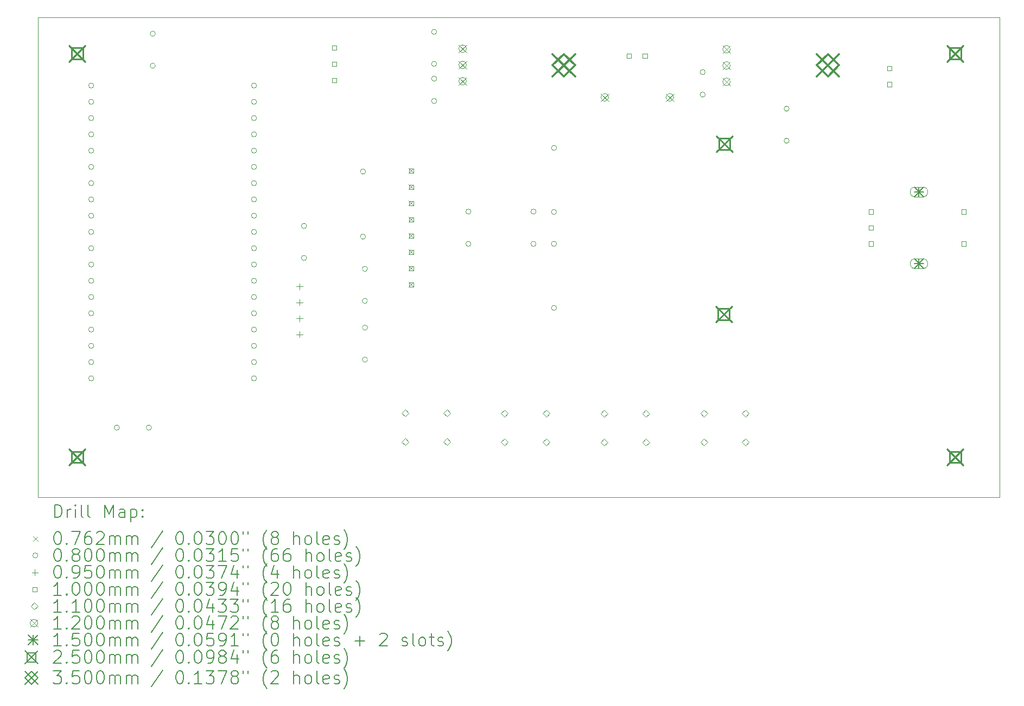
<source format=gbr>
%TF.GenerationSoftware,KiCad,Pcbnew,8.0.2*%
%TF.CreationDate,2024-05-25T11:53:33+02:00*%
%TF.ProjectId,VFO na esp32,56464f20-6e61-4206-9573-7033322e6b69,rev?*%
%TF.SameCoordinates,Original*%
%TF.FileFunction,Drillmap*%
%TF.FilePolarity,Positive*%
%FSLAX45Y45*%
G04 Gerber Fmt 4.5, Leading zero omitted, Abs format (unit mm)*
G04 Created by KiCad (PCBNEW 8.0.2) date 2024-05-25 11:53:33*
%MOMM*%
%LPD*%
G01*
G04 APERTURE LIST*
%ADD10C,0.050000*%
%ADD11C,0.200000*%
%ADD12C,0.100000*%
%ADD13C,0.110000*%
%ADD14C,0.120000*%
%ADD15C,0.150000*%
%ADD16C,0.250000*%
%ADD17C,0.350000*%
G04 APERTURE END LIST*
D10*
X9590000Y-6030000D02*
X24590000Y-6030000D01*
X24590000Y-13530000D01*
X9590000Y-13530000D01*
X9590000Y-6030000D01*
D11*
D12*
X15371900Y-8391900D02*
X15448100Y-8468100D01*
X15448100Y-8391900D02*
X15371900Y-8468100D01*
X15371900Y-8645900D02*
X15448100Y-8722100D01*
X15448100Y-8645900D02*
X15371900Y-8722100D01*
X15371900Y-8899900D02*
X15448100Y-8976100D01*
X15448100Y-8899900D02*
X15371900Y-8976100D01*
X15371900Y-9153900D02*
X15448100Y-9230100D01*
X15448100Y-9153900D02*
X15371900Y-9230100D01*
X15371900Y-9407900D02*
X15448100Y-9484100D01*
X15448100Y-9407900D02*
X15371900Y-9484100D01*
X15371900Y-9661900D02*
X15448100Y-9738100D01*
X15448100Y-9661900D02*
X15371900Y-9738100D01*
X15371900Y-9915900D02*
X15448100Y-9992100D01*
X15448100Y-9915900D02*
X15371900Y-9992100D01*
X15371900Y-10169900D02*
X15448100Y-10246100D01*
X15448100Y-10169900D02*
X15371900Y-10246100D01*
X10460000Y-7098344D02*
G75*
G02*
X10380000Y-7098344I-40000J0D01*
G01*
X10380000Y-7098344D02*
G75*
G02*
X10460000Y-7098344I40000J0D01*
G01*
X10460000Y-7352344D02*
G75*
G02*
X10380000Y-7352344I-40000J0D01*
G01*
X10380000Y-7352344D02*
G75*
G02*
X10460000Y-7352344I40000J0D01*
G01*
X10460000Y-7606344D02*
G75*
G02*
X10380000Y-7606344I-40000J0D01*
G01*
X10380000Y-7606344D02*
G75*
G02*
X10460000Y-7606344I40000J0D01*
G01*
X10460000Y-7860344D02*
G75*
G02*
X10380000Y-7860344I-40000J0D01*
G01*
X10380000Y-7860344D02*
G75*
G02*
X10460000Y-7860344I40000J0D01*
G01*
X10460000Y-8114344D02*
G75*
G02*
X10380000Y-8114344I-40000J0D01*
G01*
X10380000Y-8114344D02*
G75*
G02*
X10460000Y-8114344I40000J0D01*
G01*
X10460000Y-8368344D02*
G75*
G02*
X10380000Y-8368344I-40000J0D01*
G01*
X10380000Y-8368344D02*
G75*
G02*
X10460000Y-8368344I40000J0D01*
G01*
X10460000Y-8622344D02*
G75*
G02*
X10380000Y-8622344I-40000J0D01*
G01*
X10380000Y-8622344D02*
G75*
G02*
X10460000Y-8622344I40000J0D01*
G01*
X10460000Y-8876344D02*
G75*
G02*
X10380000Y-8876344I-40000J0D01*
G01*
X10380000Y-8876344D02*
G75*
G02*
X10460000Y-8876344I40000J0D01*
G01*
X10460000Y-9130344D02*
G75*
G02*
X10380000Y-9130344I-40000J0D01*
G01*
X10380000Y-9130344D02*
G75*
G02*
X10460000Y-9130344I40000J0D01*
G01*
X10460000Y-9384344D02*
G75*
G02*
X10380000Y-9384344I-40000J0D01*
G01*
X10380000Y-9384344D02*
G75*
G02*
X10460000Y-9384344I40000J0D01*
G01*
X10460000Y-9638344D02*
G75*
G02*
X10380000Y-9638344I-40000J0D01*
G01*
X10380000Y-9638344D02*
G75*
G02*
X10460000Y-9638344I40000J0D01*
G01*
X10460000Y-9892344D02*
G75*
G02*
X10380000Y-9892344I-40000J0D01*
G01*
X10380000Y-9892344D02*
G75*
G02*
X10460000Y-9892344I40000J0D01*
G01*
X10460000Y-10146344D02*
G75*
G02*
X10380000Y-10146344I-40000J0D01*
G01*
X10380000Y-10146344D02*
G75*
G02*
X10460000Y-10146344I40000J0D01*
G01*
X10460000Y-10400344D02*
G75*
G02*
X10380000Y-10400344I-40000J0D01*
G01*
X10380000Y-10400344D02*
G75*
G02*
X10460000Y-10400344I40000J0D01*
G01*
X10460000Y-10654344D02*
G75*
G02*
X10380000Y-10654344I-40000J0D01*
G01*
X10380000Y-10654344D02*
G75*
G02*
X10460000Y-10654344I40000J0D01*
G01*
X10460000Y-10908344D02*
G75*
G02*
X10380000Y-10908344I-40000J0D01*
G01*
X10380000Y-10908344D02*
G75*
G02*
X10460000Y-10908344I40000J0D01*
G01*
X10460000Y-11162344D02*
G75*
G02*
X10380000Y-11162344I-40000J0D01*
G01*
X10380000Y-11162344D02*
G75*
G02*
X10460000Y-11162344I40000J0D01*
G01*
X10460000Y-11416344D02*
G75*
G02*
X10380000Y-11416344I-40000J0D01*
G01*
X10380000Y-11416344D02*
G75*
G02*
X10460000Y-11416344I40000J0D01*
G01*
X10460000Y-11670344D02*
G75*
G02*
X10380000Y-11670344I-40000J0D01*
G01*
X10380000Y-11670344D02*
G75*
G02*
X10460000Y-11670344I40000J0D01*
G01*
X10860000Y-12440000D02*
G75*
G02*
X10780000Y-12440000I-40000J0D01*
G01*
X10780000Y-12440000D02*
G75*
G02*
X10860000Y-12440000I40000J0D01*
G01*
X11360000Y-12440000D02*
G75*
G02*
X11280000Y-12440000I-40000J0D01*
G01*
X11280000Y-12440000D02*
G75*
G02*
X11360000Y-12440000I40000J0D01*
G01*
X11420000Y-6290000D02*
G75*
G02*
X11340000Y-6290000I-40000J0D01*
G01*
X11340000Y-6290000D02*
G75*
G02*
X11420000Y-6290000I40000J0D01*
G01*
X11420000Y-6790000D02*
G75*
G02*
X11340000Y-6790000I-40000J0D01*
G01*
X11340000Y-6790000D02*
G75*
G02*
X11420000Y-6790000I40000J0D01*
G01*
X12999632Y-7098616D02*
G75*
G02*
X12919632Y-7098616I-40000J0D01*
G01*
X12919632Y-7098616D02*
G75*
G02*
X12999632Y-7098616I40000J0D01*
G01*
X12999632Y-7352616D02*
G75*
G02*
X12919632Y-7352616I-40000J0D01*
G01*
X12919632Y-7352616D02*
G75*
G02*
X12999632Y-7352616I40000J0D01*
G01*
X13000000Y-7606344D02*
G75*
G02*
X12920000Y-7606344I-40000J0D01*
G01*
X12920000Y-7606344D02*
G75*
G02*
X13000000Y-7606344I40000J0D01*
G01*
X13000000Y-7860344D02*
G75*
G02*
X12920000Y-7860344I-40000J0D01*
G01*
X12920000Y-7860344D02*
G75*
G02*
X13000000Y-7860344I40000J0D01*
G01*
X13000000Y-8114344D02*
G75*
G02*
X12920000Y-8114344I-40000J0D01*
G01*
X12920000Y-8114344D02*
G75*
G02*
X13000000Y-8114344I40000J0D01*
G01*
X13000000Y-8368344D02*
G75*
G02*
X12920000Y-8368344I-40000J0D01*
G01*
X12920000Y-8368344D02*
G75*
G02*
X13000000Y-8368344I40000J0D01*
G01*
X13000000Y-8622344D02*
G75*
G02*
X12920000Y-8622344I-40000J0D01*
G01*
X12920000Y-8622344D02*
G75*
G02*
X13000000Y-8622344I40000J0D01*
G01*
X13000000Y-8876344D02*
G75*
G02*
X12920000Y-8876344I-40000J0D01*
G01*
X12920000Y-8876344D02*
G75*
G02*
X13000000Y-8876344I40000J0D01*
G01*
X13000000Y-9130344D02*
G75*
G02*
X12920000Y-9130344I-40000J0D01*
G01*
X12920000Y-9130344D02*
G75*
G02*
X13000000Y-9130344I40000J0D01*
G01*
X13000000Y-9384344D02*
G75*
G02*
X12920000Y-9384344I-40000J0D01*
G01*
X12920000Y-9384344D02*
G75*
G02*
X13000000Y-9384344I40000J0D01*
G01*
X13000000Y-9638344D02*
G75*
G02*
X12920000Y-9638344I-40000J0D01*
G01*
X12920000Y-9638344D02*
G75*
G02*
X13000000Y-9638344I40000J0D01*
G01*
X13000000Y-9892344D02*
G75*
G02*
X12920000Y-9892344I-40000J0D01*
G01*
X12920000Y-9892344D02*
G75*
G02*
X13000000Y-9892344I40000J0D01*
G01*
X13000000Y-10146344D02*
G75*
G02*
X12920000Y-10146344I-40000J0D01*
G01*
X12920000Y-10146344D02*
G75*
G02*
X13000000Y-10146344I40000J0D01*
G01*
X13000000Y-10400344D02*
G75*
G02*
X12920000Y-10400344I-40000J0D01*
G01*
X12920000Y-10400344D02*
G75*
G02*
X13000000Y-10400344I40000J0D01*
G01*
X13000000Y-10654344D02*
G75*
G02*
X12920000Y-10654344I-40000J0D01*
G01*
X12920000Y-10654344D02*
G75*
G02*
X13000000Y-10654344I40000J0D01*
G01*
X13000000Y-10908344D02*
G75*
G02*
X12920000Y-10908344I-40000J0D01*
G01*
X12920000Y-10908344D02*
G75*
G02*
X13000000Y-10908344I40000J0D01*
G01*
X13000000Y-11162344D02*
G75*
G02*
X12920000Y-11162344I-40000J0D01*
G01*
X12920000Y-11162344D02*
G75*
G02*
X13000000Y-11162344I40000J0D01*
G01*
X13000000Y-11416344D02*
G75*
G02*
X12920000Y-11416344I-40000J0D01*
G01*
X12920000Y-11416344D02*
G75*
G02*
X13000000Y-11416344I40000J0D01*
G01*
X13000000Y-11670344D02*
G75*
G02*
X12920000Y-11670344I-40000J0D01*
G01*
X12920000Y-11670344D02*
G75*
G02*
X13000000Y-11670344I40000J0D01*
G01*
X13780000Y-9290000D02*
G75*
G02*
X13700000Y-9290000I-40000J0D01*
G01*
X13700000Y-9290000D02*
G75*
G02*
X13780000Y-9290000I40000J0D01*
G01*
X13780000Y-9790000D02*
G75*
G02*
X13700000Y-9790000I-40000J0D01*
G01*
X13700000Y-9790000D02*
G75*
G02*
X13780000Y-9790000I40000J0D01*
G01*
X14700000Y-8442000D02*
G75*
G02*
X14620000Y-8442000I-40000J0D01*
G01*
X14620000Y-8442000D02*
G75*
G02*
X14700000Y-8442000I40000J0D01*
G01*
X14700000Y-9458000D02*
G75*
G02*
X14620000Y-9458000I-40000J0D01*
G01*
X14620000Y-9458000D02*
G75*
G02*
X14700000Y-9458000I40000J0D01*
G01*
X14730000Y-9960000D02*
G75*
G02*
X14650000Y-9960000I-40000J0D01*
G01*
X14650000Y-9960000D02*
G75*
G02*
X14730000Y-9960000I40000J0D01*
G01*
X14730000Y-10460000D02*
G75*
G02*
X14650000Y-10460000I-40000J0D01*
G01*
X14650000Y-10460000D02*
G75*
G02*
X14730000Y-10460000I40000J0D01*
G01*
X14731000Y-10877000D02*
G75*
G02*
X14651000Y-10877000I-40000J0D01*
G01*
X14651000Y-10877000D02*
G75*
G02*
X14731000Y-10877000I40000J0D01*
G01*
X14731000Y-11377000D02*
G75*
G02*
X14651000Y-11377000I-40000J0D01*
G01*
X14651000Y-11377000D02*
G75*
G02*
X14731000Y-11377000I40000J0D01*
G01*
X15810000Y-6260000D02*
G75*
G02*
X15730000Y-6260000I-40000J0D01*
G01*
X15730000Y-6260000D02*
G75*
G02*
X15810000Y-6260000I40000J0D01*
G01*
X15810000Y-6760000D02*
G75*
G02*
X15730000Y-6760000I-40000J0D01*
G01*
X15730000Y-6760000D02*
G75*
G02*
X15810000Y-6760000I40000J0D01*
G01*
X15810000Y-6990000D02*
G75*
G02*
X15730000Y-6990000I-40000J0D01*
G01*
X15730000Y-6990000D02*
G75*
G02*
X15810000Y-6990000I40000J0D01*
G01*
X15810000Y-7340000D02*
G75*
G02*
X15730000Y-7340000I-40000J0D01*
G01*
X15730000Y-7340000D02*
G75*
G02*
X15810000Y-7340000I40000J0D01*
G01*
X16344000Y-9570000D02*
G75*
G02*
X16264000Y-9570000I-40000J0D01*
G01*
X16264000Y-9570000D02*
G75*
G02*
X16344000Y-9570000I40000J0D01*
G01*
X16345000Y-9067000D02*
G75*
G02*
X16265000Y-9067000I-40000J0D01*
G01*
X16265000Y-9067000D02*
G75*
G02*
X16345000Y-9067000I40000J0D01*
G01*
X17360000Y-9570000D02*
G75*
G02*
X17280000Y-9570000I-40000J0D01*
G01*
X17280000Y-9570000D02*
G75*
G02*
X17360000Y-9570000I40000J0D01*
G01*
X17361000Y-9067000D02*
G75*
G02*
X17281000Y-9067000I-40000J0D01*
G01*
X17281000Y-9067000D02*
G75*
G02*
X17361000Y-9067000I40000J0D01*
G01*
X17680000Y-8072000D02*
G75*
G02*
X17600000Y-8072000I-40000J0D01*
G01*
X17600000Y-8072000D02*
G75*
G02*
X17680000Y-8072000I40000J0D01*
G01*
X17680000Y-9072000D02*
G75*
G02*
X17600000Y-9072000I-40000J0D01*
G01*
X17600000Y-9072000D02*
G75*
G02*
X17680000Y-9072000I40000J0D01*
G01*
X17680000Y-9570000D02*
G75*
G02*
X17600000Y-9570000I-40000J0D01*
G01*
X17600000Y-9570000D02*
G75*
G02*
X17680000Y-9570000I40000J0D01*
G01*
X17680000Y-10570000D02*
G75*
G02*
X17600000Y-10570000I-40000J0D01*
G01*
X17600000Y-10570000D02*
G75*
G02*
X17680000Y-10570000I40000J0D01*
G01*
X20000000Y-6890000D02*
G75*
G02*
X19920000Y-6890000I-40000J0D01*
G01*
X19920000Y-6890000D02*
G75*
G02*
X20000000Y-6890000I40000J0D01*
G01*
X20000000Y-7240000D02*
G75*
G02*
X19920000Y-7240000I-40000J0D01*
G01*
X19920000Y-7240000D02*
G75*
G02*
X20000000Y-7240000I40000J0D01*
G01*
X21310000Y-7460000D02*
G75*
G02*
X21230000Y-7460000I-40000J0D01*
G01*
X21230000Y-7460000D02*
G75*
G02*
X21310000Y-7460000I40000J0D01*
G01*
X21310000Y-7960000D02*
G75*
G02*
X21230000Y-7960000I-40000J0D01*
G01*
X21230000Y-7960000D02*
G75*
G02*
X21310000Y-7960000I40000J0D01*
G01*
X13670000Y-10187500D02*
X13670000Y-10282500D01*
X13622500Y-10235000D02*
X13717500Y-10235000D01*
X13670000Y-10437500D02*
X13670000Y-10532500D01*
X13622500Y-10485000D02*
X13717500Y-10485000D01*
X13670000Y-10687500D02*
X13670000Y-10782500D01*
X13622500Y-10735000D02*
X13717500Y-10735000D01*
X13670000Y-10937500D02*
X13670000Y-11032500D01*
X13622500Y-10985000D02*
X13717500Y-10985000D01*
X14245356Y-6541356D02*
X14245356Y-6470644D01*
X14174644Y-6470644D01*
X14174644Y-6541356D01*
X14245356Y-6541356D01*
X14245356Y-6795356D02*
X14245356Y-6724644D01*
X14174644Y-6724644D01*
X14174644Y-6795356D01*
X14245356Y-6795356D01*
X14245356Y-7049356D02*
X14245356Y-6978644D01*
X14174644Y-6978644D01*
X14174644Y-7049356D01*
X14245356Y-7049356D01*
X15447856Y-8467856D02*
X15447856Y-8397144D01*
X15377144Y-8397144D01*
X15377144Y-8467856D01*
X15447856Y-8467856D01*
X15447856Y-8721856D02*
X15447856Y-8651144D01*
X15377144Y-8651144D01*
X15377144Y-8721856D01*
X15447856Y-8721856D01*
X15447856Y-8975856D02*
X15447856Y-8905144D01*
X15377144Y-8905144D01*
X15377144Y-8975856D01*
X15447856Y-8975856D01*
X15447856Y-9229856D02*
X15447856Y-9159144D01*
X15377144Y-9159144D01*
X15377144Y-9229856D01*
X15447856Y-9229856D01*
X15447856Y-9483856D02*
X15447856Y-9413144D01*
X15377144Y-9413144D01*
X15377144Y-9483856D01*
X15447856Y-9483856D01*
X15447856Y-9737856D02*
X15447856Y-9667144D01*
X15377144Y-9667144D01*
X15377144Y-9737856D01*
X15447856Y-9737856D01*
X15447856Y-9991856D02*
X15447856Y-9921144D01*
X15377144Y-9921144D01*
X15377144Y-9991856D01*
X15447856Y-9991856D01*
X15447856Y-10245856D02*
X15447856Y-10175144D01*
X15377144Y-10175144D01*
X15377144Y-10245856D01*
X15447856Y-10245856D01*
X18845356Y-6671356D02*
X18845356Y-6600644D01*
X18774644Y-6600644D01*
X18774644Y-6671356D01*
X18845356Y-6671356D01*
X19095356Y-6671356D02*
X19095356Y-6600644D01*
X19024644Y-6600644D01*
X19024644Y-6671356D01*
X19095356Y-6671356D01*
X22620356Y-9105356D02*
X22620356Y-9034644D01*
X22549644Y-9034644D01*
X22549644Y-9105356D01*
X22620356Y-9105356D01*
X22620356Y-9355356D02*
X22620356Y-9284644D01*
X22549644Y-9284644D01*
X22549644Y-9355356D01*
X22620356Y-9355356D01*
X22620356Y-9605356D02*
X22620356Y-9534644D01*
X22549644Y-9534644D01*
X22549644Y-9605356D01*
X22620356Y-9605356D01*
X22910356Y-6864356D02*
X22910356Y-6793644D01*
X22839644Y-6793644D01*
X22839644Y-6864356D01*
X22910356Y-6864356D01*
X22910356Y-7114356D02*
X22910356Y-7043644D01*
X22839644Y-7043644D01*
X22839644Y-7114356D01*
X22910356Y-7114356D01*
X24070356Y-9105356D02*
X24070356Y-9034644D01*
X23999644Y-9034644D01*
X23999644Y-9105356D01*
X24070356Y-9105356D01*
X24070356Y-9605356D02*
X24070356Y-9534644D01*
X23999644Y-9534644D01*
X23999644Y-9605356D01*
X24070356Y-9605356D01*
D13*
X15320000Y-12266000D02*
X15375000Y-12211000D01*
X15320000Y-12156000D01*
X15265000Y-12211000D01*
X15320000Y-12266000D01*
X15320000Y-12716000D02*
X15375000Y-12661000D01*
X15320000Y-12606000D01*
X15265000Y-12661000D01*
X15320000Y-12716000D01*
X15970000Y-12266000D02*
X16025000Y-12211000D01*
X15970000Y-12156000D01*
X15915000Y-12211000D01*
X15970000Y-12266000D01*
X15970000Y-12716000D02*
X16025000Y-12661000D01*
X15970000Y-12606000D01*
X15915000Y-12661000D01*
X15970000Y-12716000D01*
X16870000Y-12272000D02*
X16925000Y-12217000D01*
X16870000Y-12162000D01*
X16815000Y-12217000D01*
X16870000Y-12272000D01*
X16870000Y-12722000D02*
X16925000Y-12667000D01*
X16870000Y-12612000D01*
X16815000Y-12667000D01*
X16870000Y-12722000D01*
X17520000Y-12272000D02*
X17575000Y-12217000D01*
X17520000Y-12162000D01*
X17465000Y-12217000D01*
X17520000Y-12272000D01*
X17520000Y-12722000D02*
X17575000Y-12667000D01*
X17520000Y-12612000D01*
X17465000Y-12667000D01*
X17520000Y-12722000D01*
X18423000Y-12275000D02*
X18478000Y-12220000D01*
X18423000Y-12165000D01*
X18368000Y-12220000D01*
X18423000Y-12275000D01*
X18423000Y-12725000D02*
X18478000Y-12670000D01*
X18423000Y-12615000D01*
X18368000Y-12670000D01*
X18423000Y-12725000D01*
X19073000Y-12275000D02*
X19128000Y-12220000D01*
X19073000Y-12165000D01*
X19018000Y-12220000D01*
X19073000Y-12275000D01*
X19073000Y-12725000D02*
X19128000Y-12670000D01*
X19073000Y-12615000D01*
X19018000Y-12670000D01*
X19073000Y-12725000D01*
X19979000Y-12272000D02*
X20034000Y-12217000D01*
X19979000Y-12162000D01*
X19924000Y-12217000D01*
X19979000Y-12272000D01*
X19979000Y-12722000D02*
X20034000Y-12667000D01*
X19979000Y-12612000D01*
X19924000Y-12667000D01*
X19979000Y-12722000D01*
X20629000Y-12272000D02*
X20684000Y-12217000D01*
X20629000Y-12162000D01*
X20574000Y-12217000D01*
X20629000Y-12272000D01*
X20629000Y-12722000D02*
X20684000Y-12667000D01*
X20629000Y-12612000D01*
X20574000Y-12667000D01*
X20629000Y-12722000D01*
D14*
X16155000Y-6463000D02*
X16275000Y-6583000D01*
X16275000Y-6463000D02*
X16155000Y-6583000D01*
X16275000Y-6523000D02*
G75*
G02*
X16155000Y-6523000I-60000J0D01*
G01*
X16155000Y-6523000D02*
G75*
G02*
X16275000Y-6523000I60000J0D01*
G01*
X16155000Y-6717000D02*
X16275000Y-6837000D01*
X16275000Y-6717000D02*
X16155000Y-6837000D01*
X16275000Y-6777000D02*
G75*
G02*
X16155000Y-6777000I-60000J0D01*
G01*
X16155000Y-6777000D02*
G75*
G02*
X16275000Y-6777000I60000J0D01*
G01*
X16155000Y-6971000D02*
X16275000Y-7091000D01*
X16275000Y-6971000D02*
X16155000Y-7091000D01*
X16275000Y-7031000D02*
G75*
G02*
X16155000Y-7031000I-60000J0D01*
G01*
X16155000Y-7031000D02*
G75*
G02*
X16275000Y-7031000I60000J0D01*
G01*
X18373000Y-7224000D02*
X18493000Y-7344000D01*
X18493000Y-7224000D02*
X18373000Y-7344000D01*
X18493000Y-7284000D02*
G75*
G02*
X18373000Y-7284000I-60000J0D01*
G01*
X18373000Y-7284000D02*
G75*
G02*
X18493000Y-7284000I60000J0D01*
G01*
X19389000Y-7224000D02*
X19509000Y-7344000D01*
X19509000Y-7224000D02*
X19389000Y-7344000D01*
X19509000Y-7284000D02*
G75*
G02*
X19389000Y-7284000I-60000J0D01*
G01*
X19389000Y-7284000D02*
G75*
G02*
X19509000Y-7284000I60000J0D01*
G01*
X20273000Y-6472000D02*
X20393000Y-6592000D01*
X20393000Y-6472000D02*
X20273000Y-6592000D01*
X20393000Y-6532000D02*
G75*
G02*
X20273000Y-6532000I-60000J0D01*
G01*
X20273000Y-6532000D02*
G75*
G02*
X20393000Y-6532000I60000J0D01*
G01*
X20273000Y-6726000D02*
X20393000Y-6846000D01*
X20393000Y-6726000D02*
X20273000Y-6846000D01*
X20393000Y-6786000D02*
G75*
G02*
X20273000Y-6786000I-60000J0D01*
G01*
X20273000Y-6786000D02*
G75*
G02*
X20393000Y-6786000I60000J0D01*
G01*
X20273000Y-6980000D02*
X20393000Y-7100000D01*
X20393000Y-6980000D02*
X20273000Y-7100000D01*
X20393000Y-7040000D02*
G75*
G02*
X20273000Y-7040000I-60000J0D01*
G01*
X20273000Y-7040000D02*
G75*
G02*
X20393000Y-7040000I60000J0D01*
G01*
D15*
X23260000Y-8685000D02*
X23410000Y-8835000D01*
X23410000Y-8685000D02*
X23260000Y-8835000D01*
X23335000Y-8685000D02*
X23335000Y-8835000D01*
X23260000Y-8760000D02*
X23410000Y-8760000D01*
D12*
X23270000Y-8835000D02*
X23400000Y-8835000D01*
X23400000Y-8685000D02*
G75*
G02*
X23400000Y-8835000I0J-75000D01*
G01*
X23400000Y-8685000D02*
X23270000Y-8685000D01*
X23270000Y-8685000D02*
G75*
G03*
X23270000Y-8835000I0J-75000D01*
G01*
D15*
X23260000Y-9805000D02*
X23410000Y-9955000D01*
X23410000Y-9805000D02*
X23260000Y-9955000D01*
X23335000Y-9805000D02*
X23335000Y-9955000D01*
X23260000Y-9880000D02*
X23410000Y-9880000D01*
D12*
X23270000Y-9955000D02*
X23400000Y-9955000D01*
X23400000Y-9805000D02*
G75*
G02*
X23400000Y-9955000I0J-75000D01*
G01*
X23400000Y-9805000D02*
X23270000Y-9805000D01*
X23270000Y-9805000D02*
G75*
G03*
X23270000Y-9955000I0J-75000D01*
G01*
D16*
X10075000Y-6475000D02*
X10325000Y-6725000D01*
X10325000Y-6475000D02*
X10075000Y-6725000D01*
X10288389Y-6688389D02*
X10288389Y-6511611D01*
X10111611Y-6511611D01*
X10111611Y-6688389D01*
X10288389Y-6688389D01*
X10075000Y-12775000D02*
X10325000Y-13025000D01*
X10325000Y-12775000D02*
X10075000Y-13025000D01*
X10288389Y-12988389D02*
X10288389Y-12811611D01*
X10111611Y-12811611D01*
X10111611Y-12988389D01*
X10288389Y-12988389D01*
X20165000Y-10545000D02*
X20415000Y-10795000D01*
X20415000Y-10545000D02*
X20165000Y-10795000D01*
X20378389Y-10758389D02*
X20378389Y-10581611D01*
X20201611Y-10581611D01*
X20201611Y-10758389D01*
X20378389Y-10758389D01*
X20175000Y-7885000D02*
X20425000Y-8135000D01*
X20425000Y-7885000D02*
X20175000Y-8135000D01*
X20388389Y-8098389D02*
X20388389Y-7921611D01*
X20211611Y-7921611D01*
X20211611Y-8098389D01*
X20388389Y-8098389D01*
X23775000Y-6475000D02*
X24025000Y-6725000D01*
X24025000Y-6475000D02*
X23775000Y-6725000D01*
X23988389Y-6688389D02*
X23988389Y-6511611D01*
X23811611Y-6511611D01*
X23811611Y-6688389D01*
X23988389Y-6688389D01*
X23775000Y-12775000D02*
X24025000Y-13025000D01*
X24025000Y-12775000D02*
X23775000Y-13025000D01*
X23988389Y-12988389D02*
X23988389Y-12811611D01*
X23811611Y-12811611D01*
X23811611Y-12988389D01*
X23988389Y-12988389D01*
D17*
X17620000Y-6606000D02*
X17970000Y-6956000D01*
X17970000Y-6606000D02*
X17620000Y-6956000D01*
X17795000Y-6956000D02*
X17970000Y-6781000D01*
X17795000Y-6606000D01*
X17620000Y-6781000D01*
X17795000Y-6956000D01*
X21740000Y-6608000D02*
X22090000Y-6958000D01*
X22090000Y-6608000D02*
X21740000Y-6958000D01*
X21915000Y-6958000D02*
X22090000Y-6783000D01*
X21915000Y-6608000D01*
X21740000Y-6783000D01*
X21915000Y-6958000D01*
D11*
X9848277Y-13843984D02*
X9848277Y-13643984D01*
X9848277Y-13643984D02*
X9895896Y-13643984D01*
X9895896Y-13643984D02*
X9924467Y-13653508D01*
X9924467Y-13653508D02*
X9943515Y-13672555D01*
X9943515Y-13672555D02*
X9953039Y-13691603D01*
X9953039Y-13691603D02*
X9962563Y-13729698D01*
X9962563Y-13729698D02*
X9962563Y-13758269D01*
X9962563Y-13758269D02*
X9953039Y-13796365D01*
X9953039Y-13796365D02*
X9943515Y-13815412D01*
X9943515Y-13815412D02*
X9924467Y-13834460D01*
X9924467Y-13834460D02*
X9895896Y-13843984D01*
X9895896Y-13843984D02*
X9848277Y-13843984D01*
X10048277Y-13843984D02*
X10048277Y-13710650D01*
X10048277Y-13748746D02*
X10057801Y-13729698D01*
X10057801Y-13729698D02*
X10067324Y-13720174D01*
X10067324Y-13720174D02*
X10086372Y-13710650D01*
X10086372Y-13710650D02*
X10105420Y-13710650D01*
X10172086Y-13843984D02*
X10172086Y-13710650D01*
X10172086Y-13643984D02*
X10162563Y-13653508D01*
X10162563Y-13653508D02*
X10172086Y-13663031D01*
X10172086Y-13663031D02*
X10181610Y-13653508D01*
X10181610Y-13653508D02*
X10172086Y-13643984D01*
X10172086Y-13643984D02*
X10172086Y-13663031D01*
X10295896Y-13843984D02*
X10276848Y-13834460D01*
X10276848Y-13834460D02*
X10267324Y-13815412D01*
X10267324Y-13815412D02*
X10267324Y-13643984D01*
X10400658Y-13843984D02*
X10381610Y-13834460D01*
X10381610Y-13834460D02*
X10372086Y-13815412D01*
X10372086Y-13815412D02*
X10372086Y-13643984D01*
X10629229Y-13843984D02*
X10629229Y-13643984D01*
X10629229Y-13643984D02*
X10695896Y-13786841D01*
X10695896Y-13786841D02*
X10762563Y-13643984D01*
X10762563Y-13643984D02*
X10762563Y-13843984D01*
X10943515Y-13843984D02*
X10943515Y-13739222D01*
X10943515Y-13739222D02*
X10933991Y-13720174D01*
X10933991Y-13720174D02*
X10914944Y-13710650D01*
X10914944Y-13710650D02*
X10876848Y-13710650D01*
X10876848Y-13710650D02*
X10857801Y-13720174D01*
X10943515Y-13834460D02*
X10924467Y-13843984D01*
X10924467Y-13843984D02*
X10876848Y-13843984D01*
X10876848Y-13843984D02*
X10857801Y-13834460D01*
X10857801Y-13834460D02*
X10848277Y-13815412D01*
X10848277Y-13815412D02*
X10848277Y-13796365D01*
X10848277Y-13796365D02*
X10857801Y-13777317D01*
X10857801Y-13777317D02*
X10876848Y-13767793D01*
X10876848Y-13767793D02*
X10924467Y-13767793D01*
X10924467Y-13767793D02*
X10943515Y-13758269D01*
X11038753Y-13710650D02*
X11038753Y-13910650D01*
X11038753Y-13720174D02*
X11057801Y-13710650D01*
X11057801Y-13710650D02*
X11095896Y-13710650D01*
X11095896Y-13710650D02*
X11114944Y-13720174D01*
X11114944Y-13720174D02*
X11124467Y-13729698D01*
X11124467Y-13729698D02*
X11133991Y-13748746D01*
X11133991Y-13748746D02*
X11133991Y-13805888D01*
X11133991Y-13805888D02*
X11124467Y-13824936D01*
X11124467Y-13824936D02*
X11114944Y-13834460D01*
X11114944Y-13834460D02*
X11095896Y-13843984D01*
X11095896Y-13843984D02*
X11057801Y-13843984D01*
X11057801Y-13843984D02*
X11038753Y-13834460D01*
X11219705Y-13824936D02*
X11229229Y-13834460D01*
X11229229Y-13834460D02*
X11219705Y-13843984D01*
X11219705Y-13843984D02*
X11210182Y-13834460D01*
X11210182Y-13834460D02*
X11219705Y-13824936D01*
X11219705Y-13824936D02*
X11219705Y-13843984D01*
X11219705Y-13720174D02*
X11229229Y-13729698D01*
X11229229Y-13729698D02*
X11219705Y-13739222D01*
X11219705Y-13739222D02*
X11210182Y-13729698D01*
X11210182Y-13729698D02*
X11219705Y-13720174D01*
X11219705Y-13720174D02*
X11219705Y-13739222D01*
D12*
X9511300Y-14134400D02*
X9587500Y-14210600D01*
X9587500Y-14134400D02*
X9511300Y-14210600D01*
D11*
X9886372Y-14063984D02*
X9905420Y-14063984D01*
X9905420Y-14063984D02*
X9924467Y-14073508D01*
X9924467Y-14073508D02*
X9933991Y-14083031D01*
X9933991Y-14083031D02*
X9943515Y-14102079D01*
X9943515Y-14102079D02*
X9953039Y-14140174D01*
X9953039Y-14140174D02*
X9953039Y-14187793D01*
X9953039Y-14187793D02*
X9943515Y-14225888D01*
X9943515Y-14225888D02*
X9933991Y-14244936D01*
X9933991Y-14244936D02*
X9924467Y-14254460D01*
X9924467Y-14254460D02*
X9905420Y-14263984D01*
X9905420Y-14263984D02*
X9886372Y-14263984D01*
X9886372Y-14263984D02*
X9867324Y-14254460D01*
X9867324Y-14254460D02*
X9857801Y-14244936D01*
X9857801Y-14244936D02*
X9848277Y-14225888D01*
X9848277Y-14225888D02*
X9838753Y-14187793D01*
X9838753Y-14187793D02*
X9838753Y-14140174D01*
X9838753Y-14140174D02*
X9848277Y-14102079D01*
X9848277Y-14102079D02*
X9857801Y-14083031D01*
X9857801Y-14083031D02*
X9867324Y-14073508D01*
X9867324Y-14073508D02*
X9886372Y-14063984D01*
X10038753Y-14244936D02*
X10048277Y-14254460D01*
X10048277Y-14254460D02*
X10038753Y-14263984D01*
X10038753Y-14263984D02*
X10029229Y-14254460D01*
X10029229Y-14254460D02*
X10038753Y-14244936D01*
X10038753Y-14244936D02*
X10038753Y-14263984D01*
X10114944Y-14063984D02*
X10248277Y-14063984D01*
X10248277Y-14063984D02*
X10162563Y-14263984D01*
X10410182Y-14063984D02*
X10372086Y-14063984D01*
X10372086Y-14063984D02*
X10353039Y-14073508D01*
X10353039Y-14073508D02*
X10343515Y-14083031D01*
X10343515Y-14083031D02*
X10324467Y-14111603D01*
X10324467Y-14111603D02*
X10314944Y-14149698D01*
X10314944Y-14149698D02*
X10314944Y-14225888D01*
X10314944Y-14225888D02*
X10324467Y-14244936D01*
X10324467Y-14244936D02*
X10333991Y-14254460D01*
X10333991Y-14254460D02*
X10353039Y-14263984D01*
X10353039Y-14263984D02*
X10391134Y-14263984D01*
X10391134Y-14263984D02*
X10410182Y-14254460D01*
X10410182Y-14254460D02*
X10419705Y-14244936D01*
X10419705Y-14244936D02*
X10429229Y-14225888D01*
X10429229Y-14225888D02*
X10429229Y-14178269D01*
X10429229Y-14178269D02*
X10419705Y-14159222D01*
X10419705Y-14159222D02*
X10410182Y-14149698D01*
X10410182Y-14149698D02*
X10391134Y-14140174D01*
X10391134Y-14140174D02*
X10353039Y-14140174D01*
X10353039Y-14140174D02*
X10333991Y-14149698D01*
X10333991Y-14149698D02*
X10324467Y-14159222D01*
X10324467Y-14159222D02*
X10314944Y-14178269D01*
X10505420Y-14083031D02*
X10514944Y-14073508D01*
X10514944Y-14073508D02*
X10533991Y-14063984D01*
X10533991Y-14063984D02*
X10581610Y-14063984D01*
X10581610Y-14063984D02*
X10600658Y-14073508D01*
X10600658Y-14073508D02*
X10610182Y-14083031D01*
X10610182Y-14083031D02*
X10619705Y-14102079D01*
X10619705Y-14102079D02*
X10619705Y-14121127D01*
X10619705Y-14121127D02*
X10610182Y-14149698D01*
X10610182Y-14149698D02*
X10495896Y-14263984D01*
X10495896Y-14263984D02*
X10619705Y-14263984D01*
X10705420Y-14263984D02*
X10705420Y-14130650D01*
X10705420Y-14149698D02*
X10714944Y-14140174D01*
X10714944Y-14140174D02*
X10733991Y-14130650D01*
X10733991Y-14130650D02*
X10762563Y-14130650D01*
X10762563Y-14130650D02*
X10781610Y-14140174D01*
X10781610Y-14140174D02*
X10791134Y-14159222D01*
X10791134Y-14159222D02*
X10791134Y-14263984D01*
X10791134Y-14159222D02*
X10800658Y-14140174D01*
X10800658Y-14140174D02*
X10819705Y-14130650D01*
X10819705Y-14130650D02*
X10848277Y-14130650D01*
X10848277Y-14130650D02*
X10867325Y-14140174D01*
X10867325Y-14140174D02*
X10876848Y-14159222D01*
X10876848Y-14159222D02*
X10876848Y-14263984D01*
X10972086Y-14263984D02*
X10972086Y-14130650D01*
X10972086Y-14149698D02*
X10981610Y-14140174D01*
X10981610Y-14140174D02*
X11000658Y-14130650D01*
X11000658Y-14130650D02*
X11029229Y-14130650D01*
X11029229Y-14130650D02*
X11048277Y-14140174D01*
X11048277Y-14140174D02*
X11057801Y-14159222D01*
X11057801Y-14159222D02*
X11057801Y-14263984D01*
X11057801Y-14159222D02*
X11067325Y-14140174D01*
X11067325Y-14140174D02*
X11086372Y-14130650D01*
X11086372Y-14130650D02*
X11114944Y-14130650D01*
X11114944Y-14130650D02*
X11133991Y-14140174D01*
X11133991Y-14140174D02*
X11143515Y-14159222D01*
X11143515Y-14159222D02*
X11143515Y-14263984D01*
X11533991Y-14054460D02*
X11362563Y-14311603D01*
X11791134Y-14063984D02*
X11810182Y-14063984D01*
X11810182Y-14063984D02*
X11829229Y-14073508D01*
X11829229Y-14073508D02*
X11838753Y-14083031D01*
X11838753Y-14083031D02*
X11848277Y-14102079D01*
X11848277Y-14102079D02*
X11857801Y-14140174D01*
X11857801Y-14140174D02*
X11857801Y-14187793D01*
X11857801Y-14187793D02*
X11848277Y-14225888D01*
X11848277Y-14225888D02*
X11838753Y-14244936D01*
X11838753Y-14244936D02*
X11829229Y-14254460D01*
X11829229Y-14254460D02*
X11810182Y-14263984D01*
X11810182Y-14263984D02*
X11791134Y-14263984D01*
X11791134Y-14263984D02*
X11772086Y-14254460D01*
X11772086Y-14254460D02*
X11762563Y-14244936D01*
X11762563Y-14244936D02*
X11753039Y-14225888D01*
X11753039Y-14225888D02*
X11743515Y-14187793D01*
X11743515Y-14187793D02*
X11743515Y-14140174D01*
X11743515Y-14140174D02*
X11753039Y-14102079D01*
X11753039Y-14102079D02*
X11762563Y-14083031D01*
X11762563Y-14083031D02*
X11772086Y-14073508D01*
X11772086Y-14073508D02*
X11791134Y-14063984D01*
X11943515Y-14244936D02*
X11953039Y-14254460D01*
X11953039Y-14254460D02*
X11943515Y-14263984D01*
X11943515Y-14263984D02*
X11933991Y-14254460D01*
X11933991Y-14254460D02*
X11943515Y-14244936D01*
X11943515Y-14244936D02*
X11943515Y-14263984D01*
X12076848Y-14063984D02*
X12095896Y-14063984D01*
X12095896Y-14063984D02*
X12114944Y-14073508D01*
X12114944Y-14073508D02*
X12124467Y-14083031D01*
X12124467Y-14083031D02*
X12133991Y-14102079D01*
X12133991Y-14102079D02*
X12143515Y-14140174D01*
X12143515Y-14140174D02*
X12143515Y-14187793D01*
X12143515Y-14187793D02*
X12133991Y-14225888D01*
X12133991Y-14225888D02*
X12124467Y-14244936D01*
X12124467Y-14244936D02*
X12114944Y-14254460D01*
X12114944Y-14254460D02*
X12095896Y-14263984D01*
X12095896Y-14263984D02*
X12076848Y-14263984D01*
X12076848Y-14263984D02*
X12057801Y-14254460D01*
X12057801Y-14254460D02*
X12048277Y-14244936D01*
X12048277Y-14244936D02*
X12038753Y-14225888D01*
X12038753Y-14225888D02*
X12029229Y-14187793D01*
X12029229Y-14187793D02*
X12029229Y-14140174D01*
X12029229Y-14140174D02*
X12038753Y-14102079D01*
X12038753Y-14102079D02*
X12048277Y-14083031D01*
X12048277Y-14083031D02*
X12057801Y-14073508D01*
X12057801Y-14073508D02*
X12076848Y-14063984D01*
X12210182Y-14063984D02*
X12333991Y-14063984D01*
X12333991Y-14063984D02*
X12267325Y-14140174D01*
X12267325Y-14140174D02*
X12295896Y-14140174D01*
X12295896Y-14140174D02*
X12314944Y-14149698D01*
X12314944Y-14149698D02*
X12324467Y-14159222D01*
X12324467Y-14159222D02*
X12333991Y-14178269D01*
X12333991Y-14178269D02*
X12333991Y-14225888D01*
X12333991Y-14225888D02*
X12324467Y-14244936D01*
X12324467Y-14244936D02*
X12314944Y-14254460D01*
X12314944Y-14254460D02*
X12295896Y-14263984D01*
X12295896Y-14263984D02*
X12238753Y-14263984D01*
X12238753Y-14263984D02*
X12219706Y-14254460D01*
X12219706Y-14254460D02*
X12210182Y-14244936D01*
X12457801Y-14063984D02*
X12476848Y-14063984D01*
X12476848Y-14063984D02*
X12495896Y-14073508D01*
X12495896Y-14073508D02*
X12505420Y-14083031D01*
X12505420Y-14083031D02*
X12514944Y-14102079D01*
X12514944Y-14102079D02*
X12524467Y-14140174D01*
X12524467Y-14140174D02*
X12524467Y-14187793D01*
X12524467Y-14187793D02*
X12514944Y-14225888D01*
X12514944Y-14225888D02*
X12505420Y-14244936D01*
X12505420Y-14244936D02*
X12495896Y-14254460D01*
X12495896Y-14254460D02*
X12476848Y-14263984D01*
X12476848Y-14263984D02*
X12457801Y-14263984D01*
X12457801Y-14263984D02*
X12438753Y-14254460D01*
X12438753Y-14254460D02*
X12429229Y-14244936D01*
X12429229Y-14244936D02*
X12419706Y-14225888D01*
X12419706Y-14225888D02*
X12410182Y-14187793D01*
X12410182Y-14187793D02*
X12410182Y-14140174D01*
X12410182Y-14140174D02*
X12419706Y-14102079D01*
X12419706Y-14102079D02*
X12429229Y-14083031D01*
X12429229Y-14083031D02*
X12438753Y-14073508D01*
X12438753Y-14073508D02*
X12457801Y-14063984D01*
X12648277Y-14063984D02*
X12667325Y-14063984D01*
X12667325Y-14063984D02*
X12686372Y-14073508D01*
X12686372Y-14073508D02*
X12695896Y-14083031D01*
X12695896Y-14083031D02*
X12705420Y-14102079D01*
X12705420Y-14102079D02*
X12714944Y-14140174D01*
X12714944Y-14140174D02*
X12714944Y-14187793D01*
X12714944Y-14187793D02*
X12705420Y-14225888D01*
X12705420Y-14225888D02*
X12695896Y-14244936D01*
X12695896Y-14244936D02*
X12686372Y-14254460D01*
X12686372Y-14254460D02*
X12667325Y-14263984D01*
X12667325Y-14263984D02*
X12648277Y-14263984D01*
X12648277Y-14263984D02*
X12629229Y-14254460D01*
X12629229Y-14254460D02*
X12619706Y-14244936D01*
X12619706Y-14244936D02*
X12610182Y-14225888D01*
X12610182Y-14225888D02*
X12600658Y-14187793D01*
X12600658Y-14187793D02*
X12600658Y-14140174D01*
X12600658Y-14140174D02*
X12610182Y-14102079D01*
X12610182Y-14102079D02*
X12619706Y-14083031D01*
X12619706Y-14083031D02*
X12629229Y-14073508D01*
X12629229Y-14073508D02*
X12648277Y-14063984D01*
X12791134Y-14063984D02*
X12791134Y-14102079D01*
X12867325Y-14063984D02*
X12867325Y-14102079D01*
X13162563Y-14340174D02*
X13153039Y-14330650D01*
X13153039Y-14330650D02*
X13133991Y-14302079D01*
X13133991Y-14302079D02*
X13124468Y-14283031D01*
X13124468Y-14283031D02*
X13114944Y-14254460D01*
X13114944Y-14254460D02*
X13105420Y-14206841D01*
X13105420Y-14206841D02*
X13105420Y-14168746D01*
X13105420Y-14168746D02*
X13114944Y-14121127D01*
X13114944Y-14121127D02*
X13124468Y-14092555D01*
X13124468Y-14092555D02*
X13133991Y-14073508D01*
X13133991Y-14073508D02*
X13153039Y-14044936D01*
X13153039Y-14044936D02*
X13162563Y-14035412D01*
X13267325Y-14149698D02*
X13248277Y-14140174D01*
X13248277Y-14140174D02*
X13238753Y-14130650D01*
X13238753Y-14130650D02*
X13229229Y-14111603D01*
X13229229Y-14111603D02*
X13229229Y-14102079D01*
X13229229Y-14102079D02*
X13238753Y-14083031D01*
X13238753Y-14083031D02*
X13248277Y-14073508D01*
X13248277Y-14073508D02*
X13267325Y-14063984D01*
X13267325Y-14063984D02*
X13305420Y-14063984D01*
X13305420Y-14063984D02*
X13324468Y-14073508D01*
X13324468Y-14073508D02*
X13333991Y-14083031D01*
X13333991Y-14083031D02*
X13343515Y-14102079D01*
X13343515Y-14102079D02*
X13343515Y-14111603D01*
X13343515Y-14111603D02*
X13333991Y-14130650D01*
X13333991Y-14130650D02*
X13324468Y-14140174D01*
X13324468Y-14140174D02*
X13305420Y-14149698D01*
X13305420Y-14149698D02*
X13267325Y-14149698D01*
X13267325Y-14149698D02*
X13248277Y-14159222D01*
X13248277Y-14159222D02*
X13238753Y-14168746D01*
X13238753Y-14168746D02*
X13229229Y-14187793D01*
X13229229Y-14187793D02*
X13229229Y-14225888D01*
X13229229Y-14225888D02*
X13238753Y-14244936D01*
X13238753Y-14244936D02*
X13248277Y-14254460D01*
X13248277Y-14254460D02*
X13267325Y-14263984D01*
X13267325Y-14263984D02*
X13305420Y-14263984D01*
X13305420Y-14263984D02*
X13324468Y-14254460D01*
X13324468Y-14254460D02*
X13333991Y-14244936D01*
X13333991Y-14244936D02*
X13343515Y-14225888D01*
X13343515Y-14225888D02*
X13343515Y-14187793D01*
X13343515Y-14187793D02*
X13333991Y-14168746D01*
X13333991Y-14168746D02*
X13324468Y-14159222D01*
X13324468Y-14159222D02*
X13305420Y-14149698D01*
X13581610Y-14263984D02*
X13581610Y-14063984D01*
X13667325Y-14263984D02*
X13667325Y-14159222D01*
X13667325Y-14159222D02*
X13657801Y-14140174D01*
X13657801Y-14140174D02*
X13638753Y-14130650D01*
X13638753Y-14130650D02*
X13610182Y-14130650D01*
X13610182Y-14130650D02*
X13591134Y-14140174D01*
X13591134Y-14140174D02*
X13581610Y-14149698D01*
X13791134Y-14263984D02*
X13772087Y-14254460D01*
X13772087Y-14254460D02*
X13762563Y-14244936D01*
X13762563Y-14244936D02*
X13753039Y-14225888D01*
X13753039Y-14225888D02*
X13753039Y-14168746D01*
X13753039Y-14168746D02*
X13762563Y-14149698D01*
X13762563Y-14149698D02*
X13772087Y-14140174D01*
X13772087Y-14140174D02*
X13791134Y-14130650D01*
X13791134Y-14130650D02*
X13819706Y-14130650D01*
X13819706Y-14130650D02*
X13838753Y-14140174D01*
X13838753Y-14140174D02*
X13848277Y-14149698D01*
X13848277Y-14149698D02*
X13857801Y-14168746D01*
X13857801Y-14168746D02*
X13857801Y-14225888D01*
X13857801Y-14225888D02*
X13848277Y-14244936D01*
X13848277Y-14244936D02*
X13838753Y-14254460D01*
X13838753Y-14254460D02*
X13819706Y-14263984D01*
X13819706Y-14263984D02*
X13791134Y-14263984D01*
X13972087Y-14263984D02*
X13953039Y-14254460D01*
X13953039Y-14254460D02*
X13943515Y-14235412D01*
X13943515Y-14235412D02*
X13943515Y-14063984D01*
X14124468Y-14254460D02*
X14105420Y-14263984D01*
X14105420Y-14263984D02*
X14067325Y-14263984D01*
X14067325Y-14263984D02*
X14048277Y-14254460D01*
X14048277Y-14254460D02*
X14038753Y-14235412D01*
X14038753Y-14235412D02*
X14038753Y-14159222D01*
X14038753Y-14159222D02*
X14048277Y-14140174D01*
X14048277Y-14140174D02*
X14067325Y-14130650D01*
X14067325Y-14130650D02*
X14105420Y-14130650D01*
X14105420Y-14130650D02*
X14124468Y-14140174D01*
X14124468Y-14140174D02*
X14133991Y-14159222D01*
X14133991Y-14159222D02*
X14133991Y-14178269D01*
X14133991Y-14178269D02*
X14038753Y-14197317D01*
X14210182Y-14254460D02*
X14229230Y-14263984D01*
X14229230Y-14263984D02*
X14267325Y-14263984D01*
X14267325Y-14263984D02*
X14286372Y-14254460D01*
X14286372Y-14254460D02*
X14295896Y-14235412D01*
X14295896Y-14235412D02*
X14295896Y-14225888D01*
X14295896Y-14225888D02*
X14286372Y-14206841D01*
X14286372Y-14206841D02*
X14267325Y-14197317D01*
X14267325Y-14197317D02*
X14238753Y-14197317D01*
X14238753Y-14197317D02*
X14219706Y-14187793D01*
X14219706Y-14187793D02*
X14210182Y-14168746D01*
X14210182Y-14168746D02*
X14210182Y-14159222D01*
X14210182Y-14159222D02*
X14219706Y-14140174D01*
X14219706Y-14140174D02*
X14238753Y-14130650D01*
X14238753Y-14130650D02*
X14267325Y-14130650D01*
X14267325Y-14130650D02*
X14286372Y-14140174D01*
X14362563Y-14340174D02*
X14372087Y-14330650D01*
X14372087Y-14330650D02*
X14391134Y-14302079D01*
X14391134Y-14302079D02*
X14400658Y-14283031D01*
X14400658Y-14283031D02*
X14410182Y-14254460D01*
X14410182Y-14254460D02*
X14419706Y-14206841D01*
X14419706Y-14206841D02*
X14419706Y-14168746D01*
X14419706Y-14168746D02*
X14410182Y-14121127D01*
X14410182Y-14121127D02*
X14400658Y-14092555D01*
X14400658Y-14092555D02*
X14391134Y-14073508D01*
X14391134Y-14073508D02*
X14372087Y-14044936D01*
X14372087Y-14044936D02*
X14362563Y-14035412D01*
D12*
X9587500Y-14436500D02*
G75*
G02*
X9507500Y-14436500I-40000J0D01*
G01*
X9507500Y-14436500D02*
G75*
G02*
X9587500Y-14436500I40000J0D01*
G01*
D11*
X9886372Y-14327984D02*
X9905420Y-14327984D01*
X9905420Y-14327984D02*
X9924467Y-14337508D01*
X9924467Y-14337508D02*
X9933991Y-14347031D01*
X9933991Y-14347031D02*
X9943515Y-14366079D01*
X9943515Y-14366079D02*
X9953039Y-14404174D01*
X9953039Y-14404174D02*
X9953039Y-14451793D01*
X9953039Y-14451793D02*
X9943515Y-14489888D01*
X9943515Y-14489888D02*
X9933991Y-14508936D01*
X9933991Y-14508936D02*
X9924467Y-14518460D01*
X9924467Y-14518460D02*
X9905420Y-14527984D01*
X9905420Y-14527984D02*
X9886372Y-14527984D01*
X9886372Y-14527984D02*
X9867324Y-14518460D01*
X9867324Y-14518460D02*
X9857801Y-14508936D01*
X9857801Y-14508936D02*
X9848277Y-14489888D01*
X9848277Y-14489888D02*
X9838753Y-14451793D01*
X9838753Y-14451793D02*
X9838753Y-14404174D01*
X9838753Y-14404174D02*
X9848277Y-14366079D01*
X9848277Y-14366079D02*
X9857801Y-14347031D01*
X9857801Y-14347031D02*
X9867324Y-14337508D01*
X9867324Y-14337508D02*
X9886372Y-14327984D01*
X10038753Y-14508936D02*
X10048277Y-14518460D01*
X10048277Y-14518460D02*
X10038753Y-14527984D01*
X10038753Y-14527984D02*
X10029229Y-14518460D01*
X10029229Y-14518460D02*
X10038753Y-14508936D01*
X10038753Y-14508936D02*
X10038753Y-14527984D01*
X10162563Y-14413698D02*
X10143515Y-14404174D01*
X10143515Y-14404174D02*
X10133991Y-14394650D01*
X10133991Y-14394650D02*
X10124467Y-14375603D01*
X10124467Y-14375603D02*
X10124467Y-14366079D01*
X10124467Y-14366079D02*
X10133991Y-14347031D01*
X10133991Y-14347031D02*
X10143515Y-14337508D01*
X10143515Y-14337508D02*
X10162563Y-14327984D01*
X10162563Y-14327984D02*
X10200658Y-14327984D01*
X10200658Y-14327984D02*
X10219705Y-14337508D01*
X10219705Y-14337508D02*
X10229229Y-14347031D01*
X10229229Y-14347031D02*
X10238753Y-14366079D01*
X10238753Y-14366079D02*
X10238753Y-14375603D01*
X10238753Y-14375603D02*
X10229229Y-14394650D01*
X10229229Y-14394650D02*
X10219705Y-14404174D01*
X10219705Y-14404174D02*
X10200658Y-14413698D01*
X10200658Y-14413698D02*
X10162563Y-14413698D01*
X10162563Y-14413698D02*
X10143515Y-14423222D01*
X10143515Y-14423222D02*
X10133991Y-14432746D01*
X10133991Y-14432746D02*
X10124467Y-14451793D01*
X10124467Y-14451793D02*
X10124467Y-14489888D01*
X10124467Y-14489888D02*
X10133991Y-14508936D01*
X10133991Y-14508936D02*
X10143515Y-14518460D01*
X10143515Y-14518460D02*
X10162563Y-14527984D01*
X10162563Y-14527984D02*
X10200658Y-14527984D01*
X10200658Y-14527984D02*
X10219705Y-14518460D01*
X10219705Y-14518460D02*
X10229229Y-14508936D01*
X10229229Y-14508936D02*
X10238753Y-14489888D01*
X10238753Y-14489888D02*
X10238753Y-14451793D01*
X10238753Y-14451793D02*
X10229229Y-14432746D01*
X10229229Y-14432746D02*
X10219705Y-14423222D01*
X10219705Y-14423222D02*
X10200658Y-14413698D01*
X10362563Y-14327984D02*
X10381610Y-14327984D01*
X10381610Y-14327984D02*
X10400658Y-14337508D01*
X10400658Y-14337508D02*
X10410182Y-14347031D01*
X10410182Y-14347031D02*
X10419705Y-14366079D01*
X10419705Y-14366079D02*
X10429229Y-14404174D01*
X10429229Y-14404174D02*
X10429229Y-14451793D01*
X10429229Y-14451793D02*
X10419705Y-14489888D01*
X10419705Y-14489888D02*
X10410182Y-14508936D01*
X10410182Y-14508936D02*
X10400658Y-14518460D01*
X10400658Y-14518460D02*
X10381610Y-14527984D01*
X10381610Y-14527984D02*
X10362563Y-14527984D01*
X10362563Y-14527984D02*
X10343515Y-14518460D01*
X10343515Y-14518460D02*
X10333991Y-14508936D01*
X10333991Y-14508936D02*
X10324467Y-14489888D01*
X10324467Y-14489888D02*
X10314944Y-14451793D01*
X10314944Y-14451793D02*
X10314944Y-14404174D01*
X10314944Y-14404174D02*
X10324467Y-14366079D01*
X10324467Y-14366079D02*
X10333991Y-14347031D01*
X10333991Y-14347031D02*
X10343515Y-14337508D01*
X10343515Y-14337508D02*
X10362563Y-14327984D01*
X10553039Y-14327984D02*
X10572086Y-14327984D01*
X10572086Y-14327984D02*
X10591134Y-14337508D01*
X10591134Y-14337508D02*
X10600658Y-14347031D01*
X10600658Y-14347031D02*
X10610182Y-14366079D01*
X10610182Y-14366079D02*
X10619705Y-14404174D01*
X10619705Y-14404174D02*
X10619705Y-14451793D01*
X10619705Y-14451793D02*
X10610182Y-14489888D01*
X10610182Y-14489888D02*
X10600658Y-14508936D01*
X10600658Y-14508936D02*
X10591134Y-14518460D01*
X10591134Y-14518460D02*
X10572086Y-14527984D01*
X10572086Y-14527984D02*
X10553039Y-14527984D01*
X10553039Y-14527984D02*
X10533991Y-14518460D01*
X10533991Y-14518460D02*
X10524467Y-14508936D01*
X10524467Y-14508936D02*
X10514944Y-14489888D01*
X10514944Y-14489888D02*
X10505420Y-14451793D01*
X10505420Y-14451793D02*
X10505420Y-14404174D01*
X10505420Y-14404174D02*
X10514944Y-14366079D01*
X10514944Y-14366079D02*
X10524467Y-14347031D01*
X10524467Y-14347031D02*
X10533991Y-14337508D01*
X10533991Y-14337508D02*
X10553039Y-14327984D01*
X10705420Y-14527984D02*
X10705420Y-14394650D01*
X10705420Y-14413698D02*
X10714944Y-14404174D01*
X10714944Y-14404174D02*
X10733991Y-14394650D01*
X10733991Y-14394650D02*
X10762563Y-14394650D01*
X10762563Y-14394650D02*
X10781610Y-14404174D01*
X10781610Y-14404174D02*
X10791134Y-14423222D01*
X10791134Y-14423222D02*
X10791134Y-14527984D01*
X10791134Y-14423222D02*
X10800658Y-14404174D01*
X10800658Y-14404174D02*
X10819705Y-14394650D01*
X10819705Y-14394650D02*
X10848277Y-14394650D01*
X10848277Y-14394650D02*
X10867325Y-14404174D01*
X10867325Y-14404174D02*
X10876848Y-14423222D01*
X10876848Y-14423222D02*
X10876848Y-14527984D01*
X10972086Y-14527984D02*
X10972086Y-14394650D01*
X10972086Y-14413698D02*
X10981610Y-14404174D01*
X10981610Y-14404174D02*
X11000658Y-14394650D01*
X11000658Y-14394650D02*
X11029229Y-14394650D01*
X11029229Y-14394650D02*
X11048277Y-14404174D01*
X11048277Y-14404174D02*
X11057801Y-14423222D01*
X11057801Y-14423222D02*
X11057801Y-14527984D01*
X11057801Y-14423222D02*
X11067325Y-14404174D01*
X11067325Y-14404174D02*
X11086372Y-14394650D01*
X11086372Y-14394650D02*
X11114944Y-14394650D01*
X11114944Y-14394650D02*
X11133991Y-14404174D01*
X11133991Y-14404174D02*
X11143515Y-14423222D01*
X11143515Y-14423222D02*
X11143515Y-14527984D01*
X11533991Y-14318460D02*
X11362563Y-14575603D01*
X11791134Y-14327984D02*
X11810182Y-14327984D01*
X11810182Y-14327984D02*
X11829229Y-14337508D01*
X11829229Y-14337508D02*
X11838753Y-14347031D01*
X11838753Y-14347031D02*
X11848277Y-14366079D01*
X11848277Y-14366079D02*
X11857801Y-14404174D01*
X11857801Y-14404174D02*
X11857801Y-14451793D01*
X11857801Y-14451793D02*
X11848277Y-14489888D01*
X11848277Y-14489888D02*
X11838753Y-14508936D01*
X11838753Y-14508936D02*
X11829229Y-14518460D01*
X11829229Y-14518460D02*
X11810182Y-14527984D01*
X11810182Y-14527984D02*
X11791134Y-14527984D01*
X11791134Y-14527984D02*
X11772086Y-14518460D01*
X11772086Y-14518460D02*
X11762563Y-14508936D01*
X11762563Y-14508936D02*
X11753039Y-14489888D01*
X11753039Y-14489888D02*
X11743515Y-14451793D01*
X11743515Y-14451793D02*
X11743515Y-14404174D01*
X11743515Y-14404174D02*
X11753039Y-14366079D01*
X11753039Y-14366079D02*
X11762563Y-14347031D01*
X11762563Y-14347031D02*
X11772086Y-14337508D01*
X11772086Y-14337508D02*
X11791134Y-14327984D01*
X11943515Y-14508936D02*
X11953039Y-14518460D01*
X11953039Y-14518460D02*
X11943515Y-14527984D01*
X11943515Y-14527984D02*
X11933991Y-14518460D01*
X11933991Y-14518460D02*
X11943515Y-14508936D01*
X11943515Y-14508936D02*
X11943515Y-14527984D01*
X12076848Y-14327984D02*
X12095896Y-14327984D01*
X12095896Y-14327984D02*
X12114944Y-14337508D01*
X12114944Y-14337508D02*
X12124467Y-14347031D01*
X12124467Y-14347031D02*
X12133991Y-14366079D01*
X12133991Y-14366079D02*
X12143515Y-14404174D01*
X12143515Y-14404174D02*
X12143515Y-14451793D01*
X12143515Y-14451793D02*
X12133991Y-14489888D01*
X12133991Y-14489888D02*
X12124467Y-14508936D01*
X12124467Y-14508936D02*
X12114944Y-14518460D01*
X12114944Y-14518460D02*
X12095896Y-14527984D01*
X12095896Y-14527984D02*
X12076848Y-14527984D01*
X12076848Y-14527984D02*
X12057801Y-14518460D01*
X12057801Y-14518460D02*
X12048277Y-14508936D01*
X12048277Y-14508936D02*
X12038753Y-14489888D01*
X12038753Y-14489888D02*
X12029229Y-14451793D01*
X12029229Y-14451793D02*
X12029229Y-14404174D01*
X12029229Y-14404174D02*
X12038753Y-14366079D01*
X12038753Y-14366079D02*
X12048277Y-14347031D01*
X12048277Y-14347031D02*
X12057801Y-14337508D01*
X12057801Y-14337508D02*
X12076848Y-14327984D01*
X12210182Y-14327984D02*
X12333991Y-14327984D01*
X12333991Y-14327984D02*
X12267325Y-14404174D01*
X12267325Y-14404174D02*
X12295896Y-14404174D01*
X12295896Y-14404174D02*
X12314944Y-14413698D01*
X12314944Y-14413698D02*
X12324467Y-14423222D01*
X12324467Y-14423222D02*
X12333991Y-14442269D01*
X12333991Y-14442269D02*
X12333991Y-14489888D01*
X12333991Y-14489888D02*
X12324467Y-14508936D01*
X12324467Y-14508936D02*
X12314944Y-14518460D01*
X12314944Y-14518460D02*
X12295896Y-14527984D01*
X12295896Y-14527984D02*
X12238753Y-14527984D01*
X12238753Y-14527984D02*
X12219706Y-14518460D01*
X12219706Y-14518460D02*
X12210182Y-14508936D01*
X12524467Y-14527984D02*
X12410182Y-14527984D01*
X12467325Y-14527984D02*
X12467325Y-14327984D01*
X12467325Y-14327984D02*
X12448277Y-14356555D01*
X12448277Y-14356555D02*
X12429229Y-14375603D01*
X12429229Y-14375603D02*
X12410182Y-14385127D01*
X12705420Y-14327984D02*
X12610182Y-14327984D01*
X12610182Y-14327984D02*
X12600658Y-14423222D01*
X12600658Y-14423222D02*
X12610182Y-14413698D01*
X12610182Y-14413698D02*
X12629229Y-14404174D01*
X12629229Y-14404174D02*
X12676848Y-14404174D01*
X12676848Y-14404174D02*
X12695896Y-14413698D01*
X12695896Y-14413698D02*
X12705420Y-14423222D01*
X12705420Y-14423222D02*
X12714944Y-14442269D01*
X12714944Y-14442269D02*
X12714944Y-14489888D01*
X12714944Y-14489888D02*
X12705420Y-14508936D01*
X12705420Y-14508936D02*
X12695896Y-14518460D01*
X12695896Y-14518460D02*
X12676848Y-14527984D01*
X12676848Y-14527984D02*
X12629229Y-14527984D01*
X12629229Y-14527984D02*
X12610182Y-14518460D01*
X12610182Y-14518460D02*
X12600658Y-14508936D01*
X12791134Y-14327984D02*
X12791134Y-14366079D01*
X12867325Y-14327984D02*
X12867325Y-14366079D01*
X13162563Y-14604174D02*
X13153039Y-14594650D01*
X13153039Y-14594650D02*
X13133991Y-14566079D01*
X13133991Y-14566079D02*
X13124468Y-14547031D01*
X13124468Y-14547031D02*
X13114944Y-14518460D01*
X13114944Y-14518460D02*
X13105420Y-14470841D01*
X13105420Y-14470841D02*
X13105420Y-14432746D01*
X13105420Y-14432746D02*
X13114944Y-14385127D01*
X13114944Y-14385127D02*
X13124468Y-14356555D01*
X13124468Y-14356555D02*
X13133991Y-14337508D01*
X13133991Y-14337508D02*
X13153039Y-14308936D01*
X13153039Y-14308936D02*
X13162563Y-14299412D01*
X13324468Y-14327984D02*
X13286372Y-14327984D01*
X13286372Y-14327984D02*
X13267325Y-14337508D01*
X13267325Y-14337508D02*
X13257801Y-14347031D01*
X13257801Y-14347031D02*
X13238753Y-14375603D01*
X13238753Y-14375603D02*
X13229229Y-14413698D01*
X13229229Y-14413698D02*
X13229229Y-14489888D01*
X13229229Y-14489888D02*
X13238753Y-14508936D01*
X13238753Y-14508936D02*
X13248277Y-14518460D01*
X13248277Y-14518460D02*
X13267325Y-14527984D01*
X13267325Y-14527984D02*
X13305420Y-14527984D01*
X13305420Y-14527984D02*
X13324468Y-14518460D01*
X13324468Y-14518460D02*
X13333991Y-14508936D01*
X13333991Y-14508936D02*
X13343515Y-14489888D01*
X13343515Y-14489888D02*
X13343515Y-14442269D01*
X13343515Y-14442269D02*
X13333991Y-14423222D01*
X13333991Y-14423222D02*
X13324468Y-14413698D01*
X13324468Y-14413698D02*
X13305420Y-14404174D01*
X13305420Y-14404174D02*
X13267325Y-14404174D01*
X13267325Y-14404174D02*
X13248277Y-14413698D01*
X13248277Y-14413698D02*
X13238753Y-14423222D01*
X13238753Y-14423222D02*
X13229229Y-14442269D01*
X13514944Y-14327984D02*
X13476848Y-14327984D01*
X13476848Y-14327984D02*
X13457801Y-14337508D01*
X13457801Y-14337508D02*
X13448277Y-14347031D01*
X13448277Y-14347031D02*
X13429229Y-14375603D01*
X13429229Y-14375603D02*
X13419706Y-14413698D01*
X13419706Y-14413698D02*
X13419706Y-14489888D01*
X13419706Y-14489888D02*
X13429229Y-14508936D01*
X13429229Y-14508936D02*
X13438753Y-14518460D01*
X13438753Y-14518460D02*
X13457801Y-14527984D01*
X13457801Y-14527984D02*
X13495896Y-14527984D01*
X13495896Y-14527984D02*
X13514944Y-14518460D01*
X13514944Y-14518460D02*
X13524468Y-14508936D01*
X13524468Y-14508936D02*
X13533991Y-14489888D01*
X13533991Y-14489888D02*
X13533991Y-14442269D01*
X13533991Y-14442269D02*
X13524468Y-14423222D01*
X13524468Y-14423222D02*
X13514944Y-14413698D01*
X13514944Y-14413698D02*
X13495896Y-14404174D01*
X13495896Y-14404174D02*
X13457801Y-14404174D01*
X13457801Y-14404174D02*
X13438753Y-14413698D01*
X13438753Y-14413698D02*
X13429229Y-14423222D01*
X13429229Y-14423222D02*
X13419706Y-14442269D01*
X13772087Y-14527984D02*
X13772087Y-14327984D01*
X13857801Y-14527984D02*
X13857801Y-14423222D01*
X13857801Y-14423222D02*
X13848277Y-14404174D01*
X13848277Y-14404174D02*
X13829230Y-14394650D01*
X13829230Y-14394650D02*
X13800658Y-14394650D01*
X13800658Y-14394650D02*
X13781610Y-14404174D01*
X13781610Y-14404174D02*
X13772087Y-14413698D01*
X13981610Y-14527984D02*
X13962563Y-14518460D01*
X13962563Y-14518460D02*
X13953039Y-14508936D01*
X13953039Y-14508936D02*
X13943515Y-14489888D01*
X13943515Y-14489888D02*
X13943515Y-14432746D01*
X13943515Y-14432746D02*
X13953039Y-14413698D01*
X13953039Y-14413698D02*
X13962563Y-14404174D01*
X13962563Y-14404174D02*
X13981610Y-14394650D01*
X13981610Y-14394650D02*
X14010182Y-14394650D01*
X14010182Y-14394650D02*
X14029230Y-14404174D01*
X14029230Y-14404174D02*
X14038753Y-14413698D01*
X14038753Y-14413698D02*
X14048277Y-14432746D01*
X14048277Y-14432746D02*
X14048277Y-14489888D01*
X14048277Y-14489888D02*
X14038753Y-14508936D01*
X14038753Y-14508936D02*
X14029230Y-14518460D01*
X14029230Y-14518460D02*
X14010182Y-14527984D01*
X14010182Y-14527984D02*
X13981610Y-14527984D01*
X14162563Y-14527984D02*
X14143515Y-14518460D01*
X14143515Y-14518460D02*
X14133991Y-14499412D01*
X14133991Y-14499412D02*
X14133991Y-14327984D01*
X14314944Y-14518460D02*
X14295896Y-14527984D01*
X14295896Y-14527984D02*
X14257801Y-14527984D01*
X14257801Y-14527984D02*
X14238753Y-14518460D01*
X14238753Y-14518460D02*
X14229230Y-14499412D01*
X14229230Y-14499412D02*
X14229230Y-14423222D01*
X14229230Y-14423222D02*
X14238753Y-14404174D01*
X14238753Y-14404174D02*
X14257801Y-14394650D01*
X14257801Y-14394650D02*
X14295896Y-14394650D01*
X14295896Y-14394650D02*
X14314944Y-14404174D01*
X14314944Y-14404174D02*
X14324468Y-14423222D01*
X14324468Y-14423222D02*
X14324468Y-14442269D01*
X14324468Y-14442269D02*
X14229230Y-14461317D01*
X14400658Y-14518460D02*
X14419706Y-14527984D01*
X14419706Y-14527984D02*
X14457801Y-14527984D01*
X14457801Y-14527984D02*
X14476849Y-14518460D01*
X14476849Y-14518460D02*
X14486372Y-14499412D01*
X14486372Y-14499412D02*
X14486372Y-14489888D01*
X14486372Y-14489888D02*
X14476849Y-14470841D01*
X14476849Y-14470841D02*
X14457801Y-14461317D01*
X14457801Y-14461317D02*
X14429230Y-14461317D01*
X14429230Y-14461317D02*
X14410182Y-14451793D01*
X14410182Y-14451793D02*
X14400658Y-14432746D01*
X14400658Y-14432746D02*
X14400658Y-14423222D01*
X14400658Y-14423222D02*
X14410182Y-14404174D01*
X14410182Y-14404174D02*
X14429230Y-14394650D01*
X14429230Y-14394650D02*
X14457801Y-14394650D01*
X14457801Y-14394650D02*
X14476849Y-14404174D01*
X14553039Y-14604174D02*
X14562563Y-14594650D01*
X14562563Y-14594650D02*
X14581611Y-14566079D01*
X14581611Y-14566079D02*
X14591134Y-14547031D01*
X14591134Y-14547031D02*
X14600658Y-14518460D01*
X14600658Y-14518460D02*
X14610182Y-14470841D01*
X14610182Y-14470841D02*
X14610182Y-14432746D01*
X14610182Y-14432746D02*
X14600658Y-14385127D01*
X14600658Y-14385127D02*
X14591134Y-14356555D01*
X14591134Y-14356555D02*
X14581611Y-14337508D01*
X14581611Y-14337508D02*
X14562563Y-14308936D01*
X14562563Y-14308936D02*
X14553039Y-14299412D01*
D12*
X9540000Y-14653000D02*
X9540000Y-14748000D01*
X9492500Y-14700500D02*
X9587500Y-14700500D01*
D11*
X9886372Y-14591984D02*
X9905420Y-14591984D01*
X9905420Y-14591984D02*
X9924467Y-14601508D01*
X9924467Y-14601508D02*
X9933991Y-14611031D01*
X9933991Y-14611031D02*
X9943515Y-14630079D01*
X9943515Y-14630079D02*
X9953039Y-14668174D01*
X9953039Y-14668174D02*
X9953039Y-14715793D01*
X9953039Y-14715793D02*
X9943515Y-14753888D01*
X9943515Y-14753888D02*
X9933991Y-14772936D01*
X9933991Y-14772936D02*
X9924467Y-14782460D01*
X9924467Y-14782460D02*
X9905420Y-14791984D01*
X9905420Y-14791984D02*
X9886372Y-14791984D01*
X9886372Y-14791984D02*
X9867324Y-14782460D01*
X9867324Y-14782460D02*
X9857801Y-14772936D01*
X9857801Y-14772936D02*
X9848277Y-14753888D01*
X9848277Y-14753888D02*
X9838753Y-14715793D01*
X9838753Y-14715793D02*
X9838753Y-14668174D01*
X9838753Y-14668174D02*
X9848277Y-14630079D01*
X9848277Y-14630079D02*
X9857801Y-14611031D01*
X9857801Y-14611031D02*
X9867324Y-14601508D01*
X9867324Y-14601508D02*
X9886372Y-14591984D01*
X10038753Y-14772936D02*
X10048277Y-14782460D01*
X10048277Y-14782460D02*
X10038753Y-14791984D01*
X10038753Y-14791984D02*
X10029229Y-14782460D01*
X10029229Y-14782460D02*
X10038753Y-14772936D01*
X10038753Y-14772936D02*
X10038753Y-14791984D01*
X10143515Y-14791984D02*
X10181610Y-14791984D01*
X10181610Y-14791984D02*
X10200658Y-14782460D01*
X10200658Y-14782460D02*
X10210182Y-14772936D01*
X10210182Y-14772936D02*
X10229229Y-14744365D01*
X10229229Y-14744365D02*
X10238753Y-14706269D01*
X10238753Y-14706269D02*
X10238753Y-14630079D01*
X10238753Y-14630079D02*
X10229229Y-14611031D01*
X10229229Y-14611031D02*
X10219705Y-14601508D01*
X10219705Y-14601508D02*
X10200658Y-14591984D01*
X10200658Y-14591984D02*
X10162563Y-14591984D01*
X10162563Y-14591984D02*
X10143515Y-14601508D01*
X10143515Y-14601508D02*
X10133991Y-14611031D01*
X10133991Y-14611031D02*
X10124467Y-14630079D01*
X10124467Y-14630079D02*
X10124467Y-14677698D01*
X10124467Y-14677698D02*
X10133991Y-14696746D01*
X10133991Y-14696746D02*
X10143515Y-14706269D01*
X10143515Y-14706269D02*
X10162563Y-14715793D01*
X10162563Y-14715793D02*
X10200658Y-14715793D01*
X10200658Y-14715793D02*
X10219705Y-14706269D01*
X10219705Y-14706269D02*
X10229229Y-14696746D01*
X10229229Y-14696746D02*
X10238753Y-14677698D01*
X10419705Y-14591984D02*
X10324467Y-14591984D01*
X10324467Y-14591984D02*
X10314944Y-14687222D01*
X10314944Y-14687222D02*
X10324467Y-14677698D01*
X10324467Y-14677698D02*
X10343515Y-14668174D01*
X10343515Y-14668174D02*
X10391134Y-14668174D01*
X10391134Y-14668174D02*
X10410182Y-14677698D01*
X10410182Y-14677698D02*
X10419705Y-14687222D01*
X10419705Y-14687222D02*
X10429229Y-14706269D01*
X10429229Y-14706269D02*
X10429229Y-14753888D01*
X10429229Y-14753888D02*
X10419705Y-14772936D01*
X10419705Y-14772936D02*
X10410182Y-14782460D01*
X10410182Y-14782460D02*
X10391134Y-14791984D01*
X10391134Y-14791984D02*
X10343515Y-14791984D01*
X10343515Y-14791984D02*
X10324467Y-14782460D01*
X10324467Y-14782460D02*
X10314944Y-14772936D01*
X10553039Y-14591984D02*
X10572086Y-14591984D01*
X10572086Y-14591984D02*
X10591134Y-14601508D01*
X10591134Y-14601508D02*
X10600658Y-14611031D01*
X10600658Y-14611031D02*
X10610182Y-14630079D01*
X10610182Y-14630079D02*
X10619705Y-14668174D01*
X10619705Y-14668174D02*
X10619705Y-14715793D01*
X10619705Y-14715793D02*
X10610182Y-14753888D01*
X10610182Y-14753888D02*
X10600658Y-14772936D01*
X10600658Y-14772936D02*
X10591134Y-14782460D01*
X10591134Y-14782460D02*
X10572086Y-14791984D01*
X10572086Y-14791984D02*
X10553039Y-14791984D01*
X10553039Y-14791984D02*
X10533991Y-14782460D01*
X10533991Y-14782460D02*
X10524467Y-14772936D01*
X10524467Y-14772936D02*
X10514944Y-14753888D01*
X10514944Y-14753888D02*
X10505420Y-14715793D01*
X10505420Y-14715793D02*
X10505420Y-14668174D01*
X10505420Y-14668174D02*
X10514944Y-14630079D01*
X10514944Y-14630079D02*
X10524467Y-14611031D01*
X10524467Y-14611031D02*
X10533991Y-14601508D01*
X10533991Y-14601508D02*
X10553039Y-14591984D01*
X10705420Y-14791984D02*
X10705420Y-14658650D01*
X10705420Y-14677698D02*
X10714944Y-14668174D01*
X10714944Y-14668174D02*
X10733991Y-14658650D01*
X10733991Y-14658650D02*
X10762563Y-14658650D01*
X10762563Y-14658650D02*
X10781610Y-14668174D01*
X10781610Y-14668174D02*
X10791134Y-14687222D01*
X10791134Y-14687222D02*
X10791134Y-14791984D01*
X10791134Y-14687222D02*
X10800658Y-14668174D01*
X10800658Y-14668174D02*
X10819705Y-14658650D01*
X10819705Y-14658650D02*
X10848277Y-14658650D01*
X10848277Y-14658650D02*
X10867325Y-14668174D01*
X10867325Y-14668174D02*
X10876848Y-14687222D01*
X10876848Y-14687222D02*
X10876848Y-14791984D01*
X10972086Y-14791984D02*
X10972086Y-14658650D01*
X10972086Y-14677698D02*
X10981610Y-14668174D01*
X10981610Y-14668174D02*
X11000658Y-14658650D01*
X11000658Y-14658650D02*
X11029229Y-14658650D01*
X11029229Y-14658650D02*
X11048277Y-14668174D01*
X11048277Y-14668174D02*
X11057801Y-14687222D01*
X11057801Y-14687222D02*
X11057801Y-14791984D01*
X11057801Y-14687222D02*
X11067325Y-14668174D01*
X11067325Y-14668174D02*
X11086372Y-14658650D01*
X11086372Y-14658650D02*
X11114944Y-14658650D01*
X11114944Y-14658650D02*
X11133991Y-14668174D01*
X11133991Y-14668174D02*
X11143515Y-14687222D01*
X11143515Y-14687222D02*
X11143515Y-14791984D01*
X11533991Y-14582460D02*
X11362563Y-14839603D01*
X11791134Y-14591984D02*
X11810182Y-14591984D01*
X11810182Y-14591984D02*
X11829229Y-14601508D01*
X11829229Y-14601508D02*
X11838753Y-14611031D01*
X11838753Y-14611031D02*
X11848277Y-14630079D01*
X11848277Y-14630079D02*
X11857801Y-14668174D01*
X11857801Y-14668174D02*
X11857801Y-14715793D01*
X11857801Y-14715793D02*
X11848277Y-14753888D01*
X11848277Y-14753888D02*
X11838753Y-14772936D01*
X11838753Y-14772936D02*
X11829229Y-14782460D01*
X11829229Y-14782460D02*
X11810182Y-14791984D01*
X11810182Y-14791984D02*
X11791134Y-14791984D01*
X11791134Y-14791984D02*
X11772086Y-14782460D01*
X11772086Y-14782460D02*
X11762563Y-14772936D01*
X11762563Y-14772936D02*
X11753039Y-14753888D01*
X11753039Y-14753888D02*
X11743515Y-14715793D01*
X11743515Y-14715793D02*
X11743515Y-14668174D01*
X11743515Y-14668174D02*
X11753039Y-14630079D01*
X11753039Y-14630079D02*
X11762563Y-14611031D01*
X11762563Y-14611031D02*
X11772086Y-14601508D01*
X11772086Y-14601508D02*
X11791134Y-14591984D01*
X11943515Y-14772936D02*
X11953039Y-14782460D01*
X11953039Y-14782460D02*
X11943515Y-14791984D01*
X11943515Y-14791984D02*
X11933991Y-14782460D01*
X11933991Y-14782460D02*
X11943515Y-14772936D01*
X11943515Y-14772936D02*
X11943515Y-14791984D01*
X12076848Y-14591984D02*
X12095896Y-14591984D01*
X12095896Y-14591984D02*
X12114944Y-14601508D01*
X12114944Y-14601508D02*
X12124467Y-14611031D01*
X12124467Y-14611031D02*
X12133991Y-14630079D01*
X12133991Y-14630079D02*
X12143515Y-14668174D01*
X12143515Y-14668174D02*
X12143515Y-14715793D01*
X12143515Y-14715793D02*
X12133991Y-14753888D01*
X12133991Y-14753888D02*
X12124467Y-14772936D01*
X12124467Y-14772936D02*
X12114944Y-14782460D01*
X12114944Y-14782460D02*
X12095896Y-14791984D01*
X12095896Y-14791984D02*
X12076848Y-14791984D01*
X12076848Y-14791984D02*
X12057801Y-14782460D01*
X12057801Y-14782460D02*
X12048277Y-14772936D01*
X12048277Y-14772936D02*
X12038753Y-14753888D01*
X12038753Y-14753888D02*
X12029229Y-14715793D01*
X12029229Y-14715793D02*
X12029229Y-14668174D01*
X12029229Y-14668174D02*
X12038753Y-14630079D01*
X12038753Y-14630079D02*
X12048277Y-14611031D01*
X12048277Y-14611031D02*
X12057801Y-14601508D01*
X12057801Y-14601508D02*
X12076848Y-14591984D01*
X12210182Y-14591984D02*
X12333991Y-14591984D01*
X12333991Y-14591984D02*
X12267325Y-14668174D01*
X12267325Y-14668174D02*
X12295896Y-14668174D01*
X12295896Y-14668174D02*
X12314944Y-14677698D01*
X12314944Y-14677698D02*
X12324467Y-14687222D01*
X12324467Y-14687222D02*
X12333991Y-14706269D01*
X12333991Y-14706269D02*
X12333991Y-14753888D01*
X12333991Y-14753888D02*
X12324467Y-14772936D01*
X12324467Y-14772936D02*
X12314944Y-14782460D01*
X12314944Y-14782460D02*
X12295896Y-14791984D01*
X12295896Y-14791984D02*
X12238753Y-14791984D01*
X12238753Y-14791984D02*
X12219706Y-14782460D01*
X12219706Y-14782460D02*
X12210182Y-14772936D01*
X12400658Y-14591984D02*
X12533991Y-14591984D01*
X12533991Y-14591984D02*
X12448277Y-14791984D01*
X12695896Y-14658650D02*
X12695896Y-14791984D01*
X12648277Y-14582460D02*
X12600658Y-14725317D01*
X12600658Y-14725317D02*
X12724467Y-14725317D01*
X12791134Y-14591984D02*
X12791134Y-14630079D01*
X12867325Y-14591984D02*
X12867325Y-14630079D01*
X13162563Y-14868174D02*
X13153039Y-14858650D01*
X13153039Y-14858650D02*
X13133991Y-14830079D01*
X13133991Y-14830079D02*
X13124468Y-14811031D01*
X13124468Y-14811031D02*
X13114944Y-14782460D01*
X13114944Y-14782460D02*
X13105420Y-14734841D01*
X13105420Y-14734841D02*
X13105420Y-14696746D01*
X13105420Y-14696746D02*
X13114944Y-14649127D01*
X13114944Y-14649127D02*
X13124468Y-14620555D01*
X13124468Y-14620555D02*
X13133991Y-14601508D01*
X13133991Y-14601508D02*
X13153039Y-14572936D01*
X13153039Y-14572936D02*
X13162563Y-14563412D01*
X13324468Y-14658650D02*
X13324468Y-14791984D01*
X13276848Y-14582460D02*
X13229229Y-14725317D01*
X13229229Y-14725317D02*
X13353039Y-14725317D01*
X13581610Y-14791984D02*
X13581610Y-14591984D01*
X13667325Y-14791984D02*
X13667325Y-14687222D01*
X13667325Y-14687222D02*
X13657801Y-14668174D01*
X13657801Y-14668174D02*
X13638753Y-14658650D01*
X13638753Y-14658650D02*
X13610182Y-14658650D01*
X13610182Y-14658650D02*
X13591134Y-14668174D01*
X13591134Y-14668174D02*
X13581610Y-14677698D01*
X13791134Y-14791984D02*
X13772087Y-14782460D01*
X13772087Y-14782460D02*
X13762563Y-14772936D01*
X13762563Y-14772936D02*
X13753039Y-14753888D01*
X13753039Y-14753888D02*
X13753039Y-14696746D01*
X13753039Y-14696746D02*
X13762563Y-14677698D01*
X13762563Y-14677698D02*
X13772087Y-14668174D01*
X13772087Y-14668174D02*
X13791134Y-14658650D01*
X13791134Y-14658650D02*
X13819706Y-14658650D01*
X13819706Y-14658650D02*
X13838753Y-14668174D01*
X13838753Y-14668174D02*
X13848277Y-14677698D01*
X13848277Y-14677698D02*
X13857801Y-14696746D01*
X13857801Y-14696746D02*
X13857801Y-14753888D01*
X13857801Y-14753888D02*
X13848277Y-14772936D01*
X13848277Y-14772936D02*
X13838753Y-14782460D01*
X13838753Y-14782460D02*
X13819706Y-14791984D01*
X13819706Y-14791984D02*
X13791134Y-14791984D01*
X13972087Y-14791984D02*
X13953039Y-14782460D01*
X13953039Y-14782460D02*
X13943515Y-14763412D01*
X13943515Y-14763412D02*
X13943515Y-14591984D01*
X14124468Y-14782460D02*
X14105420Y-14791984D01*
X14105420Y-14791984D02*
X14067325Y-14791984D01*
X14067325Y-14791984D02*
X14048277Y-14782460D01*
X14048277Y-14782460D02*
X14038753Y-14763412D01*
X14038753Y-14763412D02*
X14038753Y-14687222D01*
X14038753Y-14687222D02*
X14048277Y-14668174D01*
X14048277Y-14668174D02*
X14067325Y-14658650D01*
X14067325Y-14658650D02*
X14105420Y-14658650D01*
X14105420Y-14658650D02*
X14124468Y-14668174D01*
X14124468Y-14668174D02*
X14133991Y-14687222D01*
X14133991Y-14687222D02*
X14133991Y-14706269D01*
X14133991Y-14706269D02*
X14038753Y-14725317D01*
X14210182Y-14782460D02*
X14229230Y-14791984D01*
X14229230Y-14791984D02*
X14267325Y-14791984D01*
X14267325Y-14791984D02*
X14286372Y-14782460D01*
X14286372Y-14782460D02*
X14295896Y-14763412D01*
X14295896Y-14763412D02*
X14295896Y-14753888D01*
X14295896Y-14753888D02*
X14286372Y-14734841D01*
X14286372Y-14734841D02*
X14267325Y-14725317D01*
X14267325Y-14725317D02*
X14238753Y-14725317D01*
X14238753Y-14725317D02*
X14219706Y-14715793D01*
X14219706Y-14715793D02*
X14210182Y-14696746D01*
X14210182Y-14696746D02*
X14210182Y-14687222D01*
X14210182Y-14687222D02*
X14219706Y-14668174D01*
X14219706Y-14668174D02*
X14238753Y-14658650D01*
X14238753Y-14658650D02*
X14267325Y-14658650D01*
X14267325Y-14658650D02*
X14286372Y-14668174D01*
X14362563Y-14868174D02*
X14372087Y-14858650D01*
X14372087Y-14858650D02*
X14391134Y-14830079D01*
X14391134Y-14830079D02*
X14400658Y-14811031D01*
X14400658Y-14811031D02*
X14410182Y-14782460D01*
X14410182Y-14782460D02*
X14419706Y-14734841D01*
X14419706Y-14734841D02*
X14419706Y-14696746D01*
X14419706Y-14696746D02*
X14410182Y-14649127D01*
X14410182Y-14649127D02*
X14400658Y-14620555D01*
X14400658Y-14620555D02*
X14391134Y-14601508D01*
X14391134Y-14601508D02*
X14372087Y-14572936D01*
X14372087Y-14572936D02*
X14362563Y-14563412D01*
D12*
X9572856Y-14999856D02*
X9572856Y-14929144D01*
X9502144Y-14929144D01*
X9502144Y-14999856D01*
X9572856Y-14999856D01*
D11*
X9953039Y-15055984D02*
X9838753Y-15055984D01*
X9895896Y-15055984D02*
X9895896Y-14855984D01*
X9895896Y-14855984D02*
X9876848Y-14884555D01*
X9876848Y-14884555D02*
X9857801Y-14903603D01*
X9857801Y-14903603D02*
X9838753Y-14913127D01*
X10038753Y-15036936D02*
X10048277Y-15046460D01*
X10048277Y-15046460D02*
X10038753Y-15055984D01*
X10038753Y-15055984D02*
X10029229Y-15046460D01*
X10029229Y-15046460D02*
X10038753Y-15036936D01*
X10038753Y-15036936D02*
X10038753Y-15055984D01*
X10172086Y-14855984D02*
X10191134Y-14855984D01*
X10191134Y-14855984D02*
X10210182Y-14865508D01*
X10210182Y-14865508D02*
X10219705Y-14875031D01*
X10219705Y-14875031D02*
X10229229Y-14894079D01*
X10229229Y-14894079D02*
X10238753Y-14932174D01*
X10238753Y-14932174D02*
X10238753Y-14979793D01*
X10238753Y-14979793D02*
X10229229Y-15017888D01*
X10229229Y-15017888D02*
X10219705Y-15036936D01*
X10219705Y-15036936D02*
X10210182Y-15046460D01*
X10210182Y-15046460D02*
X10191134Y-15055984D01*
X10191134Y-15055984D02*
X10172086Y-15055984D01*
X10172086Y-15055984D02*
X10153039Y-15046460D01*
X10153039Y-15046460D02*
X10143515Y-15036936D01*
X10143515Y-15036936D02*
X10133991Y-15017888D01*
X10133991Y-15017888D02*
X10124467Y-14979793D01*
X10124467Y-14979793D02*
X10124467Y-14932174D01*
X10124467Y-14932174D02*
X10133991Y-14894079D01*
X10133991Y-14894079D02*
X10143515Y-14875031D01*
X10143515Y-14875031D02*
X10153039Y-14865508D01*
X10153039Y-14865508D02*
X10172086Y-14855984D01*
X10362563Y-14855984D02*
X10381610Y-14855984D01*
X10381610Y-14855984D02*
X10400658Y-14865508D01*
X10400658Y-14865508D02*
X10410182Y-14875031D01*
X10410182Y-14875031D02*
X10419705Y-14894079D01*
X10419705Y-14894079D02*
X10429229Y-14932174D01*
X10429229Y-14932174D02*
X10429229Y-14979793D01*
X10429229Y-14979793D02*
X10419705Y-15017888D01*
X10419705Y-15017888D02*
X10410182Y-15036936D01*
X10410182Y-15036936D02*
X10400658Y-15046460D01*
X10400658Y-15046460D02*
X10381610Y-15055984D01*
X10381610Y-15055984D02*
X10362563Y-15055984D01*
X10362563Y-15055984D02*
X10343515Y-15046460D01*
X10343515Y-15046460D02*
X10333991Y-15036936D01*
X10333991Y-15036936D02*
X10324467Y-15017888D01*
X10324467Y-15017888D02*
X10314944Y-14979793D01*
X10314944Y-14979793D02*
X10314944Y-14932174D01*
X10314944Y-14932174D02*
X10324467Y-14894079D01*
X10324467Y-14894079D02*
X10333991Y-14875031D01*
X10333991Y-14875031D02*
X10343515Y-14865508D01*
X10343515Y-14865508D02*
X10362563Y-14855984D01*
X10553039Y-14855984D02*
X10572086Y-14855984D01*
X10572086Y-14855984D02*
X10591134Y-14865508D01*
X10591134Y-14865508D02*
X10600658Y-14875031D01*
X10600658Y-14875031D02*
X10610182Y-14894079D01*
X10610182Y-14894079D02*
X10619705Y-14932174D01*
X10619705Y-14932174D02*
X10619705Y-14979793D01*
X10619705Y-14979793D02*
X10610182Y-15017888D01*
X10610182Y-15017888D02*
X10600658Y-15036936D01*
X10600658Y-15036936D02*
X10591134Y-15046460D01*
X10591134Y-15046460D02*
X10572086Y-15055984D01*
X10572086Y-15055984D02*
X10553039Y-15055984D01*
X10553039Y-15055984D02*
X10533991Y-15046460D01*
X10533991Y-15046460D02*
X10524467Y-15036936D01*
X10524467Y-15036936D02*
X10514944Y-15017888D01*
X10514944Y-15017888D02*
X10505420Y-14979793D01*
X10505420Y-14979793D02*
X10505420Y-14932174D01*
X10505420Y-14932174D02*
X10514944Y-14894079D01*
X10514944Y-14894079D02*
X10524467Y-14875031D01*
X10524467Y-14875031D02*
X10533991Y-14865508D01*
X10533991Y-14865508D02*
X10553039Y-14855984D01*
X10705420Y-15055984D02*
X10705420Y-14922650D01*
X10705420Y-14941698D02*
X10714944Y-14932174D01*
X10714944Y-14932174D02*
X10733991Y-14922650D01*
X10733991Y-14922650D02*
X10762563Y-14922650D01*
X10762563Y-14922650D02*
X10781610Y-14932174D01*
X10781610Y-14932174D02*
X10791134Y-14951222D01*
X10791134Y-14951222D02*
X10791134Y-15055984D01*
X10791134Y-14951222D02*
X10800658Y-14932174D01*
X10800658Y-14932174D02*
X10819705Y-14922650D01*
X10819705Y-14922650D02*
X10848277Y-14922650D01*
X10848277Y-14922650D02*
X10867325Y-14932174D01*
X10867325Y-14932174D02*
X10876848Y-14951222D01*
X10876848Y-14951222D02*
X10876848Y-15055984D01*
X10972086Y-15055984D02*
X10972086Y-14922650D01*
X10972086Y-14941698D02*
X10981610Y-14932174D01*
X10981610Y-14932174D02*
X11000658Y-14922650D01*
X11000658Y-14922650D02*
X11029229Y-14922650D01*
X11029229Y-14922650D02*
X11048277Y-14932174D01*
X11048277Y-14932174D02*
X11057801Y-14951222D01*
X11057801Y-14951222D02*
X11057801Y-15055984D01*
X11057801Y-14951222D02*
X11067325Y-14932174D01*
X11067325Y-14932174D02*
X11086372Y-14922650D01*
X11086372Y-14922650D02*
X11114944Y-14922650D01*
X11114944Y-14922650D02*
X11133991Y-14932174D01*
X11133991Y-14932174D02*
X11143515Y-14951222D01*
X11143515Y-14951222D02*
X11143515Y-15055984D01*
X11533991Y-14846460D02*
X11362563Y-15103603D01*
X11791134Y-14855984D02*
X11810182Y-14855984D01*
X11810182Y-14855984D02*
X11829229Y-14865508D01*
X11829229Y-14865508D02*
X11838753Y-14875031D01*
X11838753Y-14875031D02*
X11848277Y-14894079D01*
X11848277Y-14894079D02*
X11857801Y-14932174D01*
X11857801Y-14932174D02*
X11857801Y-14979793D01*
X11857801Y-14979793D02*
X11848277Y-15017888D01*
X11848277Y-15017888D02*
X11838753Y-15036936D01*
X11838753Y-15036936D02*
X11829229Y-15046460D01*
X11829229Y-15046460D02*
X11810182Y-15055984D01*
X11810182Y-15055984D02*
X11791134Y-15055984D01*
X11791134Y-15055984D02*
X11772086Y-15046460D01*
X11772086Y-15046460D02*
X11762563Y-15036936D01*
X11762563Y-15036936D02*
X11753039Y-15017888D01*
X11753039Y-15017888D02*
X11743515Y-14979793D01*
X11743515Y-14979793D02*
X11743515Y-14932174D01*
X11743515Y-14932174D02*
X11753039Y-14894079D01*
X11753039Y-14894079D02*
X11762563Y-14875031D01*
X11762563Y-14875031D02*
X11772086Y-14865508D01*
X11772086Y-14865508D02*
X11791134Y-14855984D01*
X11943515Y-15036936D02*
X11953039Y-15046460D01*
X11953039Y-15046460D02*
X11943515Y-15055984D01*
X11943515Y-15055984D02*
X11933991Y-15046460D01*
X11933991Y-15046460D02*
X11943515Y-15036936D01*
X11943515Y-15036936D02*
X11943515Y-15055984D01*
X12076848Y-14855984D02*
X12095896Y-14855984D01*
X12095896Y-14855984D02*
X12114944Y-14865508D01*
X12114944Y-14865508D02*
X12124467Y-14875031D01*
X12124467Y-14875031D02*
X12133991Y-14894079D01*
X12133991Y-14894079D02*
X12143515Y-14932174D01*
X12143515Y-14932174D02*
X12143515Y-14979793D01*
X12143515Y-14979793D02*
X12133991Y-15017888D01*
X12133991Y-15017888D02*
X12124467Y-15036936D01*
X12124467Y-15036936D02*
X12114944Y-15046460D01*
X12114944Y-15046460D02*
X12095896Y-15055984D01*
X12095896Y-15055984D02*
X12076848Y-15055984D01*
X12076848Y-15055984D02*
X12057801Y-15046460D01*
X12057801Y-15046460D02*
X12048277Y-15036936D01*
X12048277Y-15036936D02*
X12038753Y-15017888D01*
X12038753Y-15017888D02*
X12029229Y-14979793D01*
X12029229Y-14979793D02*
X12029229Y-14932174D01*
X12029229Y-14932174D02*
X12038753Y-14894079D01*
X12038753Y-14894079D02*
X12048277Y-14875031D01*
X12048277Y-14875031D02*
X12057801Y-14865508D01*
X12057801Y-14865508D02*
X12076848Y-14855984D01*
X12210182Y-14855984D02*
X12333991Y-14855984D01*
X12333991Y-14855984D02*
X12267325Y-14932174D01*
X12267325Y-14932174D02*
X12295896Y-14932174D01*
X12295896Y-14932174D02*
X12314944Y-14941698D01*
X12314944Y-14941698D02*
X12324467Y-14951222D01*
X12324467Y-14951222D02*
X12333991Y-14970269D01*
X12333991Y-14970269D02*
X12333991Y-15017888D01*
X12333991Y-15017888D02*
X12324467Y-15036936D01*
X12324467Y-15036936D02*
X12314944Y-15046460D01*
X12314944Y-15046460D02*
X12295896Y-15055984D01*
X12295896Y-15055984D02*
X12238753Y-15055984D01*
X12238753Y-15055984D02*
X12219706Y-15046460D01*
X12219706Y-15046460D02*
X12210182Y-15036936D01*
X12429229Y-15055984D02*
X12467325Y-15055984D01*
X12467325Y-15055984D02*
X12486372Y-15046460D01*
X12486372Y-15046460D02*
X12495896Y-15036936D01*
X12495896Y-15036936D02*
X12514944Y-15008365D01*
X12514944Y-15008365D02*
X12524467Y-14970269D01*
X12524467Y-14970269D02*
X12524467Y-14894079D01*
X12524467Y-14894079D02*
X12514944Y-14875031D01*
X12514944Y-14875031D02*
X12505420Y-14865508D01*
X12505420Y-14865508D02*
X12486372Y-14855984D01*
X12486372Y-14855984D02*
X12448277Y-14855984D01*
X12448277Y-14855984D02*
X12429229Y-14865508D01*
X12429229Y-14865508D02*
X12419706Y-14875031D01*
X12419706Y-14875031D02*
X12410182Y-14894079D01*
X12410182Y-14894079D02*
X12410182Y-14941698D01*
X12410182Y-14941698D02*
X12419706Y-14960746D01*
X12419706Y-14960746D02*
X12429229Y-14970269D01*
X12429229Y-14970269D02*
X12448277Y-14979793D01*
X12448277Y-14979793D02*
X12486372Y-14979793D01*
X12486372Y-14979793D02*
X12505420Y-14970269D01*
X12505420Y-14970269D02*
X12514944Y-14960746D01*
X12514944Y-14960746D02*
X12524467Y-14941698D01*
X12695896Y-14922650D02*
X12695896Y-15055984D01*
X12648277Y-14846460D02*
X12600658Y-14989317D01*
X12600658Y-14989317D02*
X12724467Y-14989317D01*
X12791134Y-14855984D02*
X12791134Y-14894079D01*
X12867325Y-14855984D02*
X12867325Y-14894079D01*
X13162563Y-15132174D02*
X13153039Y-15122650D01*
X13153039Y-15122650D02*
X13133991Y-15094079D01*
X13133991Y-15094079D02*
X13124468Y-15075031D01*
X13124468Y-15075031D02*
X13114944Y-15046460D01*
X13114944Y-15046460D02*
X13105420Y-14998841D01*
X13105420Y-14998841D02*
X13105420Y-14960746D01*
X13105420Y-14960746D02*
X13114944Y-14913127D01*
X13114944Y-14913127D02*
X13124468Y-14884555D01*
X13124468Y-14884555D02*
X13133991Y-14865508D01*
X13133991Y-14865508D02*
X13153039Y-14836936D01*
X13153039Y-14836936D02*
X13162563Y-14827412D01*
X13229229Y-14875031D02*
X13238753Y-14865508D01*
X13238753Y-14865508D02*
X13257801Y-14855984D01*
X13257801Y-14855984D02*
X13305420Y-14855984D01*
X13305420Y-14855984D02*
X13324468Y-14865508D01*
X13324468Y-14865508D02*
X13333991Y-14875031D01*
X13333991Y-14875031D02*
X13343515Y-14894079D01*
X13343515Y-14894079D02*
X13343515Y-14913127D01*
X13343515Y-14913127D02*
X13333991Y-14941698D01*
X13333991Y-14941698D02*
X13219706Y-15055984D01*
X13219706Y-15055984D02*
X13343515Y-15055984D01*
X13467325Y-14855984D02*
X13486372Y-14855984D01*
X13486372Y-14855984D02*
X13505420Y-14865508D01*
X13505420Y-14865508D02*
X13514944Y-14875031D01*
X13514944Y-14875031D02*
X13524468Y-14894079D01*
X13524468Y-14894079D02*
X13533991Y-14932174D01*
X13533991Y-14932174D02*
X13533991Y-14979793D01*
X13533991Y-14979793D02*
X13524468Y-15017888D01*
X13524468Y-15017888D02*
X13514944Y-15036936D01*
X13514944Y-15036936D02*
X13505420Y-15046460D01*
X13505420Y-15046460D02*
X13486372Y-15055984D01*
X13486372Y-15055984D02*
X13467325Y-15055984D01*
X13467325Y-15055984D02*
X13448277Y-15046460D01*
X13448277Y-15046460D02*
X13438753Y-15036936D01*
X13438753Y-15036936D02*
X13429229Y-15017888D01*
X13429229Y-15017888D02*
X13419706Y-14979793D01*
X13419706Y-14979793D02*
X13419706Y-14932174D01*
X13419706Y-14932174D02*
X13429229Y-14894079D01*
X13429229Y-14894079D02*
X13438753Y-14875031D01*
X13438753Y-14875031D02*
X13448277Y-14865508D01*
X13448277Y-14865508D02*
X13467325Y-14855984D01*
X13772087Y-15055984D02*
X13772087Y-14855984D01*
X13857801Y-15055984D02*
X13857801Y-14951222D01*
X13857801Y-14951222D02*
X13848277Y-14932174D01*
X13848277Y-14932174D02*
X13829230Y-14922650D01*
X13829230Y-14922650D02*
X13800658Y-14922650D01*
X13800658Y-14922650D02*
X13781610Y-14932174D01*
X13781610Y-14932174D02*
X13772087Y-14941698D01*
X13981610Y-15055984D02*
X13962563Y-15046460D01*
X13962563Y-15046460D02*
X13953039Y-15036936D01*
X13953039Y-15036936D02*
X13943515Y-15017888D01*
X13943515Y-15017888D02*
X13943515Y-14960746D01*
X13943515Y-14960746D02*
X13953039Y-14941698D01*
X13953039Y-14941698D02*
X13962563Y-14932174D01*
X13962563Y-14932174D02*
X13981610Y-14922650D01*
X13981610Y-14922650D02*
X14010182Y-14922650D01*
X14010182Y-14922650D02*
X14029230Y-14932174D01*
X14029230Y-14932174D02*
X14038753Y-14941698D01*
X14038753Y-14941698D02*
X14048277Y-14960746D01*
X14048277Y-14960746D02*
X14048277Y-15017888D01*
X14048277Y-15017888D02*
X14038753Y-15036936D01*
X14038753Y-15036936D02*
X14029230Y-15046460D01*
X14029230Y-15046460D02*
X14010182Y-15055984D01*
X14010182Y-15055984D02*
X13981610Y-15055984D01*
X14162563Y-15055984D02*
X14143515Y-15046460D01*
X14143515Y-15046460D02*
X14133991Y-15027412D01*
X14133991Y-15027412D02*
X14133991Y-14855984D01*
X14314944Y-15046460D02*
X14295896Y-15055984D01*
X14295896Y-15055984D02*
X14257801Y-15055984D01*
X14257801Y-15055984D02*
X14238753Y-15046460D01*
X14238753Y-15046460D02*
X14229230Y-15027412D01*
X14229230Y-15027412D02*
X14229230Y-14951222D01*
X14229230Y-14951222D02*
X14238753Y-14932174D01*
X14238753Y-14932174D02*
X14257801Y-14922650D01*
X14257801Y-14922650D02*
X14295896Y-14922650D01*
X14295896Y-14922650D02*
X14314944Y-14932174D01*
X14314944Y-14932174D02*
X14324468Y-14951222D01*
X14324468Y-14951222D02*
X14324468Y-14970269D01*
X14324468Y-14970269D02*
X14229230Y-14989317D01*
X14400658Y-15046460D02*
X14419706Y-15055984D01*
X14419706Y-15055984D02*
X14457801Y-15055984D01*
X14457801Y-15055984D02*
X14476849Y-15046460D01*
X14476849Y-15046460D02*
X14486372Y-15027412D01*
X14486372Y-15027412D02*
X14486372Y-15017888D01*
X14486372Y-15017888D02*
X14476849Y-14998841D01*
X14476849Y-14998841D02*
X14457801Y-14989317D01*
X14457801Y-14989317D02*
X14429230Y-14989317D01*
X14429230Y-14989317D02*
X14410182Y-14979793D01*
X14410182Y-14979793D02*
X14400658Y-14960746D01*
X14400658Y-14960746D02*
X14400658Y-14951222D01*
X14400658Y-14951222D02*
X14410182Y-14932174D01*
X14410182Y-14932174D02*
X14429230Y-14922650D01*
X14429230Y-14922650D02*
X14457801Y-14922650D01*
X14457801Y-14922650D02*
X14476849Y-14932174D01*
X14553039Y-15132174D02*
X14562563Y-15122650D01*
X14562563Y-15122650D02*
X14581611Y-15094079D01*
X14581611Y-15094079D02*
X14591134Y-15075031D01*
X14591134Y-15075031D02*
X14600658Y-15046460D01*
X14600658Y-15046460D02*
X14610182Y-14998841D01*
X14610182Y-14998841D02*
X14610182Y-14960746D01*
X14610182Y-14960746D02*
X14600658Y-14913127D01*
X14600658Y-14913127D02*
X14591134Y-14884555D01*
X14591134Y-14884555D02*
X14581611Y-14865508D01*
X14581611Y-14865508D02*
X14562563Y-14836936D01*
X14562563Y-14836936D02*
X14553039Y-14827412D01*
D13*
X9532500Y-15283500D02*
X9587500Y-15228500D01*
X9532500Y-15173500D01*
X9477500Y-15228500D01*
X9532500Y-15283500D01*
D11*
X9953039Y-15319984D02*
X9838753Y-15319984D01*
X9895896Y-15319984D02*
X9895896Y-15119984D01*
X9895896Y-15119984D02*
X9876848Y-15148555D01*
X9876848Y-15148555D02*
X9857801Y-15167603D01*
X9857801Y-15167603D02*
X9838753Y-15177127D01*
X10038753Y-15300936D02*
X10048277Y-15310460D01*
X10048277Y-15310460D02*
X10038753Y-15319984D01*
X10038753Y-15319984D02*
X10029229Y-15310460D01*
X10029229Y-15310460D02*
X10038753Y-15300936D01*
X10038753Y-15300936D02*
X10038753Y-15319984D01*
X10238753Y-15319984D02*
X10124467Y-15319984D01*
X10181610Y-15319984D02*
X10181610Y-15119984D01*
X10181610Y-15119984D02*
X10162563Y-15148555D01*
X10162563Y-15148555D02*
X10143515Y-15167603D01*
X10143515Y-15167603D02*
X10124467Y-15177127D01*
X10362563Y-15119984D02*
X10381610Y-15119984D01*
X10381610Y-15119984D02*
X10400658Y-15129508D01*
X10400658Y-15129508D02*
X10410182Y-15139031D01*
X10410182Y-15139031D02*
X10419705Y-15158079D01*
X10419705Y-15158079D02*
X10429229Y-15196174D01*
X10429229Y-15196174D02*
X10429229Y-15243793D01*
X10429229Y-15243793D02*
X10419705Y-15281888D01*
X10419705Y-15281888D02*
X10410182Y-15300936D01*
X10410182Y-15300936D02*
X10400658Y-15310460D01*
X10400658Y-15310460D02*
X10381610Y-15319984D01*
X10381610Y-15319984D02*
X10362563Y-15319984D01*
X10362563Y-15319984D02*
X10343515Y-15310460D01*
X10343515Y-15310460D02*
X10333991Y-15300936D01*
X10333991Y-15300936D02*
X10324467Y-15281888D01*
X10324467Y-15281888D02*
X10314944Y-15243793D01*
X10314944Y-15243793D02*
X10314944Y-15196174D01*
X10314944Y-15196174D02*
X10324467Y-15158079D01*
X10324467Y-15158079D02*
X10333991Y-15139031D01*
X10333991Y-15139031D02*
X10343515Y-15129508D01*
X10343515Y-15129508D02*
X10362563Y-15119984D01*
X10553039Y-15119984D02*
X10572086Y-15119984D01*
X10572086Y-15119984D02*
X10591134Y-15129508D01*
X10591134Y-15129508D02*
X10600658Y-15139031D01*
X10600658Y-15139031D02*
X10610182Y-15158079D01*
X10610182Y-15158079D02*
X10619705Y-15196174D01*
X10619705Y-15196174D02*
X10619705Y-15243793D01*
X10619705Y-15243793D02*
X10610182Y-15281888D01*
X10610182Y-15281888D02*
X10600658Y-15300936D01*
X10600658Y-15300936D02*
X10591134Y-15310460D01*
X10591134Y-15310460D02*
X10572086Y-15319984D01*
X10572086Y-15319984D02*
X10553039Y-15319984D01*
X10553039Y-15319984D02*
X10533991Y-15310460D01*
X10533991Y-15310460D02*
X10524467Y-15300936D01*
X10524467Y-15300936D02*
X10514944Y-15281888D01*
X10514944Y-15281888D02*
X10505420Y-15243793D01*
X10505420Y-15243793D02*
X10505420Y-15196174D01*
X10505420Y-15196174D02*
X10514944Y-15158079D01*
X10514944Y-15158079D02*
X10524467Y-15139031D01*
X10524467Y-15139031D02*
X10533991Y-15129508D01*
X10533991Y-15129508D02*
X10553039Y-15119984D01*
X10705420Y-15319984D02*
X10705420Y-15186650D01*
X10705420Y-15205698D02*
X10714944Y-15196174D01*
X10714944Y-15196174D02*
X10733991Y-15186650D01*
X10733991Y-15186650D02*
X10762563Y-15186650D01*
X10762563Y-15186650D02*
X10781610Y-15196174D01*
X10781610Y-15196174D02*
X10791134Y-15215222D01*
X10791134Y-15215222D02*
X10791134Y-15319984D01*
X10791134Y-15215222D02*
X10800658Y-15196174D01*
X10800658Y-15196174D02*
X10819705Y-15186650D01*
X10819705Y-15186650D02*
X10848277Y-15186650D01*
X10848277Y-15186650D02*
X10867325Y-15196174D01*
X10867325Y-15196174D02*
X10876848Y-15215222D01*
X10876848Y-15215222D02*
X10876848Y-15319984D01*
X10972086Y-15319984D02*
X10972086Y-15186650D01*
X10972086Y-15205698D02*
X10981610Y-15196174D01*
X10981610Y-15196174D02*
X11000658Y-15186650D01*
X11000658Y-15186650D02*
X11029229Y-15186650D01*
X11029229Y-15186650D02*
X11048277Y-15196174D01*
X11048277Y-15196174D02*
X11057801Y-15215222D01*
X11057801Y-15215222D02*
X11057801Y-15319984D01*
X11057801Y-15215222D02*
X11067325Y-15196174D01*
X11067325Y-15196174D02*
X11086372Y-15186650D01*
X11086372Y-15186650D02*
X11114944Y-15186650D01*
X11114944Y-15186650D02*
X11133991Y-15196174D01*
X11133991Y-15196174D02*
X11143515Y-15215222D01*
X11143515Y-15215222D02*
X11143515Y-15319984D01*
X11533991Y-15110460D02*
X11362563Y-15367603D01*
X11791134Y-15119984D02*
X11810182Y-15119984D01*
X11810182Y-15119984D02*
X11829229Y-15129508D01*
X11829229Y-15129508D02*
X11838753Y-15139031D01*
X11838753Y-15139031D02*
X11848277Y-15158079D01*
X11848277Y-15158079D02*
X11857801Y-15196174D01*
X11857801Y-15196174D02*
X11857801Y-15243793D01*
X11857801Y-15243793D02*
X11848277Y-15281888D01*
X11848277Y-15281888D02*
X11838753Y-15300936D01*
X11838753Y-15300936D02*
X11829229Y-15310460D01*
X11829229Y-15310460D02*
X11810182Y-15319984D01*
X11810182Y-15319984D02*
X11791134Y-15319984D01*
X11791134Y-15319984D02*
X11772086Y-15310460D01*
X11772086Y-15310460D02*
X11762563Y-15300936D01*
X11762563Y-15300936D02*
X11753039Y-15281888D01*
X11753039Y-15281888D02*
X11743515Y-15243793D01*
X11743515Y-15243793D02*
X11743515Y-15196174D01*
X11743515Y-15196174D02*
X11753039Y-15158079D01*
X11753039Y-15158079D02*
X11762563Y-15139031D01*
X11762563Y-15139031D02*
X11772086Y-15129508D01*
X11772086Y-15129508D02*
X11791134Y-15119984D01*
X11943515Y-15300936D02*
X11953039Y-15310460D01*
X11953039Y-15310460D02*
X11943515Y-15319984D01*
X11943515Y-15319984D02*
X11933991Y-15310460D01*
X11933991Y-15310460D02*
X11943515Y-15300936D01*
X11943515Y-15300936D02*
X11943515Y-15319984D01*
X12076848Y-15119984D02*
X12095896Y-15119984D01*
X12095896Y-15119984D02*
X12114944Y-15129508D01*
X12114944Y-15129508D02*
X12124467Y-15139031D01*
X12124467Y-15139031D02*
X12133991Y-15158079D01*
X12133991Y-15158079D02*
X12143515Y-15196174D01*
X12143515Y-15196174D02*
X12143515Y-15243793D01*
X12143515Y-15243793D02*
X12133991Y-15281888D01*
X12133991Y-15281888D02*
X12124467Y-15300936D01*
X12124467Y-15300936D02*
X12114944Y-15310460D01*
X12114944Y-15310460D02*
X12095896Y-15319984D01*
X12095896Y-15319984D02*
X12076848Y-15319984D01*
X12076848Y-15319984D02*
X12057801Y-15310460D01*
X12057801Y-15310460D02*
X12048277Y-15300936D01*
X12048277Y-15300936D02*
X12038753Y-15281888D01*
X12038753Y-15281888D02*
X12029229Y-15243793D01*
X12029229Y-15243793D02*
X12029229Y-15196174D01*
X12029229Y-15196174D02*
X12038753Y-15158079D01*
X12038753Y-15158079D02*
X12048277Y-15139031D01*
X12048277Y-15139031D02*
X12057801Y-15129508D01*
X12057801Y-15129508D02*
X12076848Y-15119984D01*
X12314944Y-15186650D02*
X12314944Y-15319984D01*
X12267325Y-15110460D02*
X12219706Y-15253317D01*
X12219706Y-15253317D02*
X12343515Y-15253317D01*
X12400658Y-15119984D02*
X12524467Y-15119984D01*
X12524467Y-15119984D02*
X12457801Y-15196174D01*
X12457801Y-15196174D02*
X12486372Y-15196174D01*
X12486372Y-15196174D02*
X12505420Y-15205698D01*
X12505420Y-15205698D02*
X12514944Y-15215222D01*
X12514944Y-15215222D02*
X12524467Y-15234269D01*
X12524467Y-15234269D02*
X12524467Y-15281888D01*
X12524467Y-15281888D02*
X12514944Y-15300936D01*
X12514944Y-15300936D02*
X12505420Y-15310460D01*
X12505420Y-15310460D02*
X12486372Y-15319984D01*
X12486372Y-15319984D02*
X12429229Y-15319984D01*
X12429229Y-15319984D02*
X12410182Y-15310460D01*
X12410182Y-15310460D02*
X12400658Y-15300936D01*
X12591134Y-15119984D02*
X12714944Y-15119984D01*
X12714944Y-15119984D02*
X12648277Y-15196174D01*
X12648277Y-15196174D02*
X12676848Y-15196174D01*
X12676848Y-15196174D02*
X12695896Y-15205698D01*
X12695896Y-15205698D02*
X12705420Y-15215222D01*
X12705420Y-15215222D02*
X12714944Y-15234269D01*
X12714944Y-15234269D02*
X12714944Y-15281888D01*
X12714944Y-15281888D02*
X12705420Y-15300936D01*
X12705420Y-15300936D02*
X12695896Y-15310460D01*
X12695896Y-15310460D02*
X12676848Y-15319984D01*
X12676848Y-15319984D02*
X12619706Y-15319984D01*
X12619706Y-15319984D02*
X12600658Y-15310460D01*
X12600658Y-15310460D02*
X12591134Y-15300936D01*
X12791134Y-15119984D02*
X12791134Y-15158079D01*
X12867325Y-15119984D02*
X12867325Y-15158079D01*
X13162563Y-15396174D02*
X13153039Y-15386650D01*
X13153039Y-15386650D02*
X13133991Y-15358079D01*
X13133991Y-15358079D02*
X13124468Y-15339031D01*
X13124468Y-15339031D02*
X13114944Y-15310460D01*
X13114944Y-15310460D02*
X13105420Y-15262841D01*
X13105420Y-15262841D02*
X13105420Y-15224746D01*
X13105420Y-15224746D02*
X13114944Y-15177127D01*
X13114944Y-15177127D02*
X13124468Y-15148555D01*
X13124468Y-15148555D02*
X13133991Y-15129508D01*
X13133991Y-15129508D02*
X13153039Y-15100936D01*
X13153039Y-15100936D02*
X13162563Y-15091412D01*
X13343515Y-15319984D02*
X13229229Y-15319984D01*
X13286372Y-15319984D02*
X13286372Y-15119984D01*
X13286372Y-15119984D02*
X13267325Y-15148555D01*
X13267325Y-15148555D02*
X13248277Y-15167603D01*
X13248277Y-15167603D02*
X13229229Y-15177127D01*
X13514944Y-15119984D02*
X13476848Y-15119984D01*
X13476848Y-15119984D02*
X13457801Y-15129508D01*
X13457801Y-15129508D02*
X13448277Y-15139031D01*
X13448277Y-15139031D02*
X13429229Y-15167603D01*
X13429229Y-15167603D02*
X13419706Y-15205698D01*
X13419706Y-15205698D02*
X13419706Y-15281888D01*
X13419706Y-15281888D02*
X13429229Y-15300936D01*
X13429229Y-15300936D02*
X13438753Y-15310460D01*
X13438753Y-15310460D02*
X13457801Y-15319984D01*
X13457801Y-15319984D02*
X13495896Y-15319984D01*
X13495896Y-15319984D02*
X13514944Y-15310460D01*
X13514944Y-15310460D02*
X13524468Y-15300936D01*
X13524468Y-15300936D02*
X13533991Y-15281888D01*
X13533991Y-15281888D02*
X13533991Y-15234269D01*
X13533991Y-15234269D02*
X13524468Y-15215222D01*
X13524468Y-15215222D02*
X13514944Y-15205698D01*
X13514944Y-15205698D02*
X13495896Y-15196174D01*
X13495896Y-15196174D02*
X13457801Y-15196174D01*
X13457801Y-15196174D02*
X13438753Y-15205698D01*
X13438753Y-15205698D02*
X13429229Y-15215222D01*
X13429229Y-15215222D02*
X13419706Y-15234269D01*
X13772087Y-15319984D02*
X13772087Y-15119984D01*
X13857801Y-15319984D02*
X13857801Y-15215222D01*
X13857801Y-15215222D02*
X13848277Y-15196174D01*
X13848277Y-15196174D02*
X13829230Y-15186650D01*
X13829230Y-15186650D02*
X13800658Y-15186650D01*
X13800658Y-15186650D02*
X13781610Y-15196174D01*
X13781610Y-15196174D02*
X13772087Y-15205698D01*
X13981610Y-15319984D02*
X13962563Y-15310460D01*
X13962563Y-15310460D02*
X13953039Y-15300936D01*
X13953039Y-15300936D02*
X13943515Y-15281888D01*
X13943515Y-15281888D02*
X13943515Y-15224746D01*
X13943515Y-15224746D02*
X13953039Y-15205698D01*
X13953039Y-15205698D02*
X13962563Y-15196174D01*
X13962563Y-15196174D02*
X13981610Y-15186650D01*
X13981610Y-15186650D02*
X14010182Y-15186650D01*
X14010182Y-15186650D02*
X14029230Y-15196174D01*
X14029230Y-15196174D02*
X14038753Y-15205698D01*
X14038753Y-15205698D02*
X14048277Y-15224746D01*
X14048277Y-15224746D02*
X14048277Y-15281888D01*
X14048277Y-15281888D02*
X14038753Y-15300936D01*
X14038753Y-15300936D02*
X14029230Y-15310460D01*
X14029230Y-15310460D02*
X14010182Y-15319984D01*
X14010182Y-15319984D02*
X13981610Y-15319984D01*
X14162563Y-15319984D02*
X14143515Y-15310460D01*
X14143515Y-15310460D02*
X14133991Y-15291412D01*
X14133991Y-15291412D02*
X14133991Y-15119984D01*
X14314944Y-15310460D02*
X14295896Y-15319984D01*
X14295896Y-15319984D02*
X14257801Y-15319984D01*
X14257801Y-15319984D02*
X14238753Y-15310460D01*
X14238753Y-15310460D02*
X14229230Y-15291412D01*
X14229230Y-15291412D02*
X14229230Y-15215222D01*
X14229230Y-15215222D02*
X14238753Y-15196174D01*
X14238753Y-15196174D02*
X14257801Y-15186650D01*
X14257801Y-15186650D02*
X14295896Y-15186650D01*
X14295896Y-15186650D02*
X14314944Y-15196174D01*
X14314944Y-15196174D02*
X14324468Y-15215222D01*
X14324468Y-15215222D02*
X14324468Y-15234269D01*
X14324468Y-15234269D02*
X14229230Y-15253317D01*
X14400658Y-15310460D02*
X14419706Y-15319984D01*
X14419706Y-15319984D02*
X14457801Y-15319984D01*
X14457801Y-15319984D02*
X14476849Y-15310460D01*
X14476849Y-15310460D02*
X14486372Y-15291412D01*
X14486372Y-15291412D02*
X14486372Y-15281888D01*
X14486372Y-15281888D02*
X14476849Y-15262841D01*
X14476849Y-15262841D02*
X14457801Y-15253317D01*
X14457801Y-15253317D02*
X14429230Y-15253317D01*
X14429230Y-15253317D02*
X14410182Y-15243793D01*
X14410182Y-15243793D02*
X14400658Y-15224746D01*
X14400658Y-15224746D02*
X14400658Y-15215222D01*
X14400658Y-15215222D02*
X14410182Y-15196174D01*
X14410182Y-15196174D02*
X14429230Y-15186650D01*
X14429230Y-15186650D02*
X14457801Y-15186650D01*
X14457801Y-15186650D02*
X14476849Y-15196174D01*
X14553039Y-15396174D02*
X14562563Y-15386650D01*
X14562563Y-15386650D02*
X14581611Y-15358079D01*
X14581611Y-15358079D02*
X14591134Y-15339031D01*
X14591134Y-15339031D02*
X14600658Y-15310460D01*
X14600658Y-15310460D02*
X14610182Y-15262841D01*
X14610182Y-15262841D02*
X14610182Y-15224746D01*
X14610182Y-15224746D02*
X14600658Y-15177127D01*
X14600658Y-15177127D02*
X14591134Y-15148555D01*
X14591134Y-15148555D02*
X14581611Y-15129508D01*
X14581611Y-15129508D02*
X14562563Y-15100936D01*
X14562563Y-15100936D02*
X14553039Y-15091412D01*
D14*
X9467500Y-15432500D02*
X9587500Y-15552500D01*
X9587500Y-15432500D02*
X9467500Y-15552500D01*
X9587500Y-15492500D02*
G75*
G02*
X9467500Y-15492500I-60000J0D01*
G01*
X9467500Y-15492500D02*
G75*
G02*
X9587500Y-15492500I60000J0D01*
G01*
D11*
X9953039Y-15583984D02*
X9838753Y-15583984D01*
X9895896Y-15583984D02*
X9895896Y-15383984D01*
X9895896Y-15383984D02*
X9876848Y-15412555D01*
X9876848Y-15412555D02*
X9857801Y-15431603D01*
X9857801Y-15431603D02*
X9838753Y-15441127D01*
X10038753Y-15564936D02*
X10048277Y-15574460D01*
X10048277Y-15574460D02*
X10038753Y-15583984D01*
X10038753Y-15583984D02*
X10029229Y-15574460D01*
X10029229Y-15574460D02*
X10038753Y-15564936D01*
X10038753Y-15564936D02*
X10038753Y-15583984D01*
X10124467Y-15403031D02*
X10133991Y-15393508D01*
X10133991Y-15393508D02*
X10153039Y-15383984D01*
X10153039Y-15383984D02*
X10200658Y-15383984D01*
X10200658Y-15383984D02*
X10219705Y-15393508D01*
X10219705Y-15393508D02*
X10229229Y-15403031D01*
X10229229Y-15403031D02*
X10238753Y-15422079D01*
X10238753Y-15422079D02*
X10238753Y-15441127D01*
X10238753Y-15441127D02*
X10229229Y-15469698D01*
X10229229Y-15469698D02*
X10114944Y-15583984D01*
X10114944Y-15583984D02*
X10238753Y-15583984D01*
X10362563Y-15383984D02*
X10381610Y-15383984D01*
X10381610Y-15383984D02*
X10400658Y-15393508D01*
X10400658Y-15393508D02*
X10410182Y-15403031D01*
X10410182Y-15403031D02*
X10419705Y-15422079D01*
X10419705Y-15422079D02*
X10429229Y-15460174D01*
X10429229Y-15460174D02*
X10429229Y-15507793D01*
X10429229Y-15507793D02*
X10419705Y-15545888D01*
X10419705Y-15545888D02*
X10410182Y-15564936D01*
X10410182Y-15564936D02*
X10400658Y-15574460D01*
X10400658Y-15574460D02*
X10381610Y-15583984D01*
X10381610Y-15583984D02*
X10362563Y-15583984D01*
X10362563Y-15583984D02*
X10343515Y-15574460D01*
X10343515Y-15574460D02*
X10333991Y-15564936D01*
X10333991Y-15564936D02*
X10324467Y-15545888D01*
X10324467Y-15545888D02*
X10314944Y-15507793D01*
X10314944Y-15507793D02*
X10314944Y-15460174D01*
X10314944Y-15460174D02*
X10324467Y-15422079D01*
X10324467Y-15422079D02*
X10333991Y-15403031D01*
X10333991Y-15403031D02*
X10343515Y-15393508D01*
X10343515Y-15393508D02*
X10362563Y-15383984D01*
X10553039Y-15383984D02*
X10572086Y-15383984D01*
X10572086Y-15383984D02*
X10591134Y-15393508D01*
X10591134Y-15393508D02*
X10600658Y-15403031D01*
X10600658Y-15403031D02*
X10610182Y-15422079D01*
X10610182Y-15422079D02*
X10619705Y-15460174D01*
X10619705Y-15460174D02*
X10619705Y-15507793D01*
X10619705Y-15507793D02*
X10610182Y-15545888D01*
X10610182Y-15545888D02*
X10600658Y-15564936D01*
X10600658Y-15564936D02*
X10591134Y-15574460D01*
X10591134Y-15574460D02*
X10572086Y-15583984D01*
X10572086Y-15583984D02*
X10553039Y-15583984D01*
X10553039Y-15583984D02*
X10533991Y-15574460D01*
X10533991Y-15574460D02*
X10524467Y-15564936D01*
X10524467Y-15564936D02*
X10514944Y-15545888D01*
X10514944Y-15545888D02*
X10505420Y-15507793D01*
X10505420Y-15507793D02*
X10505420Y-15460174D01*
X10505420Y-15460174D02*
X10514944Y-15422079D01*
X10514944Y-15422079D02*
X10524467Y-15403031D01*
X10524467Y-15403031D02*
X10533991Y-15393508D01*
X10533991Y-15393508D02*
X10553039Y-15383984D01*
X10705420Y-15583984D02*
X10705420Y-15450650D01*
X10705420Y-15469698D02*
X10714944Y-15460174D01*
X10714944Y-15460174D02*
X10733991Y-15450650D01*
X10733991Y-15450650D02*
X10762563Y-15450650D01*
X10762563Y-15450650D02*
X10781610Y-15460174D01*
X10781610Y-15460174D02*
X10791134Y-15479222D01*
X10791134Y-15479222D02*
X10791134Y-15583984D01*
X10791134Y-15479222D02*
X10800658Y-15460174D01*
X10800658Y-15460174D02*
X10819705Y-15450650D01*
X10819705Y-15450650D02*
X10848277Y-15450650D01*
X10848277Y-15450650D02*
X10867325Y-15460174D01*
X10867325Y-15460174D02*
X10876848Y-15479222D01*
X10876848Y-15479222D02*
X10876848Y-15583984D01*
X10972086Y-15583984D02*
X10972086Y-15450650D01*
X10972086Y-15469698D02*
X10981610Y-15460174D01*
X10981610Y-15460174D02*
X11000658Y-15450650D01*
X11000658Y-15450650D02*
X11029229Y-15450650D01*
X11029229Y-15450650D02*
X11048277Y-15460174D01*
X11048277Y-15460174D02*
X11057801Y-15479222D01*
X11057801Y-15479222D02*
X11057801Y-15583984D01*
X11057801Y-15479222D02*
X11067325Y-15460174D01*
X11067325Y-15460174D02*
X11086372Y-15450650D01*
X11086372Y-15450650D02*
X11114944Y-15450650D01*
X11114944Y-15450650D02*
X11133991Y-15460174D01*
X11133991Y-15460174D02*
X11143515Y-15479222D01*
X11143515Y-15479222D02*
X11143515Y-15583984D01*
X11533991Y-15374460D02*
X11362563Y-15631603D01*
X11791134Y-15383984D02*
X11810182Y-15383984D01*
X11810182Y-15383984D02*
X11829229Y-15393508D01*
X11829229Y-15393508D02*
X11838753Y-15403031D01*
X11838753Y-15403031D02*
X11848277Y-15422079D01*
X11848277Y-15422079D02*
X11857801Y-15460174D01*
X11857801Y-15460174D02*
X11857801Y-15507793D01*
X11857801Y-15507793D02*
X11848277Y-15545888D01*
X11848277Y-15545888D02*
X11838753Y-15564936D01*
X11838753Y-15564936D02*
X11829229Y-15574460D01*
X11829229Y-15574460D02*
X11810182Y-15583984D01*
X11810182Y-15583984D02*
X11791134Y-15583984D01*
X11791134Y-15583984D02*
X11772086Y-15574460D01*
X11772086Y-15574460D02*
X11762563Y-15564936D01*
X11762563Y-15564936D02*
X11753039Y-15545888D01*
X11753039Y-15545888D02*
X11743515Y-15507793D01*
X11743515Y-15507793D02*
X11743515Y-15460174D01*
X11743515Y-15460174D02*
X11753039Y-15422079D01*
X11753039Y-15422079D02*
X11762563Y-15403031D01*
X11762563Y-15403031D02*
X11772086Y-15393508D01*
X11772086Y-15393508D02*
X11791134Y-15383984D01*
X11943515Y-15564936D02*
X11953039Y-15574460D01*
X11953039Y-15574460D02*
X11943515Y-15583984D01*
X11943515Y-15583984D02*
X11933991Y-15574460D01*
X11933991Y-15574460D02*
X11943515Y-15564936D01*
X11943515Y-15564936D02*
X11943515Y-15583984D01*
X12076848Y-15383984D02*
X12095896Y-15383984D01*
X12095896Y-15383984D02*
X12114944Y-15393508D01*
X12114944Y-15393508D02*
X12124467Y-15403031D01*
X12124467Y-15403031D02*
X12133991Y-15422079D01*
X12133991Y-15422079D02*
X12143515Y-15460174D01*
X12143515Y-15460174D02*
X12143515Y-15507793D01*
X12143515Y-15507793D02*
X12133991Y-15545888D01*
X12133991Y-15545888D02*
X12124467Y-15564936D01*
X12124467Y-15564936D02*
X12114944Y-15574460D01*
X12114944Y-15574460D02*
X12095896Y-15583984D01*
X12095896Y-15583984D02*
X12076848Y-15583984D01*
X12076848Y-15583984D02*
X12057801Y-15574460D01*
X12057801Y-15574460D02*
X12048277Y-15564936D01*
X12048277Y-15564936D02*
X12038753Y-15545888D01*
X12038753Y-15545888D02*
X12029229Y-15507793D01*
X12029229Y-15507793D02*
X12029229Y-15460174D01*
X12029229Y-15460174D02*
X12038753Y-15422079D01*
X12038753Y-15422079D02*
X12048277Y-15403031D01*
X12048277Y-15403031D02*
X12057801Y-15393508D01*
X12057801Y-15393508D02*
X12076848Y-15383984D01*
X12314944Y-15450650D02*
X12314944Y-15583984D01*
X12267325Y-15374460D02*
X12219706Y-15517317D01*
X12219706Y-15517317D02*
X12343515Y-15517317D01*
X12400658Y-15383984D02*
X12533991Y-15383984D01*
X12533991Y-15383984D02*
X12448277Y-15583984D01*
X12600658Y-15403031D02*
X12610182Y-15393508D01*
X12610182Y-15393508D02*
X12629229Y-15383984D01*
X12629229Y-15383984D02*
X12676848Y-15383984D01*
X12676848Y-15383984D02*
X12695896Y-15393508D01*
X12695896Y-15393508D02*
X12705420Y-15403031D01*
X12705420Y-15403031D02*
X12714944Y-15422079D01*
X12714944Y-15422079D02*
X12714944Y-15441127D01*
X12714944Y-15441127D02*
X12705420Y-15469698D01*
X12705420Y-15469698D02*
X12591134Y-15583984D01*
X12591134Y-15583984D02*
X12714944Y-15583984D01*
X12791134Y-15383984D02*
X12791134Y-15422079D01*
X12867325Y-15383984D02*
X12867325Y-15422079D01*
X13162563Y-15660174D02*
X13153039Y-15650650D01*
X13153039Y-15650650D02*
X13133991Y-15622079D01*
X13133991Y-15622079D02*
X13124468Y-15603031D01*
X13124468Y-15603031D02*
X13114944Y-15574460D01*
X13114944Y-15574460D02*
X13105420Y-15526841D01*
X13105420Y-15526841D02*
X13105420Y-15488746D01*
X13105420Y-15488746D02*
X13114944Y-15441127D01*
X13114944Y-15441127D02*
X13124468Y-15412555D01*
X13124468Y-15412555D02*
X13133991Y-15393508D01*
X13133991Y-15393508D02*
X13153039Y-15364936D01*
X13153039Y-15364936D02*
X13162563Y-15355412D01*
X13267325Y-15469698D02*
X13248277Y-15460174D01*
X13248277Y-15460174D02*
X13238753Y-15450650D01*
X13238753Y-15450650D02*
X13229229Y-15431603D01*
X13229229Y-15431603D02*
X13229229Y-15422079D01*
X13229229Y-15422079D02*
X13238753Y-15403031D01*
X13238753Y-15403031D02*
X13248277Y-15393508D01*
X13248277Y-15393508D02*
X13267325Y-15383984D01*
X13267325Y-15383984D02*
X13305420Y-15383984D01*
X13305420Y-15383984D02*
X13324468Y-15393508D01*
X13324468Y-15393508D02*
X13333991Y-15403031D01*
X13333991Y-15403031D02*
X13343515Y-15422079D01*
X13343515Y-15422079D02*
X13343515Y-15431603D01*
X13343515Y-15431603D02*
X13333991Y-15450650D01*
X13333991Y-15450650D02*
X13324468Y-15460174D01*
X13324468Y-15460174D02*
X13305420Y-15469698D01*
X13305420Y-15469698D02*
X13267325Y-15469698D01*
X13267325Y-15469698D02*
X13248277Y-15479222D01*
X13248277Y-15479222D02*
X13238753Y-15488746D01*
X13238753Y-15488746D02*
X13229229Y-15507793D01*
X13229229Y-15507793D02*
X13229229Y-15545888D01*
X13229229Y-15545888D02*
X13238753Y-15564936D01*
X13238753Y-15564936D02*
X13248277Y-15574460D01*
X13248277Y-15574460D02*
X13267325Y-15583984D01*
X13267325Y-15583984D02*
X13305420Y-15583984D01*
X13305420Y-15583984D02*
X13324468Y-15574460D01*
X13324468Y-15574460D02*
X13333991Y-15564936D01*
X13333991Y-15564936D02*
X13343515Y-15545888D01*
X13343515Y-15545888D02*
X13343515Y-15507793D01*
X13343515Y-15507793D02*
X13333991Y-15488746D01*
X13333991Y-15488746D02*
X13324468Y-15479222D01*
X13324468Y-15479222D02*
X13305420Y-15469698D01*
X13581610Y-15583984D02*
X13581610Y-15383984D01*
X13667325Y-15583984D02*
X13667325Y-15479222D01*
X13667325Y-15479222D02*
X13657801Y-15460174D01*
X13657801Y-15460174D02*
X13638753Y-15450650D01*
X13638753Y-15450650D02*
X13610182Y-15450650D01*
X13610182Y-15450650D02*
X13591134Y-15460174D01*
X13591134Y-15460174D02*
X13581610Y-15469698D01*
X13791134Y-15583984D02*
X13772087Y-15574460D01*
X13772087Y-15574460D02*
X13762563Y-15564936D01*
X13762563Y-15564936D02*
X13753039Y-15545888D01*
X13753039Y-15545888D02*
X13753039Y-15488746D01*
X13753039Y-15488746D02*
X13762563Y-15469698D01*
X13762563Y-15469698D02*
X13772087Y-15460174D01*
X13772087Y-15460174D02*
X13791134Y-15450650D01*
X13791134Y-15450650D02*
X13819706Y-15450650D01*
X13819706Y-15450650D02*
X13838753Y-15460174D01*
X13838753Y-15460174D02*
X13848277Y-15469698D01*
X13848277Y-15469698D02*
X13857801Y-15488746D01*
X13857801Y-15488746D02*
X13857801Y-15545888D01*
X13857801Y-15545888D02*
X13848277Y-15564936D01*
X13848277Y-15564936D02*
X13838753Y-15574460D01*
X13838753Y-15574460D02*
X13819706Y-15583984D01*
X13819706Y-15583984D02*
X13791134Y-15583984D01*
X13972087Y-15583984D02*
X13953039Y-15574460D01*
X13953039Y-15574460D02*
X13943515Y-15555412D01*
X13943515Y-15555412D02*
X13943515Y-15383984D01*
X14124468Y-15574460D02*
X14105420Y-15583984D01*
X14105420Y-15583984D02*
X14067325Y-15583984D01*
X14067325Y-15583984D02*
X14048277Y-15574460D01*
X14048277Y-15574460D02*
X14038753Y-15555412D01*
X14038753Y-15555412D02*
X14038753Y-15479222D01*
X14038753Y-15479222D02*
X14048277Y-15460174D01*
X14048277Y-15460174D02*
X14067325Y-15450650D01*
X14067325Y-15450650D02*
X14105420Y-15450650D01*
X14105420Y-15450650D02*
X14124468Y-15460174D01*
X14124468Y-15460174D02*
X14133991Y-15479222D01*
X14133991Y-15479222D02*
X14133991Y-15498269D01*
X14133991Y-15498269D02*
X14038753Y-15517317D01*
X14210182Y-15574460D02*
X14229230Y-15583984D01*
X14229230Y-15583984D02*
X14267325Y-15583984D01*
X14267325Y-15583984D02*
X14286372Y-15574460D01*
X14286372Y-15574460D02*
X14295896Y-15555412D01*
X14295896Y-15555412D02*
X14295896Y-15545888D01*
X14295896Y-15545888D02*
X14286372Y-15526841D01*
X14286372Y-15526841D02*
X14267325Y-15517317D01*
X14267325Y-15517317D02*
X14238753Y-15517317D01*
X14238753Y-15517317D02*
X14219706Y-15507793D01*
X14219706Y-15507793D02*
X14210182Y-15488746D01*
X14210182Y-15488746D02*
X14210182Y-15479222D01*
X14210182Y-15479222D02*
X14219706Y-15460174D01*
X14219706Y-15460174D02*
X14238753Y-15450650D01*
X14238753Y-15450650D02*
X14267325Y-15450650D01*
X14267325Y-15450650D02*
X14286372Y-15460174D01*
X14362563Y-15660174D02*
X14372087Y-15650650D01*
X14372087Y-15650650D02*
X14391134Y-15622079D01*
X14391134Y-15622079D02*
X14400658Y-15603031D01*
X14400658Y-15603031D02*
X14410182Y-15574460D01*
X14410182Y-15574460D02*
X14419706Y-15526841D01*
X14419706Y-15526841D02*
X14419706Y-15488746D01*
X14419706Y-15488746D02*
X14410182Y-15441127D01*
X14410182Y-15441127D02*
X14400658Y-15412555D01*
X14400658Y-15412555D02*
X14391134Y-15393508D01*
X14391134Y-15393508D02*
X14372087Y-15364936D01*
X14372087Y-15364936D02*
X14362563Y-15355412D01*
D15*
X9437500Y-15681500D02*
X9587500Y-15831500D01*
X9587500Y-15681500D02*
X9437500Y-15831500D01*
X9512500Y-15681500D02*
X9512500Y-15831500D01*
X9437500Y-15756500D02*
X9587500Y-15756500D01*
D11*
X9953039Y-15847984D02*
X9838753Y-15847984D01*
X9895896Y-15847984D02*
X9895896Y-15647984D01*
X9895896Y-15647984D02*
X9876848Y-15676555D01*
X9876848Y-15676555D02*
X9857801Y-15695603D01*
X9857801Y-15695603D02*
X9838753Y-15705127D01*
X10038753Y-15828936D02*
X10048277Y-15838460D01*
X10048277Y-15838460D02*
X10038753Y-15847984D01*
X10038753Y-15847984D02*
X10029229Y-15838460D01*
X10029229Y-15838460D02*
X10038753Y-15828936D01*
X10038753Y-15828936D02*
X10038753Y-15847984D01*
X10229229Y-15647984D02*
X10133991Y-15647984D01*
X10133991Y-15647984D02*
X10124467Y-15743222D01*
X10124467Y-15743222D02*
X10133991Y-15733698D01*
X10133991Y-15733698D02*
X10153039Y-15724174D01*
X10153039Y-15724174D02*
X10200658Y-15724174D01*
X10200658Y-15724174D02*
X10219705Y-15733698D01*
X10219705Y-15733698D02*
X10229229Y-15743222D01*
X10229229Y-15743222D02*
X10238753Y-15762269D01*
X10238753Y-15762269D02*
X10238753Y-15809888D01*
X10238753Y-15809888D02*
X10229229Y-15828936D01*
X10229229Y-15828936D02*
X10219705Y-15838460D01*
X10219705Y-15838460D02*
X10200658Y-15847984D01*
X10200658Y-15847984D02*
X10153039Y-15847984D01*
X10153039Y-15847984D02*
X10133991Y-15838460D01*
X10133991Y-15838460D02*
X10124467Y-15828936D01*
X10362563Y-15647984D02*
X10381610Y-15647984D01*
X10381610Y-15647984D02*
X10400658Y-15657508D01*
X10400658Y-15657508D02*
X10410182Y-15667031D01*
X10410182Y-15667031D02*
X10419705Y-15686079D01*
X10419705Y-15686079D02*
X10429229Y-15724174D01*
X10429229Y-15724174D02*
X10429229Y-15771793D01*
X10429229Y-15771793D02*
X10419705Y-15809888D01*
X10419705Y-15809888D02*
X10410182Y-15828936D01*
X10410182Y-15828936D02*
X10400658Y-15838460D01*
X10400658Y-15838460D02*
X10381610Y-15847984D01*
X10381610Y-15847984D02*
X10362563Y-15847984D01*
X10362563Y-15847984D02*
X10343515Y-15838460D01*
X10343515Y-15838460D02*
X10333991Y-15828936D01*
X10333991Y-15828936D02*
X10324467Y-15809888D01*
X10324467Y-15809888D02*
X10314944Y-15771793D01*
X10314944Y-15771793D02*
X10314944Y-15724174D01*
X10314944Y-15724174D02*
X10324467Y-15686079D01*
X10324467Y-15686079D02*
X10333991Y-15667031D01*
X10333991Y-15667031D02*
X10343515Y-15657508D01*
X10343515Y-15657508D02*
X10362563Y-15647984D01*
X10553039Y-15647984D02*
X10572086Y-15647984D01*
X10572086Y-15647984D02*
X10591134Y-15657508D01*
X10591134Y-15657508D02*
X10600658Y-15667031D01*
X10600658Y-15667031D02*
X10610182Y-15686079D01*
X10610182Y-15686079D02*
X10619705Y-15724174D01*
X10619705Y-15724174D02*
X10619705Y-15771793D01*
X10619705Y-15771793D02*
X10610182Y-15809888D01*
X10610182Y-15809888D02*
X10600658Y-15828936D01*
X10600658Y-15828936D02*
X10591134Y-15838460D01*
X10591134Y-15838460D02*
X10572086Y-15847984D01*
X10572086Y-15847984D02*
X10553039Y-15847984D01*
X10553039Y-15847984D02*
X10533991Y-15838460D01*
X10533991Y-15838460D02*
X10524467Y-15828936D01*
X10524467Y-15828936D02*
X10514944Y-15809888D01*
X10514944Y-15809888D02*
X10505420Y-15771793D01*
X10505420Y-15771793D02*
X10505420Y-15724174D01*
X10505420Y-15724174D02*
X10514944Y-15686079D01*
X10514944Y-15686079D02*
X10524467Y-15667031D01*
X10524467Y-15667031D02*
X10533991Y-15657508D01*
X10533991Y-15657508D02*
X10553039Y-15647984D01*
X10705420Y-15847984D02*
X10705420Y-15714650D01*
X10705420Y-15733698D02*
X10714944Y-15724174D01*
X10714944Y-15724174D02*
X10733991Y-15714650D01*
X10733991Y-15714650D02*
X10762563Y-15714650D01*
X10762563Y-15714650D02*
X10781610Y-15724174D01*
X10781610Y-15724174D02*
X10791134Y-15743222D01*
X10791134Y-15743222D02*
X10791134Y-15847984D01*
X10791134Y-15743222D02*
X10800658Y-15724174D01*
X10800658Y-15724174D02*
X10819705Y-15714650D01*
X10819705Y-15714650D02*
X10848277Y-15714650D01*
X10848277Y-15714650D02*
X10867325Y-15724174D01*
X10867325Y-15724174D02*
X10876848Y-15743222D01*
X10876848Y-15743222D02*
X10876848Y-15847984D01*
X10972086Y-15847984D02*
X10972086Y-15714650D01*
X10972086Y-15733698D02*
X10981610Y-15724174D01*
X10981610Y-15724174D02*
X11000658Y-15714650D01*
X11000658Y-15714650D02*
X11029229Y-15714650D01*
X11029229Y-15714650D02*
X11048277Y-15724174D01*
X11048277Y-15724174D02*
X11057801Y-15743222D01*
X11057801Y-15743222D02*
X11057801Y-15847984D01*
X11057801Y-15743222D02*
X11067325Y-15724174D01*
X11067325Y-15724174D02*
X11086372Y-15714650D01*
X11086372Y-15714650D02*
X11114944Y-15714650D01*
X11114944Y-15714650D02*
X11133991Y-15724174D01*
X11133991Y-15724174D02*
X11143515Y-15743222D01*
X11143515Y-15743222D02*
X11143515Y-15847984D01*
X11533991Y-15638460D02*
X11362563Y-15895603D01*
X11791134Y-15647984D02*
X11810182Y-15647984D01*
X11810182Y-15647984D02*
X11829229Y-15657508D01*
X11829229Y-15657508D02*
X11838753Y-15667031D01*
X11838753Y-15667031D02*
X11848277Y-15686079D01*
X11848277Y-15686079D02*
X11857801Y-15724174D01*
X11857801Y-15724174D02*
X11857801Y-15771793D01*
X11857801Y-15771793D02*
X11848277Y-15809888D01*
X11848277Y-15809888D02*
X11838753Y-15828936D01*
X11838753Y-15828936D02*
X11829229Y-15838460D01*
X11829229Y-15838460D02*
X11810182Y-15847984D01*
X11810182Y-15847984D02*
X11791134Y-15847984D01*
X11791134Y-15847984D02*
X11772086Y-15838460D01*
X11772086Y-15838460D02*
X11762563Y-15828936D01*
X11762563Y-15828936D02*
X11753039Y-15809888D01*
X11753039Y-15809888D02*
X11743515Y-15771793D01*
X11743515Y-15771793D02*
X11743515Y-15724174D01*
X11743515Y-15724174D02*
X11753039Y-15686079D01*
X11753039Y-15686079D02*
X11762563Y-15667031D01*
X11762563Y-15667031D02*
X11772086Y-15657508D01*
X11772086Y-15657508D02*
X11791134Y-15647984D01*
X11943515Y-15828936D02*
X11953039Y-15838460D01*
X11953039Y-15838460D02*
X11943515Y-15847984D01*
X11943515Y-15847984D02*
X11933991Y-15838460D01*
X11933991Y-15838460D02*
X11943515Y-15828936D01*
X11943515Y-15828936D02*
X11943515Y-15847984D01*
X12076848Y-15647984D02*
X12095896Y-15647984D01*
X12095896Y-15647984D02*
X12114944Y-15657508D01*
X12114944Y-15657508D02*
X12124467Y-15667031D01*
X12124467Y-15667031D02*
X12133991Y-15686079D01*
X12133991Y-15686079D02*
X12143515Y-15724174D01*
X12143515Y-15724174D02*
X12143515Y-15771793D01*
X12143515Y-15771793D02*
X12133991Y-15809888D01*
X12133991Y-15809888D02*
X12124467Y-15828936D01*
X12124467Y-15828936D02*
X12114944Y-15838460D01*
X12114944Y-15838460D02*
X12095896Y-15847984D01*
X12095896Y-15847984D02*
X12076848Y-15847984D01*
X12076848Y-15847984D02*
X12057801Y-15838460D01*
X12057801Y-15838460D02*
X12048277Y-15828936D01*
X12048277Y-15828936D02*
X12038753Y-15809888D01*
X12038753Y-15809888D02*
X12029229Y-15771793D01*
X12029229Y-15771793D02*
X12029229Y-15724174D01*
X12029229Y-15724174D02*
X12038753Y-15686079D01*
X12038753Y-15686079D02*
X12048277Y-15667031D01*
X12048277Y-15667031D02*
X12057801Y-15657508D01*
X12057801Y-15657508D02*
X12076848Y-15647984D01*
X12324467Y-15647984D02*
X12229229Y-15647984D01*
X12229229Y-15647984D02*
X12219706Y-15743222D01*
X12219706Y-15743222D02*
X12229229Y-15733698D01*
X12229229Y-15733698D02*
X12248277Y-15724174D01*
X12248277Y-15724174D02*
X12295896Y-15724174D01*
X12295896Y-15724174D02*
X12314944Y-15733698D01*
X12314944Y-15733698D02*
X12324467Y-15743222D01*
X12324467Y-15743222D02*
X12333991Y-15762269D01*
X12333991Y-15762269D02*
X12333991Y-15809888D01*
X12333991Y-15809888D02*
X12324467Y-15828936D01*
X12324467Y-15828936D02*
X12314944Y-15838460D01*
X12314944Y-15838460D02*
X12295896Y-15847984D01*
X12295896Y-15847984D02*
X12248277Y-15847984D01*
X12248277Y-15847984D02*
X12229229Y-15838460D01*
X12229229Y-15838460D02*
X12219706Y-15828936D01*
X12429229Y-15847984D02*
X12467325Y-15847984D01*
X12467325Y-15847984D02*
X12486372Y-15838460D01*
X12486372Y-15838460D02*
X12495896Y-15828936D01*
X12495896Y-15828936D02*
X12514944Y-15800365D01*
X12514944Y-15800365D02*
X12524467Y-15762269D01*
X12524467Y-15762269D02*
X12524467Y-15686079D01*
X12524467Y-15686079D02*
X12514944Y-15667031D01*
X12514944Y-15667031D02*
X12505420Y-15657508D01*
X12505420Y-15657508D02*
X12486372Y-15647984D01*
X12486372Y-15647984D02*
X12448277Y-15647984D01*
X12448277Y-15647984D02*
X12429229Y-15657508D01*
X12429229Y-15657508D02*
X12419706Y-15667031D01*
X12419706Y-15667031D02*
X12410182Y-15686079D01*
X12410182Y-15686079D02*
X12410182Y-15733698D01*
X12410182Y-15733698D02*
X12419706Y-15752746D01*
X12419706Y-15752746D02*
X12429229Y-15762269D01*
X12429229Y-15762269D02*
X12448277Y-15771793D01*
X12448277Y-15771793D02*
X12486372Y-15771793D01*
X12486372Y-15771793D02*
X12505420Y-15762269D01*
X12505420Y-15762269D02*
X12514944Y-15752746D01*
X12514944Y-15752746D02*
X12524467Y-15733698D01*
X12714944Y-15847984D02*
X12600658Y-15847984D01*
X12657801Y-15847984D02*
X12657801Y-15647984D01*
X12657801Y-15647984D02*
X12638753Y-15676555D01*
X12638753Y-15676555D02*
X12619706Y-15695603D01*
X12619706Y-15695603D02*
X12600658Y-15705127D01*
X12791134Y-15647984D02*
X12791134Y-15686079D01*
X12867325Y-15647984D02*
X12867325Y-15686079D01*
X13162563Y-15924174D02*
X13153039Y-15914650D01*
X13153039Y-15914650D02*
X13133991Y-15886079D01*
X13133991Y-15886079D02*
X13124468Y-15867031D01*
X13124468Y-15867031D02*
X13114944Y-15838460D01*
X13114944Y-15838460D02*
X13105420Y-15790841D01*
X13105420Y-15790841D02*
X13105420Y-15752746D01*
X13105420Y-15752746D02*
X13114944Y-15705127D01*
X13114944Y-15705127D02*
X13124468Y-15676555D01*
X13124468Y-15676555D02*
X13133991Y-15657508D01*
X13133991Y-15657508D02*
X13153039Y-15628936D01*
X13153039Y-15628936D02*
X13162563Y-15619412D01*
X13276848Y-15647984D02*
X13295896Y-15647984D01*
X13295896Y-15647984D02*
X13314944Y-15657508D01*
X13314944Y-15657508D02*
X13324468Y-15667031D01*
X13324468Y-15667031D02*
X13333991Y-15686079D01*
X13333991Y-15686079D02*
X13343515Y-15724174D01*
X13343515Y-15724174D02*
X13343515Y-15771793D01*
X13343515Y-15771793D02*
X13333991Y-15809888D01*
X13333991Y-15809888D02*
X13324468Y-15828936D01*
X13324468Y-15828936D02*
X13314944Y-15838460D01*
X13314944Y-15838460D02*
X13295896Y-15847984D01*
X13295896Y-15847984D02*
X13276848Y-15847984D01*
X13276848Y-15847984D02*
X13257801Y-15838460D01*
X13257801Y-15838460D02*
X13248277Y-15828936D01*
X13248277Y-15828936D02*
X13238753Y-15809888D01*
X13238753Y-15809888D02*
X13229229Y-15771793D01*
X13229229Y-15771793D02*
X13229229Y-15724174D01*
X13229229Y-15724174D02*
X13238753Y-15686079D01*
X13238753Y-15686079D02*
X13248277Y-15667031D01*
X13248277Y-15667031D02*
X13257801Y-15657508D01*
X13257801Y-15657508D02*
X13276848Y-15647984D01*
X13581610Y-15847984D02*
X13581610Y-15647984D01*
X13667325Y-15847984D02*
X13667325Y-15743222D01*
X13667325Y-15743222D02*
X13657801Y-15724174D01*
X13657801Y-15724174D02*
X13638753Y-15714650D01*
X13638753Y-15714650D02*
X13610182Y-15714650D01*
X13610182Y-15714650D02*
X13591134Y-15724174D01*
X13591134Y-15724174D02*
X13581610Y-15733698D01*
X13791134Y-15847984D02*
X13772087Y-15838460D01*
X13772087Y-15838460D02*
X13762563Y-15828936D01*
X13762563Y-15828936D02*
X13753039Y-15809888D01*
X13753039Y-15809888D02*
X13753039Y-15752746D01*
X13753039Y-15752746D02*
X13762563Y-15733698D01*
X13762563Y-15733698D02*
X13772087Y-15724174D01*
X13772087Y-15724174D02*
X13791134Y-15714650D01*
X13791134Y-15714650D02*
X13819706Y-15714650D01*
X13819706Y-15714650D02*
X13838753Y-15724174D01*
X13838753Y-15724174D02*
X13848277Y-15733698D01*
X13848277Y-15733698D02*
X13857801Y-15752746D01*
X13857801Y-15752746D02*
X13857801Y-15809888D01*
X13857801Y-15809888D02*
X13848277Y-15828936D01*
X13848277Y-15828936D02*
X13838753Y-15838460D01*
X13838753Y-15838460D02*
X13819706Y-15847984D01*
X13819706Y-15847984D02*
X13791134Y-15847984D01*
X13972087Y-15847984D02*
X13953039Y-15838460D01*
X13953039Y-15838460D02*
X13943515Y-15819412D01*
X13943515Y-15819412D02*
X13943515Y-15647984D01*
X14124468Y-15838460D02*
X14105420Y-15847984D01*
X14105420Y-15847984D02*
X14067325Y-15847984D01*
X14067325Y-15847984D02*
X14048277Y-15838460D01*
X14048277Y-15838460D02*
X14038753Y-15819412D01*
X14038753Y-15819412D02*
X14038753Y-15743222D01*
X14038753Y-15743222D02*
X14048277Y-15724174D01*
X14048277Y-15724174D02*
X14067325Y-15714650D01*
X14067325Y-15714650D02*
X14105420Y-15714650D01*
X14105420Y-15714650D02*
X14124468Y-15724174D01*
X14124468Y-15724174D02*
X14133991Y-15743222D01*
X14133991Y-15743222D02*
X14133991Y-15762269D01*
X14133991Y-15762269D02*
X14038753Y-15781317D01*
X14210182Y-15838460D02*
X14229230Y-15847984D01*
X14229230Y-15847984D02*
X14267325Y-15847984D01*
X14267325Y-15847984D02*
X14286372Y-15838460D01*
X14286372Y-15838460D02*
X14295896Y-15819412D01*
X14295896Y-15819412D02*
X14295896Y-15809888D01*
X14295896Y-15809888D02*
X14286372Y-15790841D01*
X14286372Y-15790841D02*
X14267325Y-15781317D01*
X14267325Y-15781317D02*
X14238753Y-15781317D01*
X14238753Y-15781317D02*
X14219706Y-15771793D01*
X14219706Y-15771793D02*
X14210182Y-15752746D01*
X14210182Y-15752746D02*
X14210182Y-15743222D01*
X14210182Y-15743222D02*
X14219706Y-15724174D01*
X14219706Y-15724174D02*
X14238753Y-15714650D01*
X14238753Y-15714650D02*
X14267325Y-15714650D01*
X14267325Y-15714650D02*
X14286372Y-15724174D01*
X14533992Y-15771793D02*
X14686373Y-15771793D01*
X14610182Y-15847984D02*
X14610182Y-15695603D01*
X14924468Y-15667031D02*
X14933992Y-15657508D01*
X14933992Y-15657508D02*
X14953039Y-15647984D01*
X14953039Y-15647984D02*
X15000658Y-15647984D01*
X15000658Y-15647984D02*
X15019706Y-15657508D01*
X15019706Y-15657508D02*
X15029230Y-15667031D01*
X15029230Y-15667031D02*
X15038753Y-15686079D01*
X15038753Y-15686079D02*
X15038753Y-15705127D01*
X15038753Y-15705127D02*
X15029230Y-15733698D01*
X15029230Y-15733698D02*
X14914944Y-15847984D01*
X14914944Y-15847984D02*
X15038753Y-15847984D01*
X15267325Y-15838460D02*
X15286373Y-15847984D01*
X15286373Y-15847984D02*
X15324468Y-15847984D01*
X15324468Y-15847984D02*
X15343515Y-15838460D01*
X15343515Y-15838460D02*
X15353039Y-15819412D01*
X15353039Y-15819412D02*
X15353039Y-15809888D01*
X15353039Y-15809888D02*
X15343515Y-15790841D01*
X15343515Y-15790841D02*
X15324468Y-15781317D01*
X15324468Y-15781317D02*
X15295896Y-15781317D01*
X15295896Y-15781317D02*
X15276849Y-15771793D01*
X15276849Y-15771793D02*
X15267325Y-15752746D01*
X15267325Y-15752746D02*
X15267325Y-15743222D01*
X15267325Y-15743222D02*
X15276849Y-15724174D01*
X15276849Y-15724174D02*
X15295896Y-15714650D01*
X15295896Y-15714650D02*
X15324468Y-15714650D01*
X15324468Y-15714650D02*
X15343515Y-15724174D01*
X15467325Y-15847984D02*
X15448277Y-15838460D01*
X15448277Y-15838460D02*
X15438754Y-15819412D01*
X15438754Y-15819412D02*
X15438754Y-15647984D01*
X15572087Y-15847984D02*
X15553039Y-15838460D01*
X15553039Y-15838460D02*
X15543515Y-15828936D01*
X15543515Y-15828936D02*
X15533992Y-15809888D01*
X15533992Y-15809888D02*
X15533992Y-15752746D01*
X15533992Y-15752746D02*
X15543515Y-15733698D01*
X15543515Y-15733698D02*
X15553039Y-15724174D01*
X15553039Y-15724174D02*
X15572087Y-15714650D01*
X15572087Y-15714650D02*
X15600658Y-15714650D01*
X15600658Y-15714650D02*
X15619706Y-15724174D01*
X15619706Y-15724174D02*
X15629230Y-15733698D01*
X15629230Y-15733698D02*
X15638754Y-15752746D01*
X15638754Y-15752746D02*
X15638754Y-15809888D01*
X15638754Y-15809888D02*
X15629230Y-15828936D01*
X15629230Y-15828936D02*
X15619706Y-15838460D01*
X15619706Y-15838460D02*
X15600658Y-15847984D01*
X15600658Y-15847984D02*
X15572087Y-15847984D01*
X15695896Y-15714650D02*
X15772087Y-15714650D01*
X15724468Y-15647984D02*
X15724468Y-15819412D01*
X15724468Y-15819412D02*
X15733992Y-15838460D01*
X15733992Y-15838460D02*
X15753039Y-15847984D01*
X15753039Y-15847984D02*
X15772087Y-15847984D01*
X15829230Y-15838460D02*
X15848277Y-15847984D01*
X15848277Y-15847984D02*
X15886373Y-15847984D01*
X15886373Y-15847984D02*
X15905420Y-15838460D01*
X15905420Y-15838460D02*
X15914944Y-15819412D01*
X15914944Y-15819412D02*
X15914944Y-15809888D01*
X15914944Y-15809888D02*
X15905420Y-15790841D01*
X15905420Y-15790841D02*
X15886373Y-15781317D01*
X15886373Y-15781317D02*
X15857801Y-15781317D01*
X15857801Y-15781317D02*
X15838754Y-15771793D01*
X15838754Y-15771793D02*
X15829230Y-15752746D01*
X15829230Y-15752746D02*
X15829230Y-15743222D01*
X15829230Y-15743222D02*
X15838754Y-15724174D01*
X15838754Y-15724174D02*
X15857801Y-15714650D01*
X15857801Y-15714650D02*
X15886373Y-15714650D01*
X15886373Y-15714650D02*
X15905420Y-15724174D01*
X15981611Y-15924174D02*
X15991135Y-15914650D01*
X15991135Y-15914650D02*
X16010182Y-15886079D01*
X16010182Y-15886079D02*
X16019706Y-15867031D01*
X16019706Y-15867031D02*
X16029230Y-15838460D01*
X16029230Y-15838460D02*
X16038754Y-15790841D01*
X16038754Y-15790841D02*
X16038754Y-15752746D01*
X16038754Y-15752746D02*
X16029230Y-15705127D01*
X16029230Y-15705127D02*
X16019706Y-15676555D01*
X16019706Y-15676555D02*
X16010182Y-15657508D01*
X16010182Y-15657508D02*
X15991135Y-15628936D01*
X15991135Y-15628936D02*
X15981611Y-15619412D01*
X9387500Y-15926500D02*
X9587500Y-16126500D01*
X9587500Y-15926500D02*
X9387500Y-16126500D01*
X9558211Y-16097211D02*
X9558211Y-15955789D01*
X9416789Y-15955789D01*
X9416789Y-16097211D01*
X9558211Y-16097211D01*
X9838753Y-15937031D02*
X9848277Y-15927508D01*
X9848277Y-15927508D02*
X9867324Y-15917984D01*
X9867324Y-15917984D02*
X9914944Y-15917984D01*
X9914944Y-15917984D02*
X9933991Y-15927508D01*
X9933991Y-15927508D02*
X9943515Y-15937031D01*
X9943515Y-15937031D02*
X9953039Y-15956079D01*
X9953039Y-15956079D02*
X9953039Y-15975127D01*
X9953039Y-15975127D02*
X9943515Y-16003698D01*
X9943515Y-16003698D02*
X9829229Y-16117984D01*
X9829229Y-16117984D02*
X9953039Y-16117984D01*
X10038753Y-16098936D02*
X10048277Y-16108460D01*
X10048277Y-16108460D02*
X10038753Y-16117984D01*
X10038753Y-16117984D02*
X10029229Y-16108460D01*
X10029229Y-16108460D02*
X10038753Y-16098936D01*
X10038753Y-16098936D02*
X10038753Y-16117984D01*
X10229229Y-15917984D02*
X10133991Y-15917984D01*
X10133991Y-15917984D02*
X10124467Y-16013222D01*
X10124467Y-16013222D02*
X10133991Y-16003698D01*
X10133991Y-16003698D02*
X10153039Y-15994174D01*
X10153039Y-15994174D02*
X10200658Y-15994174D01*
X10200658Y-15994174D02*
X10219705Y-16003698D01*
X10219705Y-16003698D02*
X10229229Y-16013222D01*
X10229229Y-16013222D02*
X10238753Y-16032269D01*
X10238753Y-16032269D02*
X10238753Y-16079888D01*
X10238753Y-16079888D02*
X10229229Y-16098936D01*
X10229229Y-16098936D02*
X10219705Y-16108460D01*
X10219705Y-16108460D02*
X10200658Y-16117984D01*
X10200658Y-16117984D02*
X10153039Y-16117984D01*
X10153039Y-16117984D02*
X10133991Y-16108460D01*
X10133991Y-16108460D02*
X10124467Y-16098936D01*
X10362563Y-15917984D02*
X10381610Y-15917984D01*
X10381610Y-15917984D02*
X10400658Y-15927508D01*
X10400658Y-15927508D02*
X10410182Y-15937031D01*
X10410182Y-15937031D02*
X10419705Y-15956079D01*
X10419705Y-15956079D02*
X10429229Y-15994174D01*
X10429229Y-15994174D02*
X10429229Y-16041793D01*
X10429229Y-16041793D02*
X10419705Y-16079888D01*
X10419705Y-16079888D02*
X10410182Y-16098936D01*
X10410182Y-16098936D02*
X10400658Y-16108460D01*
X10400658Y-16108460D02*
X10381610Y-16117984D01*
X10381610Y-16117984D02*
X10362563Y-16117984D01*
X10362563Y-16117984D02*
X10343515Y-16108460D01*
X10343515Y-16108460D02*
X10333991Y-16098936D01*
X10333991Y-16098936D02*
X10324467Y-16079888D01*
X10324467Y-16079888D02*
X10314944Y-16041793D01*
X10314944Y-16041793D02*
X10314944Y-15994174D01*
X10314944Y-15994174D02*
X10324467Y-15956079D01*
X10324467Y-15956079D02*
X10333991Y-15937031D01*
X10333991Y-15937031D02*
X10343515Y-15927508D01*
X10343515Y-15927508D02*
X10362563Y-15917984D01*
X10553039Y-15917984D02*
X10572086Y-15917984D01*
X10572086Y-15917984D02*
X10591134Y-15927508D01*
X10591134Y-15927508D02*
X10600658Y-15937031D01*
X10600658Y-15937031D02*
X10610182Y-15956079D01*
X10610182Y-15956079D02*
X10619705Y-15994174D01*
X10619705Y-15994174D02*
X10619705Y-16041793D01*
X10619705Y-16041793D02*
X10610182Y-16079888D01*
X10610182Y-16079888D02*
X10600658Y-16098936D01*
X10600658Y-16098936D02*
X10591134Y-16108460D01*
X10591134Y-16108460D02*
X10572086Y-16117984D01*
X10572086Y-16117984D02*
X10553039Y-16117984D01*
X10553039Y-16117984D02*
X10533991Y-16108460D01*
X10533991Y-16108460D02*
X10524467Y-16098936D01*
X10524467Y-16098936D02*
X10514944Y-16079888D01*
X10514944Y-16079888D02*
X10505420Y-16041793D01*
X10505420Y-16041793D02*
X10505420Y-15994174D01*
X10505420Y-15994174D02*
X10514944Y-15956079D01*
X10514944Y-15956079D02*
X10524467Y-15937031D01*
X10524467Y-15937031D02*
X10533991Y-15927508D01*
X10533991Y-15927508D02*
X10553039Y-15917984D01*
X10705420Y-16117984D02*
X10705420Y-15984650D01*
X10705420Y-16003698D02*
X10714944Y-15994174D01*
X10714944Y-15994174D02*
X10733991Y-15984650D01*
X10733991Y-15984650D02*
X10762563Y-15984650D01*
X10762563Y-15984650D02*
X10781610Y-15994174D01*
X10781610Y-15994174D02*
X10791134Y-16013222D01*
X10791134Y-16013222D02*
X10791134Y-16117984D01*
X10791134Y-16013222D02*
X10800658Y-15994174D01*
X10800658Y-15994174D02*
X10819705Y-15984650D01*
X10819705Y-15984650D02*
X10848277Y-15984650D01*
X10848277Y-15984650D02*
X10867325Y-15994174D01*
X10867325Y-15994174D02*
X10876848Y-16013222D01*
X10876848Y-16013222D02*
X10876848Y-16117984D01*
X10972086Y-16117984D02*
X10972086Y-15984650D01*
X10972086Y-16003698D02*
X10981610Y-15994174D01*
X10981610Y-15994174D02*
X11000658Y-15984650D01*
X11000658Y-15984650D02*
X11029229Y-15984650D01*
X11029229Y-15984650D02*
X11048277Y-15994174D01*
X11048277Y-15994174D02*
X11057801Y-16013222D01*
X11057801Y-16013222D02*
X11057801Y-16117984D01*
X11057801Y-16013222D02*
X11067325Y-15994174D01*
X11067325Y-15994174D02*
X11086372Y-15984650D01*
X11086372Y-15984650D02*
X11114944Y-15984650D01*
X11114944Y-15984650D02*
X11133991Y-15994174D01*
X11133991Y-15994174D02*
X11143515Y-16013222D01*
X11143515Y-16013222D02*
X11143515Y-16117984D01*
X11533991Y-15908460D02*
X11362563Y-16165603D01*
X11791134Y-15917984D02*
X11810182Y-15917984D01*
X11810182Y-15917984D02*
X11829229Y-15927508D01*
X11829229Y-15927508D02*
X11838753Y-15937031D01*
X11838753Y-15937031D02*
X11848277Y-15956079D01*
X11848277Y-15956079D02*
X11857801Y-15994174D01*
X11857801Y-15994174D02*
X11857801Y-16041793D01*
X11857801Y-16041793D02*
X11848277Y-16079888D01*
X11848277Y-16079888D02*
X11838753Y-16098936D01*
X11838753Y-16098936D02*
X11829229Y-16108460D01*
X11829229Y-16108460D02*
X11810182Y-16117984D01*
X11810182Y-16117984D02*
X11791134Y-16117984D01*
X11791134Y-16117984D02*
X11772086Y-16108460D01*
X11772086Y-16108460D02*
X11762563Y-16098936D01*
X11762563Y-16098936D02*
X11753039Y-16079888D01*
X11753039Y-16079888D02*
X11743515Y-16041793D01*
X11743515Y-16041793D02*
X11743515Y-15994174D01*
X11743515Y-15994174D02*
X11753039Y-15956079D01*
X11753039Y-15956079D02*
X11762563Y-15937031D01*
X11762563Y-15937031D02*
X11772086Y-15927508D01*
X11772086Y-15927508D02*
X11791134Y-15917984D01*
X11943515Y-16098936D02*
X11953039Y-16108460D01*
X11953039Y-16108460D02*
X11943515Y-16117984D01*
X11943515Y-16117984D02*
X11933991Y-16108460D01*
X11933991Y-16108460D02*
X11943515Y-16098936D01*
X11943515Y-16098936D02*
X11943515Y-16117984D01*
X12076848Y-15917984D02*
X12095896Y-15917984D01*
X12095896Y-15917984D02*
X12114944Y-15927508D01*
X12114944Y-15927508D02*
X12124467Y-15937031D01*
X12124467Y-15937031D02*
X12133991Y-15956079D01*
X12133991Y-15956079D02*
X12143515Y-15994174D01*
X12143515Y-15994174D02*
X12143515Y-16041793D01*
X12143515Y-16041793D02*
X12133991Y-16079888D01*
X12133991Y-16079888D02*
X12124467Y-16098936D01*
X12124467Y-16098936D02*
X12114944Y-16108460D01*
X12114944Y-16108460D02*
X12095896Y-16117984D01*
X12095896Y-16117984D02*
X12076848Y-16117984D01*
X12076848Y-16117984D02*
X12057801Y-16108460D01*
X12057801Y-16108460D02*
X12048277Y-16098936D01*
X12048277Y-16098936D02*
X12038753Y-16079888D01*
X12038753Y-16079888D02*
X12029229Y-16041793D01*
X12029229Y-16041793D02*
X12029229Y-15994174D01*
X12029229Y-15994174D02*
X12038753Y-15956079D01*
X12038753Y-15956079D02*
X12048277Y-15937031D01*
X12048277Y-15937031D02*
X12057801Y-15927508D01*
X12057801Y-15927508D02*
X12076848Y-15917984D01*
X12238753Y-16117984D02*
X12276848Y-16117984D01*
X12276848Y-16117984D02*
X12295896Y-16108460D01*
X12295896Y-16108460D02*
X12305420Y-16098936D01*
X12305420Y-16098936D02*
X12324467Y-16070365D01*
X12324467Y-16070365D02*
X12333991Y-16032269D01*
X12333991Y-16032269D02*
X12333991Y-15956079D01*
X12333991Y-15956079D02*
X12324467Y-15937031D01*
X12324467Y-15937031D02*
X12314944Y-15927508D01*
X12314944Y-15927508D02*
X12295896Y-15917984D01*
X12295896Y-15917984D02*
X12257801Y-15917984D01*
X12257801Y-15917984D02*
X12238753Y-15927508D01*
X12238753Y-15927508D02*
X12229229Y-15937031D01*
X12229229Y-15937031D02*
X12219706Y-15956079D01*
X12219706Y-15956079D02*
X12219706Y-16003698D01*
X12219706Y-16003698D02*
X12229229Y-16022746D01*
X12229229Y-16022746D02*
X12238753Y-16032269D01*
X12238753Y-16032269D02*
X12257801Y-16041793D01*
X12257801Y-16041793D02*
X12295896Y-16041793D01*
X12295896Y-16041793D02*
X12314944Y-16032269D01*
X12314944Y-16032269D02*
X12324467Y-16022746D01*
X12324467Y-16022746D02*
X12333991Y-16003698D01*
X12448277Y-16003698D02*
X12429229Y-15994174D01*
X12429229Y-15994174D02*
X12419706Y-15984650D01*
X12419706Y-15984650D02*
X12410182Y-15965603D01*
X12410182Y-15965603D02*
X12410182Y-15956079D01*
X12410182Y-15956079D02*
X12419706Y-15937031D01*
X12419706Y-15937031D02*
X12429229Y-15927508D01*
X12429229Y-15927508D02*
X12448277Y-15917984D01*
X12448277Y-15917984D02*
X12486372Y-15917984D01*
X12486372Y-15917984D02*
X12505420Y-15927508D01*
X12505420Y-15927508D02*
X12514944Y-15937031D01*
X12514944Y-15937031D02*
X12524467Y-15956079D01*
X12524467Y-15956079D02*
X12524467Y-15965603D01*
X12524467Y-15965603D02*
X12514944Y-15984650D01*
X12514944Y-15984650D02*
X12505420Y-15994174D01*
X12505420Y-15994174D02*
X12486372Y-16003698D01*
X12486372Y-16003698D02*
X12448277Y-16003698D01*
X12448277Y-16003698D02*
X12429229Y-16013222D01*
X12429229Y-16013222D02*
X12419706Y-16022746D01*
X12419706Y-16022746D02*
X12410182Y-16041793D01*
X12410182Y-16041793D02*
X12410182Y-16079888D01*
X12410182Y-16079888D02*
X12419706Y-16098936D01*
X12419706Y-16098936D02*
X12429229Y-16108460D01*
X12429229Y-16108460D02*
X12448277Y-16117984D01*
X12448277Y-16117984D02*
X12486372Y-16117984D01*
X12486372Y-16117984D02*
X12505420Y-16108460D01*
X12505420Y-16108460D02*
X12514944Y-16098936D01*
X12514944Y-16098936D02*
X12524467Y-16079888D01*
X12524467Y-16079888D02*
X12524467Y-16041793D01*
X12524467Y-16041793D02*
X12514944Y-16022746D01*
X12514944Y-16022746D02*
X12505420Y-16013222D01*
X12505420Y-16013222D02*
X12486372Y-16003698D01*
X12695896Y-15984650D02*
X12695896Y-16117984D01*
X12648277Y-15908460D02*
X12600658Y-16051317D01*
X12600658Y-16051317D02*
X12724467Y-16051317D01*
X12791134Y-15917984D02*
X12791134Y-15956079D01*
X12867325Y-15917984D02*
X12867325Y-15956079D01*
X13162563Y-16194174D02*
X13153039Y-16184650D01*
X13153039Y-16184650D02*
X13133991Y-16156079D01*
X13133991Y-16156079D02*
X13124468Y-16137031D01*
X13124468Y-16137031D02*
X13114944Y-16108460D01*
X13114944Y-16108460D02*
X13105420Y-16060841D01*
X13105420Y-16060841D02*
X13105420Y-16022746D01*
X13105420Y-16022746D02*
X13114944Y-15975127D01*
X13114944Y-15975127D02*
X13124468Y-15946555D01*
X13124468Y-15946555D02*
X13133991Y-15927508D01*
X13133991Y-15927508D02*
X13153039Y-15898936D01*
X13153039Y-15898936D02*
X13162563Y-15889412D01*
X13324468Y-15917984D02*
X13286372Y-15917984D01*
X13286372Y-15917984D02*
X13267325Y-15927508D01*
X13267325Y-15927508D02*
X13257801Y-15937031D01*
X13257801Y-15937031D02*
X13238753Y-15965603D01*
X13238753Y-15965603D02*
X13229229Y-16003698D01*
X13229229Y-16003698D02*
X13229229Y-16079888D01*
X13229229Y-16079888D02*
X13238753Y-16098936D01*
X13238753Y-16098936D02*
X13248277Y-16108460D01*
X13248277Y-16108460D02*
X13267325Y-16117984D01*
X13267325Y-16117984D02*
X13305420Y-16117984D01*
X13305420Y-16117984D02*
X13324468Y-16108460D01*
X13324468Y-16108460D02*
X13333991Y-16098936D01*
X13333991Y-16098936D02*
X13343515Y-16079888D01*
X13343515Y-16079888D02*
X13343515Y-16032269D01*
X13343515Y-16032269D02*
X13333991Y-16013222D01*
X13333991Y-16013222D02*
X13324468Y-16003698D01*
X13324468Y-16003698D02*
X13305420Y-15994174D01*
X13305420Y-15994174D02*
X13267325Y-15994174D01*
X13267325Y-15994174D02*
X13248277Y-16003698D01*
X13248277Y-16003698D02*
X13238753Y-16013222D01*
X13238753Y-16013222D02*
X13229229Y-16032269D01*
X13581610Y-16117984D02*
X13581610Y-15917984D01*
X13667325Y-16117984D02*
X13667325Y-16013222D01*
X13667325Y-16013222D02*
X13657801Y-15994174D01*
X13657801Y-15994174D02*
X13638753Y-15984650D01*
X13638753Y-15984650D02*
X13610182Y-15984650D01*
X13610182Y-15984650D02*
X13591134Y-15994174D01*
X13591134Y-15994174D02*
X13581610Y-16003698D01*
X13791134Y-16117984D02*
X13772087Y-16108460D01*
X13772087Y-16108460D02*
X13762563Y-16098936D01*
X13762563Y-16098936D02*
X13753039Y-16079888D01*
X13753039Y-16079888D02*
X13753039Y-16022746D01*
X13753039Y-16022746D02*
X13762563Y-16003698D01*
X13762563Y-16003698D02*
X13772087Y-15994174D01*
X13772087Y-15994174D02*
X13791134Y-15984650D01*
X13791134Y-15984650D02*
X13819706Y-15984650D01*
X13819706Y-15984650D02*
X13838753Y-15994174D01*
X13838753Y-15994174D02*
X13848277Y-16003698D01*
X13848277Y-16003698D02*
X13857801Y-16022746D01*
X13857801Y-16022746D02*
X13857801Y-16079888D01*
X13857801Y-16079888D02*
X13848277Y-16098936D01*
X13848277Y-16098936D02*
X13838753Y-16108460D01*
X13838753Y-16108460D02*
X13819706Y-16117984D01*
X13819706Y-16117984D02*
X13791134Y-16117984D01*
X13972087Y-16117984D02*
X13953039Y-16108460D01*
X13953039Y-16108460D02*
X13943515Y-16089412D01*
X13943515Y-16089412D02*
X13943515Y-15917984D01*
X14124468Y-16108460D02*
X14105420Y-16117984D01*
X14105420Y-16117984D02*
X14067325Y-16117984D01*
X14067325Y-16117984D02*
X14048277Y-16108460D01*
X14048277Y-16108460D02*
X14038753Y-16089412D01*
X14038753Y-16089412D02*
X14038753Y-16013222D01*
X14038753Y-16013222D02*
X14048277Y-15994174D01*
X14048277Y-15994174D02*
X14067325Y-15984650D01*
X14067325Y-15984650D02*
X14105420Y-15984650D01*
X14105420Y-15984650D02*
X14124468Y-15994174D01*
X14124468Y-15994174D02*
X14133991Y-16013222D01*
X14133991Y-16013222D02*
X14133991Y-16032269D01*
X14133991Y-16032269D02*
X14038753Y-16051317D01*
X14210182Y-16108460D02*
X14229230Y-16117984D01*
X14229230Y-16117984D02*
X14267325Y-16117984D01*
X14267325Y-16117984D02*
X14286372Y-16108460D01*
X14286372Y-16108460D02*
X14295896Y-16089412D01*
X14295896Y-16089412D02*
X14295896Y-16079888D01*
X14295896Y-16079888D02*
X14286372Y-16060841D01*
X14286372Y-16060841D02*
X14267325Y-16051317D01*
X14267325Y-16051317D02*
X14238753Y-16051317D01*
X14238753Y-16051317D02*
X14219706Y-16041793D01*
X14219706Y-16041793D02*
X14210182Y-16022746D01*
X14210182Y-16022746D02*
X14210182Y-16013222D01*
X14210182Y-16013222D02*
X14219706Y-15994174D01*
X14219706Y-15994174D02*
X14238753Y-15984650D01*
X14238753Y-15984650D02*
X14267325Y-15984650D01*
X14267325Y-15984650D02*
X14286372Y-15994174D01*
X14362563Y-16194174D02*
X14372087Y-16184650D01*
X14372087Y-16184650D02*
X14391134Y-16156079D01*
X14391134Y-16156079D02*
X14400658Y-16137031D01*
X14400658Y-16137031D02*
X14410182Y-16108460D01*
X14410182Y-16108460D02*
X14419706Y-16060841D01*
X14419706Y-16060841D02*
X14419706Y-16022746D01*
X14419706Y-16022746D02*
X14410182Y-15975127D01*
X14410182Y-15975127D02*
X14400658Y-15946555D01*
X14400658Y-15946555D02*
X14391134Y-15927508D01*
X14391134Y-15927508D02*
X14372087Y-15898936D01*
X14372087Y-15898936D02*
X14362563Y-15889412D01*
X9387500Y-16246500D02*
X9587500Y-16446500D01*
X9587500Y-16246500D02*
X9387500Y-16446500D01*
X9487500Y-16446500D02*
X9587500Y-16346500D01*
X9487500Y-16246500D01*
X9387500Y-16346500D01*
X9487500Y-16446500D01*
X9829229Y-16237984D02*
X9953039Y-16237984D01*
X9953039Y-16237984D02*
X9886372Y-16314174D01*
X9886372Y-16314174D02*
X9914944Y-16314174D01*
X9914944Y-16314174D02*
X9933991Y-16323698D01*
X9933991Y-16323698D02*
X9943515Y-16333222D01*
X9943515Y-16333222D02*
X9953039Y-16352269D01*
X9953039Y-16352269D02*
X9953039Y-16399888D01*
X9953039Y-16399888D02*
X9943515Y-16418936D01*
X9943515Y-16418936D02*
X9933991Y-16428460D01*
X9933991Y-16428460D02*
X9914944Y-16437984D01*
X9914944Y-16437984D02*
X9857801Y-16437984D01*
X9857801Y-16437984D02*
X9838753Y-16428460D01*
X9838753Y-16428460D02*
X9829229Y-16418936D01*
X10038753Y-16418936D02*
X10048277Y-16428460D01*
X10048277Y-16428460D02*
X10038753Y-16437984D01*
X10038753Y-16437984D02*
X10029229Y-16428460D01*
X10029229Y-16428460D02*
X10038753Y-16418936D01*
X10038753Y-16418936D02*
X10038753Y-16437984D01*
X10229229Y-16237984D02*
X10133991Y-16237984D01*
X10133991Y-16237984D02*
X10124467Y-16333222D01*
X10124467Y-16333222D02*
X10133991Y-16323698D01*
X10133991Y-16323698D02*
X10153039Y-16314174D01*
X10153039Y-16314174D02*
X10200658Y-16314174D01*
X10200658Y-16314174D02*
X10219705Y-16323698D01*
X10219705Y-16323698D02*
X10229229Y-16333222D01*
X10229229Y-16333222D02*
X10238753Y-16352269D01*
X10238753Y-16352269D02*
X10238753Y-16399888D01*
X10238753Y-16399888D02*
X10229229Y-16418936D01*
X10229229Y-16418936D02*
X10219705Y-16428460D01*
X10219705Y-16428460D02*
X10200658Y-16437984D01*
X10200658Y-16437984D02*
X10153039Y-16437984D01*
X10153039Y-16437984D02*
X10133991Y-16428460D01*
X10133991Y-16428460D02*
X10124467Y-16418936D01*
X10362563Y-16237984D02*
X10381610Y-16237984D01*
X10381610Y-16237984D02*
X10400658Y-16247508D01*
X10400658Y-16247508D02*
X10410182Y-16257031D01*
X10410182Y-16257031D02*
X10419705Y-16276079D01*
X10419705Y-16276079D02*
X10429229Y-16314174D01*
X10429229Y-16314174D02*
X10429229Y-16361793D01*
X10429229Y-16361793D02*
X10419705Y-16399888D01*
X10419705Y-16399888D02*
X10410182Y-16418936D01*
X10410182Y-16418936D02*
X10400658Y-16428460D01*
X10400658Y-16428460D02*
X10381610Y-16437984D01*
X10381610Y-16437984D02*
X10362563Y-16437984D01*
X10362563Y-16437984D02*
X10343515Y-16428460D01*
X10343515Y-16428460D02*
X10333991Y-16418936D01*
X10333991Y-16418936D02*
X10324467Y-16399888D01*
X10324467Y-16399888D02*
X10314944Y-16361793D01*
X10314944Y-16361793D02*
X10314944Y-16314174D01*
X10314944Y-16314174D02*
X10324467Y-16276079D01*
X10324467Y-16276079D02*
X10333991Y-16257031D01*
X10333991Y-16257031D02*
X10343515Y-16247508D01*
X10343515Y-16247508D02*
X10362563Y-16237984D01*
X10553039Y-16237984D02*
X10572086Y-16237984D01*
X10572086Y-16237984D02*
X10591134Y-16247508D01*
X10591134Y-16247508D02*
X10600658Y-16257031D01*
X10600658Y-16257031D02*
X10610182Y-16276079D01*
X10610182Y-16276079D02*
X10619705Y-16314174D01*
X10619705Y-16314174D02*
X10619705Y-16361793D01*
X10619705Y-16361793D02*
X10610182Y-16399888D01*
X10610182Y-16399888D02*
X10600658Y-16418936D01*
X10600658Y-16418936D02*
X10591134Y-16428460D01*
X10591134Y-16428460D02*
X10572086Y-16437984D01*
X10572086Y-16437984D02*
X10553039Y-16437984D01*
X10553039Y-16437984D02*
X10533991Y-16428460D01*
X10533991Y-16428460D02*
X10524467Y-16418936D01*
X10524467Y-16418936D02*
X10514944Y-16399888D01*
X10514944Y-16399888D02*
X10505420Y-16361793D01*
X10505420Y-16361793D02*
X10505420Y-16314174D01*
X10505420Y-16314174D02*
X10514944Y-16276079D01*
X10514944Y-16276079D02*
X10524467Y-16257031D01*
X10524467Y-16257031D02*
X10533991Y-16247508D01*
X10533991Y-16247508D02*
X10553039Y-16237984D01*
X10705420Y-16437984D02*
X10705420Y-16304650D01*
X10705420Y-16323698D02*
X10714944Y-16314174D01*
X10714944Y-16314174D02*
X10733991Y-16304650D01*
X10733991Y-16304650D02*
X10762563Y-16304650D01*
X10762563Y-16304650D02*
X10781610Y-16314174D01*
X10781610Y-16314174D02*
X10791134Y-16333222D01*
X10791134Y-16333222D02*
X10791134Y-16437984D01*
X10791134Y-16333222D02*
X10800658Y-16314174D01*
X10800658Y-16314174D02*
X10819705Y-16304650D01*
X10819705Y-16304650D02*
X10848277Y-16304650D01*
X10848277Y-16304650D02*
X10867325Y-16314174D01*
X10867325Y-16314174D02*
X10876848Y-16333222D01*
X10876848Y-16333222D02*
X10876848Y-16437984D01*
X10972086Y-16437984D02*
X10972086Y-16304650D01*
X10972086Y-16323698D02*
X10981610Y-16314174D01*
X10981610Y-16314174D02*
X11000658Y-16304650D01*
X11000658Y-16304650D02*
X11029229Y-16304650D01*
X11029229Y-16304650D02*
X11048277Y-16314174D01*
X11048277Y-16314174D02*
X11057801Y-16333222D01*
X11057801Y-16333222D02*
X11057801Y-16437984D01*
X11057801Y-16333222D02*
X11067325Y-16314174D01*
X11067325Y-16314174D02*
X11086372Y-16304650D01*
X11086372Y-16304650D02*
X11114944Y-16304650D01*
X11114944Y-16304650D02*
X11133991Y-16314174D01*
X11133991Y-16314174D02*
X11143515Y-16333222D01*
X11143515Y-16333222D02*
X11143515Y-16437984D01*
X11533991Y-16228460D02*
X11362563Y-16485603D01*
X11791134Y-16237984D02*
X11810182Y-16237984D01*
X11810182Y-16237984D02*
X11829229Y-16247508D01*
X11829229Y-16247508D02*
X11838753Y-16257031D01*
X11838753Y-16257031D02*
X11848277Y-16276079D01*
X11848277Y-16276079D02*
X11857801Y-16314174D01*
X11857801Y-16314174D02*
X11857801Y-16361793D01*
X11857801Y-16361793D02*
X11848277Y-16399888D01*
X11848277Y-16399888D02*
X11838753Y-16418936D01*
X11838753Y-16418936D02*
X11829229Y-16428460D01*
X11829229Y-16428460D02*
X11810182Y-16437984D01*
X11810182Y-16437984D02*
X11791134Y-16437984D01*
X11791134Y-16437984D02*
X11772086Y-16428460D01*
X11772086Y-16428460D02*
X11762563Y-16418936D01*
X11762563Y-16418936D02*
X11753039Y-16399888D01*
X11753039Y-16399888D02*
X11743515Y-16361793D01*
X11743515Y-16361793D02*
X11743515Y-16314174D01*
X11743515Y-16314174D02*
X11753039Y-16276079D01*
X11753039Y-16276079D02*
X11762563Y-16257031D01*
X11762563Y-16257031D02*
X11772086Y-16247508D01*
X11772086Y-16247508D02*
X11791134Y-16237984D01*
X11943515Y-16418936D02*
X11953039Y-16428460D01*
X11953039Y-16428460D02*
X11943515Y-16437984D01*
X11943515Y-16437984D02*
X11933991Y-16428460D01*
X11933991Y-16428460D02*
X11943515Y-16418936D01*
X11943515Y-16418936D02*
X11943515Y-16437984D01*
X12143515Y-16437984D02*
X12029229Y-16437984D01*
X12086372Y-16437984D02*
X12086372Y-16237984D01*
X12086372Y-16237984D02*
X12067325Y-16266555D01*
X12067325Y-16266555D02*
X12048277Y-16285603D01*
X12048277Y-16285603D02*
X12029229Y-16295127D01*
X12210182Y-16237984D02*
X12333991Y-16237984D01*
X12333991Y-16237984D02*
X12267325Y-16314174D01*
X12267325Y-16314174D02*
X12295896Y-16314174D01*
X12295896Y-16314174D02*
X12314944Y-16323698D01*
X12314944Y-16323698D02*
X12324467Y-16333222D01*
X12324467Y-16333222D02*
X12333991Y-16352269D01*
X12333991Y-16352269D02*
X12333991Y-16399888D01*
X12333991Y-16399888D02*
X12324467Y-16418936D01*
X12324467Y-16418936D02*
X12314944Y-16428460D01*
X12314944Y-16428460D02*
X12295896Y-16437984D01*
X12295896Y-16437984D02*
X12238753Y-16437984D01*
X12238753Y-16437984D02*
X12219706Y-16428460D01*
X12219706Y-16428460D02*
X12210182Y-16418936D01*
X12400658Y-16237984D02*
X12533991Y-16237984D01*
X12533991Y-16237984D02*
X12448277Y-16437984D01*
X12638753Y-16323698D02*
X12619706Y-16314174D01*
X12619706Y-16314174D02*
X12610182Y-16304650D01*
X12610182Y-16304650D02*
X12600658Y-16285603D01*
X12600658Y-16285603D02*
X12600658Y-16276079D01*
X12600658Y-16276079D02*
X12610182Y-16257031D01*
X12610182Y-16257031D02*
X12619706Y-16247508D01*
X12619706Y-16247508D02*
X12638753Y-16237984D01*
X12638753Y-16237984D02*
X12676848Y-16237984D01*
X12676848Y-16237984D02*
X12695896Y-16247508D01*
X12695896Y-16247508D02*
X12705420Y-16257031D01*
X12705420Y-16257031D02*
X12714944Y-16276079D01*
X12714944Y-16276079D02*
X12714944Y-16285603D01*
X12714944Y-16285603D02*
X12705420Y-16304650D01*
X12705420Y-16304650D02*
X12695896Y-16314174D01*
X12695896Y-16314174D02*
X12676848Y-16323698D01*
X12676848Y-16323698D02*
X12638753Y-16323698D01*
X12638753Y-16323698D02*
X12619706Y-16333222D01*
X12619706Y-16333222D02*
X12610182Y-16342746D01*
X12610182Y-16342746D02*
X12600658Y-16361793D01*
X12600658Y-16361793D02*
X12600658Y-16399888D01*
X12600658Y-16399888D02*
X12610182Y-16418936D01*
X12610182Y-16418936D02*
X12619706Y-16428460D01*
X12619706Y-16428460D02*
X12638753Y-16437984D01*
X12638753Y-16437984D02*
X12676848Y-16437984D01*
X12676848Y-16437984D02*
X12695896Y-16428460D01*
X12695896Y-16428460D02*
X12705420Y-16418936D01*
X12705420Y-16418936D02*
X12714944Y-16399888D01*
X12714944Y-16399888D02*
X12714944Y-16361793D01*
X12714944Y-16361793D02*
X12705420Y-16342746D01*
X12705420Y-16342746D02*
X12695896Y-16333222D01*
X12695896Y-16333222D02*
X12676848Y-16323698D01*
X12791134Y-16237984D02*
X12791134Y-16276079D01*
X12867325Y-16237984D02*
X12867325Y-16276079D01*
X13162563Y-16514174D02*
X13153039Y-16504650D01*
X13153039Y-16504650D02*
X13133991Y-16476079D01*
X13133991Y-16476079D02*
X13124468Y-16457031D01*
X13124468Y-16457031D02*
X13114944Y-16428460D01*
X13114944Y-16428460D02*
X13105420Y-16380841D01*
X13105420Y-16380841D02*
X13105420Y-16342746D01*
X13105420Y-16342746D02*
X13114944Y-16295127D01*
X13114944Y-16295127D02*
X13124468Y-16266555D01*
X13124468Y-16266555D02*
X13133991Y-16247508D01*
X13133991Y-16247508D02*
X13153039Y-16218936D01*
X13153039Y-16218936D02*
X13162563Y-16209412D01*
X13229229Y-16257031D02*
X13238753Y-16247508D01*
X13238753Y-16247508D02*
X13257801Y-16237984D01*
X13257801Y-16237984D02*
X13305420Y-16237984D01*
X13305420Y-16237984D02*
X13324468Y-16247508D01*
X13324468Y-16247508D02*
X13333991Y-16257031D01*
X13333991Y-16257031D02*
X13343515Y-16276079D01*
X13343515Y-16276079D02*
X13343515Y-16295127D01*
X13343515Y-16295127D02*
X13333991Y-16323698D01*
X13333991Y-16323698D02*
X13219706Y-16437984D01*
X13219706Y-16437984D02*
X13343515Y-16437984D01*
X13581610Y-16437984D02*
X13581610Y-16237984D01*
X13667325Y-16437984D02*
X13667325Y-16333222D01*
X13667325Y-16333222D02*
X13657801Y-16314174D01*
X13657801Y-16314174D02*
X13638753Y-16304650D01*
X13638753Y-16304650D02*
X13610182Y-16304650D01*
X13610182Y-16304650D02*
X13591134Y-16314174D01*
X13591134Y-16314174D02*
X13581610Y-16323698D01*
X13791134Y-16437984D02*
X13772087Y-16428460D01*
X13772087Y-16428460D02*
X13762563Y-16418936D01*
X13762563Y-16418936D02*
X13753039Y-16399888D01*
X13753039Y-16399888D02*
X13753039Y-16342746D01*
X13753039Y-16342746D02*
X13762563Y-16323698D01*
X13762563Y-16323698D02*
X13772087Y-16314174D01*
X13772087Y-16314174D02*
X13791134Y-16304650D01*
X13791134Y-16304650D02*
X13819706Y-16304650D01*
X13819706Y-16304650D02*
X13838753Y-16314174D01*
X13838753Y-16314174D02*
X13848277Y-16323698D01*
X13848277Y-16323698D02*
X13857801Y-16342746D01*
X13857801Y-16342746D02*
X13857801Y-16399888D01*
X13857801Y-16399888D02*
X13848277Y-16418936D01*
X13848277Y-16418936D02*
X13838753Y-16428460D01*
X13838753Y-16428460D02*
X13819706Y-16437984D01*
X13819706Y-16437984D02*
X13791134Y-16437984D01*
X13972087Y-16437984D02*
X13953039Y-16428460D01*
X13953039Y-16428460D02*
X13943515Y-16409412D01*
X13943515Y-16409412D02*
X13943515Y-16237984D01*
X14124468Y-16428460D02*
X14105420Y-16437984D01*
X14105420Y-16437984D02*
X14067325Y-16437984D01*
X14067325Y-16437984D02*
X14048277Y-16428460D01*
X14048277Y-16428460D02*
X14038753Y-16409412D01*
X14038753Y-16409412D02*
X14038753Y-16333222D01*
X14038753Y-16333222D02*
X14048277Y-16314174D01*
X14048277Y-16314174D02*
X14067325Y-16304650D01*
X14067325Y-16304650D02*
X14105420Y-16304650D01*
X14105420Y-16304650D02*
X14124468Y-16314174D01*
X14124468Y-16314174D02*
X14133991Y-16333222D01*
X14133991Y-16333222D02*
X14133991Y-16352269D01*
X14133991Y-16352269D02*
X14038753Y-16371317D01*
X14210182Y-16428460D02*
X14229230Y-16437984D01*
X14229230Y-16437984D02*
X14267325Y-16437984D01*
X14267325Y-16437984D02*
X14286372Y-16428460D01*
X14286372Y-16428460D02*
X14295896Y-16409412D01*
X14295896Y-16409412D02*
X14295896Y-16399888D01*
X14295896Y-16399888D02*
X14286372Y-16380841D01*
X14286372Y-16380841D02*
X14267325Y-16371317D01*
X14267325Y-16371317D02*
X14238753Y-16371317D01*
X14238753Y-16371317D02*
X14219706Y-16361793D01*
X14219706Y-16361793D02*
X14210182Y-16342746D01*
X14210182Y-16342746D02*
X14210182Y-16333222D01*
X14210182Y-16333222D02*
X14219706Y-16314174D01*
X14219706Y-16314174D02*
X14238753Y-16304650D01*
X14238753Y-16304650D02*
X14267325Y-16304650D01*
X14267325Y-16304650D02*
X14286372Y-16314174D01*
X14362563Y-16514174D02*
X14372087Y-16504650D01*
X14372087Y-16504650D02*
X14391134Y-16476079D01*
X14391134Y-16476079D02*
X14400658Y-16457031D01*
X14400658Y-16457031D02*
X14410182Y-16428460D01*
X14410182Y-16428460D02*
X14419706Y-16380841D01*
X14419706Y-16380841D02*
X14419706Y-16342746D01*
X14419706Y-16342746D02*
X14410182Y-16295127D01*
X14410182Y-16295127D02*
X14400658Y-16266555D01*
X14400658Y-16266555D02*
X14391134Y-16247508D01*
X14391134Y-16247508D02*
X14372087Y-16218936D01*
X14372087Y-16218936D02*
X14362563Y-16209412D01*
M02*

</source>
